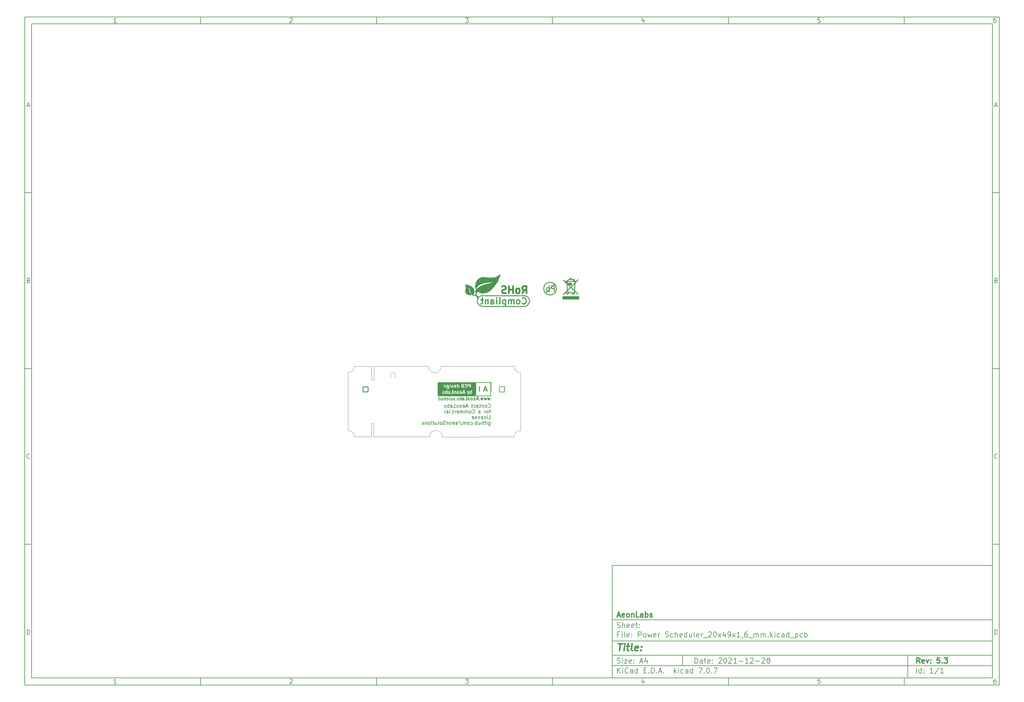
<source format=gbr>
G04 #@! TF.GenerationSoftware,KiCad,Pcbnew,7.0.7*
G04 #@! TF.CreationDate,2023-09-06T15:28:22+02:00*
G04 #@! TF.ProjectId,Power Scheduler_20x49x1_6_mm,506f7765-7220-4536-9368-6564756c6572,5.3*
G04 #@! TF.SameCoordinates,Original*
G04 #@! TF.FileFunction,Legend,Bot*
G04 #@! TF.FilePolarity,Positive*
%FSLAX46Y46*%
G04 Gerber Fmt 4.6, Leading zero omitted, Abs format (unit mm)*
G04 Created by KiCad (PCBNEW 7.0.7) date 2023-09-06 15:28:22*
%MOMM*%
%LPD*%
G01*
G04 APERTURE LIST*
G04 Aperture macros list*
%AMRoundRect*
0 Rectangle with rounded corners*
0 $1 Rounding radius*
0 $2 $3 $4 $5 $6 $7 $8 $9 X,Y pos of 4 corners*
0 Add a 4 corners polygon primitive as box body*
4,1,4,$2,$3,$4,$5,$6,$7,$8,$9,$2,$3,0*
0 Add four circle primitives for the rounded corners*
1,1,$1+$1,$2,$3*
1,1,$1+$1,$4,$5*
1,1,$1+$1,$6,$7*
1,1,$1+$1,$8,$9*
0 Add four rect primitives between the rounded corners*
20,1,$1+$1,$2,$3,$4,$5,0*
20,1,$1+$1,$4,$5,$6,$7,0*
20,1,$1+$1,$6,$7,$8,$9,0*
20,1,$1+$1,$8,$9,$2,$3,0*%
G04 Aperture macros list end*
%ADD10C,0.100000*%
%ADD11C,0.150000*%
%ADD12C,0.300000*%
%ADD13C,0.400000*%
%ADD14C,0.200000*%
%ADD15C,0.350000*%
%ADD16C,0.500000*%
%ADD17C,0.254000*%
%ADD18C,0.127000*%
%ADD19C,0.508000*%
%ADD20C,2.300000*%
%ADD21RoundRect,0.102000X-0.714000X0.714000X-0.714000X-0.714000X0.714000X-0.714000X0.714000X0.714000X0*%
%ADD22C,1.632000*%
%ADD23C,1.250000*%
%ADD24RoundRect,0.076200X0.754000X-0.754000X0.754000X0.754000X-0.754000X0.754000X-0.754000X-0.754000X0*%
%ADD25C,1.660400*%
%ADD26O,3.302400X1.727400*%
%ADD27C,0.700000*%
%ADD28O,0.800000X1.500000*%
G04 #@! TA.AperFunction,Profile*
%ADD29C,0.050000*%
G04 #@! TD*
G04 APERTURE END LIST*
D10*
D11*
X177002200Y-166007200D02*
X285002200Y-166007200D01*
X285002200Y-198007200D01*
X177002200Y-198007200D01*
X177002200Y-166007200D01*
D10*
D11*
X10000000Y-10000000D02*
X287002200Y-10000000D01*
X287002200Y-200007200D01*
X10000000Y-200007200D01*
X10000000Y-10000000D01*
D10*
D11*
X12000000Y-12000000D02*
X285002200Y-12000000D01*
X285002200Y-198007200D01*
X12000000Y-198007200D01*
X12000000Y-12000000D01*
D10*
D11*
X60000000Y-12000000D02*
X60000000Y-10000000D01*
D10*
D11*
X110000000Y-12000000D02*
X110000000Y-10000000D01*
D10*
D11*
X160000000Y-12000000D02*
X160000000Y-10000000D01*
D10*
D11*
X210000000Y-12000000D02*
X210000000Y-10000000D01*
D10*
D11*
X260000000Y-12000000D02*
X260000000Y-10000000D01*
D10*
D11*
X36089160Y-11593604D02*
X35346303Y-11593604D01*
X35717731Y-11593604D02*
X35717731Y-10293604D01*
X35717731Y-10293604D02*
X35593922Y-10479319D01*
X35593922Y-10479319D02*
X35470112Y-10603128D01*
X35470112Y-10603128D02*
X35346303Y-10665033D01*
D10*
D11*
X85346303Y-10417414D02*
X85408207Y-10355509D01*
X85408207Y-10355509D02*
X85532017Y-10293604D01*
X85532017Y-10293604D02*
X85841541Y-10293604D01*
X85841541Y-10293604D02*
X85965350Y-10355509D01*
X85965350Y-10355509D02*
X86027255Y-10417414D01*
X86027255Y-10417414D02*
X86089160Y-10541223D01*
X86089160Y-10541223D02*
X86089160Y-10665033D01*
X86089160Y-10665033D02*
X86027255Y-10850747D01*
X86027255Y-10850747D02*
X85284398Y-11593604D01*
X85284398Y-11593604D02*
X86089160Y-11593604D01*
D10*
D11*
X135284398Y-10293604D02*
X136089160Y-10293604D01*
X136089160Y-10293604D02*
X135655826Y-10788842D01*
X135655826Y-10788842D02*
X135841541Y-10788842D01*
X135841541Y-10788842D02*
X135965350Y-10850747D01*
X135965350Y-10850747D02*
X136027255Y-10912652D01*
X136027255Y-10912652D02*
X136089160Y-11036461D01*
X136089160Y-11036461D02*
X136089160Y-11345985D01*
X136089160Y-11345985D02*
X136027255Y-11469795D01*
X136027255Y-11469795D02*
X135965350Y-11531700D01*
X135965350Y-11531700D02*
X135841541Y-11593604D01*
X135841541Y-11593604D02*
X135470112Y-11593604D01*
X135470112Y-11593604D02*
X135346303Y-11531700D01*
X135346303Y-11531700D02*
X135284398Y-11469795D01*
D10*
D11*
X185965350Y-10726938D02*
X185965350Y-11593604D01*
X185655826Y-10231700D02*
X185346303Y-11160271D01*
X185346303Y-11160271D02*
X186151064Y-11160271D01*
D10*
D11*
X236027255Y-10293604D02*
X235408207Y-10293604D01*
X235408207Y-10293604D02*
X235346303Y-10912652D01*
X235346303Y-10912652D02*
X235408207Y-10850747D01*
X235408207Y-10850747D02*
X235532017Y-10788842D01*
X235532017Y-10788842D02*
X235841541Y-10788842D01*
X235841541Y-10788842D02*
X235965350Y-10850747D01*
X235965350Y-10850747D02*
X236027255Y-10912652D01*
X236027255Y-10912652D02*
X236089160Y-11036461D01*
X236089160Y-11036461D02*
X236089160Y-11345985D01*
X236089160Y-11345985D02*
X236027255Y-11469795D01*
X236027255Y-11469795D02*
X235965350Y-11531700D01*
X235965350Y-11531700D02*
X235841541Y-11593604D01*
X235841541Y-11593604D02*
X235532017Y-11593604D01*
X235532017Y-11593604D02*
X235408207Y-11531700D01*
X235408207Y-11531700D02*
X235346303Y-11469795D01*
D10*
D11*
X285965350Y-10293604D02*
X285717731Y-10293604D01*
X285717731Y-10293604D02*
X285593922Y-10355509D01*
X285593922Y-10355509D02*
X285532017Y-10417414D01*
X285532017Y-10417414D02*
X285408207Y-10603128D01*
X285408207Y-10603128D02*
X285346303Y-10850747D01*
X285346303Y-10850747D02*
X285346303Y-11345985D01*
X285346303Y-11345985D02*
X285408207Y-11469795D01*
X285408207Y-11469795D02*
X285470112Y-11531700D01*
X285470112Y-11531700D02*
X285593922Y-11593604D01*
X285593922Y-11593604D02*
X285841541Y-11593604D01*
X285841541Y-11593604D02*
X285965350Y-11531700D01*
X285965350Y-11531700D02*
X286027255Y-11469795D01*
X286027255Y-11469795D02*
X286089160Y-11345985D01*
X286089160Y-11345985D02*
X286089160Y-11036461D01*
X286089160Y-11036461D02*
X286027255Y-10912652D01*
X286027255Y-10912652D02*
X285965350Y-10850747D01*
X285965350Y-10850747D02*
X285841541Y-10788842D01*
X285841541Y-10788842D02*
X285593922Y-10788842D01*
X285593922Y-10788842D02*
X285470112Y-10850747D01*
X285470112Y-10850747D02*
X285408207Y-10912652D01*
X285408207Y-10912652D02*
X285346303Y-11036461D01*
D10*
D11*
X60000000Y-198007200D02*
X60000000Y-200007200D01*
D10*
D11*
X110000000Y-198007200D02*
X110000000Y-200007200D01*
D10*
D11*
X160000000Y-198007200D02*
X160000000Y-200007200D01*
D10*
D11*
X210000000Y-198007200D02*
X210000000Y-200007200D01*
D10*
D11*
X260000000Y-198007200D02*
X260000000Y-200007200D01*
D10*
D11*
X36089160Y-199600804D02*
X35346303Y-199600804D01*
X35717731Y-199600804D02*
X35717731Y-198300804D01*
X35717731Y-198300804D02*
X35593922Y-198486519D01*
X35593922Y-198486519D02*
X35470112Y-198610328D01*
X35470112Y-198610328D02*
X35346303Y-198672233D01*
D10*
D11*
X85346303Y-198424614D02*
X85408207Y-198362709D01*
X85408207Y-198362709D02*
X85532017Y-198300804D01*
X85532017Y-198300804D02*
X85841541Y-198300804D01*
X85841541Y-198300804D02*
X85965350Y-198362709D01*
X85965350Y-198362709D02*
X86027255Y-198424614D01*
X86027255Y-198424614D02*
X86089160Y-198548423D01*
X86089160Y-198548423D02*
X86089160Y-198672233D01*
X86089160Y-198672233D02*
X86027255Y-198857947D01*
X86027255Y-198857947D02*
X85284398Y-199600804D01*
X85284398Y-199600804D02*
X86089160Y-199600804D01*
D10*
D11*
X135284398Y-198300804D02*
X136089160Y-198300804D01*
X136089160Y-198300804D02*
X135655826Y-198796042D01*
X135655826Y-198796042D02*
X135841541Y-198796042D01*
X135841541Y-198796042D02*
X135965350Y-198857947D01*
X135965350Y-198857947D02*
X136027255Y-198919852D01*
X136027255Y-198919852D02*
X136089160Y-199043661D01*
X136089160Y-199043661D02*
X136089160Y-199353185D01*
X136089160Y-199353185D02*
X136027255Y-199476995D01*
X136027255Y-199476995D02*
X135965350Y-199538900D01*
X135965350Y-199538900D02*
X135841541Y-199600804D01*
X135841541Y-199600804D02*
X135470112Y-199600804D01*
X135470112Y-199600804D02*
X135346303Y-199538900D01*
X135346303Y-199538900D02*
X135284398Y-199476995D01*
D10*
D11*
X185965350Y-198734138D02*
X185965350Y-199600804D01*
X185655826Y-198238900D02*
X185346303Y-199167471D01*
X185346303Y-199167471D02*
X186151064Y-199167471D01*
D10*
D11*
X236027255Y-198300804D02*
X235408207Y-198300804D01*
X235408207Y-198300804D02*
X235346303Y-198919852D01*
X235346303Y-198919852D02*
X235408207Y-198857947D01*
X235408207Y-198857947D02*
X235532017Y-198796042D01*
X235532017Y-198796042D02*
X235841541Y-198796042D01*
X235841541Y-198796042D02*
X235965350Y-198857947D01*
X235965350Y-198857947D02*
X236027255Y-198919852D01*
X236027255Y-198919852D02*
X236089160Y-199043661D01*
X236089160Y-199043661D02*
X236089160Y-199353185D01*
X236089160Y-199353185D02*
X236027255Y-199476995D01*
X236027255Y-199476995D02*
X235965350Y-199538900D01*
X235965350Y-199538900D02*
X235841541Y-199600804D01*
X235841541Y-199600804D02*
X235532017Y-199600804D01*
X235532017Y-199600804D02*
X235408207Y-199538900D01*
X235408207Y-199538900D02*
X235346303Y-199476995D01*
D10*
D11*
X285965350Y-198300804D02*
X285717731Y-198300804D01*
X285717731Y-198300804D02*
X285593922Y-198362709D01*
X285593922Y-198362709D02*
X285532017Y-198424614D01*
X285532017Y-198424614D02*
X285408207Y-198610328D01*
X285408207Y-198610328D02*
X285346303Y-198857947D01*
X285346303Y-198857947D02*
X285346303Y-199353185D01*
X285346303Y-199353185D02*
X285408207Y-199476995D01*
X285408207Y-199476995D02*
X285470112Y-199538900D01*
X285470112Y-199538900D02*
X285593922Y-199600804D01*
X285593922Y-199600804D02*
X285841541Y-199600804D01*
X285841541Y-199600804D02*
X285965350Y-199538900D01*
X285965350Y-199538900D02*
X286027255Y-199476995D01*
X286027255Y-199476995D02*
X286089160Y-199353185D01*
X286089160Y-199353185D02*
X286089160Y-199043661D01*
X286089160Y-199043661D02*
X286027255Y-198919852D01*
X286027255Y-198919852D02*
X285965350Y-198857947D01*
X285965350Y-198857947D02*
X285841541Y-198796042D01*
X285841541Y-198796042D02*
X285593922Y-198796042D01*
X285593922Y-198796042D02*
X285470112Y-198857947D01*
X285470112Y-198857947D02*
X285408207Y-198919852D01*
X285408207Y-198919852D02*
X285346303Y-199043661D01*
D10*
D11*
X10000000Y-60000000D02*
X12000000Y-60000000D01*
D10*
D11*
X10000000Y-110000000D02*
X12000000Y-110000000D01*
D10*
D11*
X10000000Y-160000000D02*
X12000000Y-160000000D01*
D10*
D11*
X10690476Y-35222176D02*
X11309523Y-35222176D01*
X10566666Y-35593604D02*
X10999999Y-34293604D01*
X10999999Y-34293604D02*
X11433333Y-35593604D01*
D10*
D11*
X11092857Y-84912652D02*
X11278571Y-84974557D01*
X11278571Y-84974557D02*
X11340476Y-85036461D01*
X11340476Y-85036461D02*
X11402380Y-85160271D01*
X11402380Y-85160271D02*
X11402380Y-85345985D01*
X11402380Y-85345985D02*
X11340476Y-85469795D01*
X11340476Y-85469795D02*
X11278571Y-85531700D01*
X11278571Y-85531700D02*
X11154761Y-85593604D01*
X11154761Y-85593604D02*
X10659523Y-85593604D01*
X10659523Y-85593604D02*
X10659523Y-84293604D01*
X10659523Y-84293604D02*
X11092857Y-84293604D01*
X11092857Y-84293604D02*
X11216666Y-84355509D01*
X11216666Y-84355509D02*
X11278571Y-84417414D01*
X11278571Y-84417414D02*
X11340476Y-84541223D01*
X11340476Y-84541223D02*
X11340476Y-84665033D01*
X11340476Y-84665033D02*
X11278571Y-84788842D01*
X11278571Y-84788842D02*
X11216666Y-84850747D01*
X11216666Y-84850747D02*
X11092857Y-84912652D01*
X11092857Y-84912652D02*
X10659523Y-84912652D01*
D10*
D11*
X11402380Y-135469795D02*
X11340476Y-135531700D01*
X11340476Y-135531700D02*
X11154761Y-135593604D01*
X11154761Y-135593604D02*
X11030952Y-135593604D01*
X11030952Y-135593604D02*
X10845238Y-135531700D01*
X10845238Y-135531700D02*
X10721428Y-135407890D01*
X10721428Y-135407890D02*
X10659523Y-135284080D01*
X10659523Y-135284080D02*
X10597619Y-135036461D01*
X10597619Y-135036461D02*
X10597619Y-134850747D01*
X10597619Y-134850747D02*
X10659523Y-134603128D01*
X10659523Y-134603128D02*
X10721428Y-134479319D01*
X10721428Y-134479319D02*
X10845238Y-134355509D01*
X10845238Y-134355509D02*
X11030952Y-134293604D01*
X11030952Y-134293604D02*
X11154761Y-134293604D01*
X11154761Y-134293604D02*
X11340476Y-134355509D01*
X11340476Y-134355509D02*
X11402380Y-134417414D01*
D10*
D11*
X10659523Y-185593604D02*
X10659523Y-184293604D01*
X10659523Y-184293604D02*
X10969047Y-184293604D01*
X10969047Y-184293604D02*
X11154761Y-184355509D01*
X11154761Y-184355509D02*
X11278571Y-184479319D01*
X11278571Y-184479319D02*
X11340476Y-184603128D01*
X11340476Y-184603128D02*
X11402380Y-184850747D01*
X11402380Y-184850747D02*
X11402380Y-185036461D01*
X11402380Y-185036461D02*
X11340476Y-185284080D01*
X11340476Y-185284080D02*
X11278571Y-185407890D01*
X11278571Y-185407890D02*
X11154761Y-185531700D01*
X11154761Y-185531700D02*
X10969047Y-185593604D01*
X10969047Y-185593604D02*
X10659523Y-185593604D01*
D10*
D11*
X287002200Y-60000000D02*
X285002200Y-60000000D01*
D10*
D11*
X287002200Y-110000000D02*
X285002200Y-110000000D01*
D10*
D11*
X287002200Y-160000000D02*
X285002200Y-160000000D01*
D10*
D11*
X285692676Y-35222176D02*
X286311723Y-35222176D01*
X285568866Y-35593604D02*
X286002199Y-34293604D01*
X286002199Y-34293604D02*
X286435533Y-35593604D01*
D10*
D11*
X286095057Y-84912652D02*
X286280771Y-84974557D01*
X286280771Y-84974557D02*
X286342676Y-85036461D01*
X286342676Y-85036461D02*
X286404580Y-85160271D01*
X286404580Y-85160271D02*
X286404580Y-85345985D01*
X286404580Y-85345985D02*
X286342676Y-85469795D01*
X286342676Y-85469795D02*
X286280771Y-85531700D01*
X286280771Y-85531700D02*
X286156961Y-85593604D01*
X286156961Y-85593604D02*
X285661723Y-85593604D01*
X285661723Y-85593604D02*
X285661723Y-84293604D01*
X285661723Y-84293604D02*
X286095057Y-84293604D01*
X286095057Y-84293604D02*
X286218866Y-84355509D01*
X286218866Y-84355509D02*
X286280771Y-84417414D01*
X286280771Y-84417414D02*
X286342676Y-84541223D01*
X286342676Y-84541223D02*
X286342676Y-84665033D01*
X286342676Y-84665033D02*
X286280771Y-84788842D01*
X286280771Y-84788842D02*
X286218866Y-84850747D01*
X286218866Y-84850747D02*
X286095057Y-84912652D01*
X286095057Y-84912652D02*
X285661723Y-84912652D01*
D10*
D11*
X286404580Y-135469795D02*
X286342676Y-135531700D01*
X286342676Y-135531700D02*
X286156961Y-135593604D01*
X286156961Y-135593604D02*
X286033152Y-135593604D01*
X286033152Y-135593604D02*
X285847438Y-135531700D01*
X285847438Y-135531700D02*
X285723628Y-135407890D01*
X285723628Y-135407890D02*
X285661723Y-135284080D01*
X285661723Y-135284080D02*
X285599819Y-135036461D01*
X285599819Y-135036461D02*
X285599819Y-134850747D01*
X285599819Y-134850747D02*
X285661723Y-134603128D01*
X285661723Y-134603128D02*
X285723628Y-134479319D01*
X285723628Y-134479319D02*
X285847438Y-134355509D01*
X285847438Y-134355509D02*
X286033152Y-134293604D01*
X286033152Y-134293604D02*
X286156961Y-134293604D01*
X286156961Y-134293604D02*
X286342676Y-134355509D01*
X286342676Y-134355509D02*
X286404580Y-134417414D01*
D10*
D11*
X285661723Y-185593604D02*
X285661723Y-184293604D01*
X285661723Y-184293604D02*
X285971247Y-184293604D01*
X285971247Y-184293604D02*
X286156961Y-184355509D01*
X286156961Y-184355509D02*
X286280771Y-184479319D01*
X286280771Y-184479319D02*
X286342676Y-184603128D01*
X286342676Y-184603128D02*
X286404580Y-184850747D01*
X286404580Y-184850747D02*
X286404580Y-185036461D01*
X286404580Y-185036461D02*
X286342676Y-185284080D01*
X286342676Y-185284080D02*
X286280771Y-185407890D01*
X286280771Y-185407890D02*
X286156961Y-185531700D01*
X286156961Y-185531700D02*
X285971247Y-185593604D01*
X285971247Y-185593604D02*
X285661723Y-185593604D01*
D10*
D11*
X200458026Y-193793328D02*
X200458026Y-192293328D01*
X200458026Y-192293328D02*
X200815169Y-192293328D01*
X200815169Y-192293328D02*
X201029455Y-192364757D01*
X201029455Y-192364757D02*
X201172312Y-192507614D01*
X201172312Y-192507614D02*
X201243741Y-192650471D01*
X201243741Y-192650471D02*
X201315169Y-192936185D01*
X201315169Y-192936185D02*
X201315169Y-193150471D01*
X201315169Y-193150471D02*
X201243741Y-193436185D01*
X201243741Y-193436185D02*
X201172312Y-193579042D01*
X201172312Y-193579042D02*
X201029455Y-193721900D01*
X201029455Y-193721900D02*
X200815169Y-193793328D01*
X200815169Y-193793328D02*
X200458026Y-193793328D01*
X202600884Y-193793328D02*
X202600884Y-193007614D01*
X202600884Y-193007614D02*
X202529455Y-192864757D01*
X202529455Y-192864757D02*
X202386598Y-192793328D01*
X202386598Y-192793328D02*
X202100884Y-192793328D01*
X202100884Y-192793328D02*
X201958026Y-192864757D01*
X202600884Y-193721900D02*
X202458026Y-193793328D01*
X202458026Y-193793328D02*
X202100884Y-193793328D01*
X202100884Y-193793328D02*
X201958026Y-193721900D01*
X201958026Y-193721900D02*
X201886598Y-193579042D01*
X201886598Y-193579042D02*
X201886598Y-193436185D01*
X201886598Y-193436185D02*
X201958026Y-193293328D01*
X201958026Y-193293328D02*
X202100884Y-193221900D01*
X202100884Y-193221900D02*
X202458026Y-193221900D01*
X202458026Y-193221900D02*
X202600884Y-193150471D01*
X203100884Y-192793328D02*
X203672312Y-192793328D01*
X203315169Y-192293328D02*
X203315169Y-193579042D01*
X203315169Y-193579042D02*
X203386598Y-193721900D01*
X203386598Y-193721900D02*
X203529455Y-193793328D01*
X203529455Y-193793328D02*
X203672312Y-193793328D01*
X204743741Y-193721900D02*
X204600884Y-193793328D01*
X204600884Y-193793328D02*
X204315170Y-193793328D01*
X204315170Y-193793328D02*
X204172312Y-193721900D01*
X204172312Y-193721900D02*
X204100884Y-193579042D01*
X204100884Y-193579042D02*
X204100884Y-193007614D01*
X204100884Y-193007614D02*
X204172312Y-192864757D01*
X204172312Y-192864757D02*
X204315170Y-192793328D01*
X204315170Y-192793328D02*
X204600884Y-192793328D01*
X204600884Y-192793328D02*
X204743741Y-192864757D01*
X204743741Y-192864757D02*
X204815170Y-193007614D01*
X204815170Y-193007614D02*
X204815170Y-193150471D01*
X204815170Y-193150471D02*
X204100884Y-193293328D01*
X205458026Y-193650471D02*
X205529455Y-193721900D01*
X205529455Y-193721900D02*
X205458026Y-193793328D01*
X205458026Y-193793328D02*
X205386598Y-193721900D01*
X205386598Y-193721900D02*
X205458026Y-193650471D01*
X205458026Y-193650471D02*
X205458026Y-193793328D01*
X205458026Y-192864757D02*
X205529455Y-192936185D01*
X205529455Y-192936185D02*
X205458026Y-193007614D01*
X205458026Y-193007614D02*
X205386598Y-192936185D01*
X205386598Y-192936185D02*
X205458026Y-192864757D01*
X205458026Y-192864757D02*
X205458026Y-193007614D01*
X207243741Y-192436185D02*
X207315169Y-192364757D01*
X207315169Y-192364757D02*
X207458027Y-192293328D01*
X207458027Y-192293328D02*
X207815169Y-192293328D01*
X207815169Y-192293328D02*
X207958027Y-192364757D01*
X207958027Y-192364757D02*
X208029455Y-192436185D01*
X208029455Y-192436185D02*
X208100884Y-192579042D01*
X208100884Y-192579042D02*
X208100884Y-192721900D01*
X208100884Y-192721900D02*
X208029455Y-192936185D01*
X208029455Y-192936185D02*
X207172312Y-193793328D01*
X207172312Y-193793328D02*
X208100884Y-193793328D01*
X209029455Y-192293328D02*
X209172312Y-192293328D01*
X209172312Y-192293328D02*
X209315169Y-192364757D01*
X209315169Y-192364757D02*
X209386598Y-192436185D01*
X209386598Y-192436185D02*
X209458026Y-192579042D01*
X209458026Y-192579042D02*
X209529455Y-192864757D01*
X209529455Y-192864757D02*
X209529455Y-193221900D01*
X209529455Y-193221900D02*
X209458026Y-193507614D01*
X209458026Y-193507614D02*
X209386598Y-193650471D01*
X209386598Y-193650471D02*
X209315169Y-193721900D01*
X209315169Y-193721900D02*
X209172312Y-193793328D01*
X209172312Y-193793328D02*
X209029455Y-193793328D01*
X209029455Y-193793328D02*
X208886598Y-193721900D01*
X208886598Y-193721900D02*
X208815169Y-193650471D01*
X208815169Y-193650471D02*
X208743740Y-193507614D01*
X208743740Y-193507614D02*
X208672312Y-193221900D01*
X208672312Y-193221900D02*
X208672312Y-192864757D01*
X208672312Y-192864757D02*
X208743740Y-192579042D01*
X208743740Y-192579042D02*
X208815169Y-192436185D01*
X208815169Y-192436185D02*
X208886598Y-192364757D01*
X208886598Y-192364757D02*
X209029455Y-192293328D01*
X210100883Y-192436185D02*
X210172311Y-192364757D01*
X210172311Y-192364757D02*
X210315169Y-192293328D01*
X210315169Y-192293328D02*
X210672311Y-192293328D01*
X210672311Y-192293328D02*
X210815169Y-192364757D01*
X210815169Y-192364757D02*
X210886597Y-192436185D01*
X210886597Y-192436185D02*
X210958026Y-192579042D01*
X210958026Y-192579042D02*
X210958026Y-192721900D01*
X210958026Y-192721900D02*
X210886597Y-192936185D01*
X210886597Y-192936185D02*
X210029454Y-193793328D01*
X210029454Y-193793328D02*
X210958026Y-193793328D01*
X212386597Y-193793328D02*
X211529454Y-193793328D01*
X211958025Y-193793328D02*
X211958025Y-192293328D01*
X211958025Y-192293328D02*
X211815168Y-192507614D01*
X211815168Y-192507614D02*
X211672311Y-192650471D01*
X211672311Y-192650471D02*
X211529454Y-192721900D01*
X213029453Y-193221900D02*
X214172311Y-193221900D01*
X215672311Y-193793328D02*
X214815168Y-193793328D01*
X215243739Y-193793328D02*
X215243739Y-192293328D01*
X215243739Y-192293328D02*
X215100882Y-192507614D01*
X215100882Y-192507614D02*
X214958025Y-192650471D01*
X214958025Y-192650471D02*
X214815168Y-192721900D01*
X216243739Y-192436185D02*
X216315167Y-192364757D01*
X216315167Y-192364757D02*
X216458025Y-192293328D01*
X216458025Y-192293328D02*
X216815167Y-192293328D01*
X216815167Y-192293328D02*
X216958025Y-192364757D01*
X216958025Y-192364757D02*
X217029453Y-192436185D01*
X217029453Y-192436185D02*
X217100882Y-192579042D01*
X217100882Y-192579042D02*
X217100882Y-192721900D01*
X217100882Y-192721900D02*
X217029453Y-192936185D01*
X217029453Y-192936185D02*
X216172310Y-193793328D01*
X216172310Y-193793328D02*
X217100882Y-193793328D01*
X217743738Y-193221900D02*
X218886596Y-193221900D01*
X219529453Y-192436185D02*
X219600881Y-192364757D01*
X219600881Y-192364757D02*
X219743739Y-192293328D01*
X219743739Y-192293328D02*
X220100881Y-192293328D01*
X220100881Y-192293328D02*
X220243739Y-192364757D01*
X220243739Y-192364757D02*
X220315167Y-192436185D01*
X220315167Y-192436185D02*
X220386596Y-192579042D01*
X220386596Y-192579042D02*
X220386596Y-192721900D01*
X220386596Y-192721900D02*
X220315167Y-192936185D01*
X220315167Y-192936185D02*
X219458024Y-193793328D01*
X219458024Y-193793328D02*
X220386596Y-193793328D01*
X221243738Y-192936185D02*
X221100881Y-192864757D01*
X221100881Y-192864757D02*
X221029452Y-192793328D01*
X221029452Y-192793328D02*
X220958024Y-192650471D01*
X220958024Y-192650471D02*
X220958024Y-192579042D01*
X220958024Y-192579042D02*
X221029452Y-192436185D01*
X221029452Y-192436185D02*
X221100881Y-192364757D01*
X221100881Y-192364757D02*
X221243738Y-192293328D01*
X221243738Y-192293328D02*
X221529452Y-192293328D01*
X221529452Y-192293328D02*
X221672310Y-192364757D01*
X221672310Y-192364757D02*
X221743738Y-192436185D01*
X221743738Y-192436185D02*
X221815167Y-192579042D01*
X221815167Y-192579042D02*
X221815167Y-192650471D01*
X221815167Y-192650471D02*
X221743738Y-192793328D01*
X221743738Y-192793328D02*
X221672310Y-192864757D01*
X221672310Y-192864757D02*
X221529452Y-192936185D01*
X221529452Y-192936185D02*
X221243738Y-192936185D01*
X221243738Y-192936185D02*
X221100881Y-193007614D01*
X221100881Y-193007614D02*
X221029452Y-193079042D01*
X221029452Y-193079042D02*
X220958024Y-193221900D01*
X220958024Y-193221900D02*
X220958024Y-193507614D01*
X220958024Y-193507614D02*
X221029452Y-193650471D01*
X221029452Y-193650471D02*
X221100881Y-193721900D01*
X221100881Y-193721900D02*
X221243738Y-193793328D01*
X221243738Y-193793328D02*
X221529452Y-193793328D01*
X221529452Y-193793328D02*
X221672310Y-193721900D01*
X221672310Y-193721900D02*
X221743738Y-193650471D01*
X221743738Y-193650471D02*
X221815167Y-193507614D01*
X221815167Y-193507614D02*
X221815167Y-193221900D01*
X221815167Y-193221900D02*
X221743738Y-193079042D01*
X221743738Y-193079042D02*
X221672310Y-193007614D01*
X221672310Y-193007614D02*
X221529452Y-192936185D01*
D10*
D11*
X177002200Y-194507200D02*
X285002200Y-194507200D01*
D10*
D11*
X178458026Y-196593328D02*
X178458026Y-195093328D01*
X179315169Y-196593328D02*
X178672312Y-195736185D01*
X179315169Y-195093328D02*
X178458026Y-195950471D01*
X179958026Y-196593328D02*
X179958026Y-195593328D01*
X179958026Y-195093328D02*
X179886598Y-195164757D01*
X179886598Y-195164757D02*
X179958026Y-195236185D01*
X179958026Y-195236185D02*
X180029455Y-195164757D01*
X180029455Y-195164757D02*
X179958026Y-195093328D01*
X179958026Y-195093328D02*
X179958026Y-195236185D01*
X181529455Y-196450471D02*
X181458027Y-196521900D01*
X181458027Y-196521900D02*
X181243741Y-196593328D01*
X181243741Y-196593328D02*
X181100884Y-196593328D01*
X181100884Y-196593328D02*
X180886598Y-196521900D01*
X180886598Y-196521900D02*
X180743741Y-196379042D01*
X180743741Y-196379042D02*
X180672312Y-196236185D01*
X180672312Y-196236185D02*
X180600884Y-195950471D01*
X180600884Y-195950471D02*
X180600884Y-195736185D01*
X180600884Y-195736185D02*
X180672312Y-195450471D01*
X180672312Y-195450471D02*
X180743741Y-195307614D01*
X180743741Y-195307614D02*
X180886598Y-195164757D01*
X180886598Y-195164757D02*
X181100884Y-195093328D01*
X181100884Y-195093328D02*
X181243741Y-195093328D01*
X181243741Y-195093328D02*
X181458027Y-195164757D01*
X181458027Y-195164757D02*
X181529455Y-195236185D01*
X182815170Y-196593328D02*
X182815170Y-195807614D01*
X182815170Y-195807614D02*
X182743741Y-195664757D01*
X182743741Y-195664757D02*
X182600884Y-195593328D01*
X182600884Y-195593328D02*
X182315170Y-195593328D01*
X182315170Y-195593328D02*
X182172312Y-195664757D01*
X182815170Y-196521900D02*
X182672312Y-196593328D01*
X182672312Y-196593328D02*
X182315170Y-196593328D01*
X182315170Y-196593328D02*
X182172312Y-196521900D01*
X182172312Y-196521900D02*
X182100884Y-196379042D01*
X182100884Y-196379042D02*
X182100884Y-196236185D01*
X182100884Y-196236185D02*
X182172312Y-196093328D01*
X182172312Y-196093328D02*
X182315170Y-196021900D01*
X182315170Y-196021900D02*
X182672312Y-196021900D01*
X182672312Y-196021900D02*
X182815170Y-195950471D01*
X184172313Y-196593328D02*
X184172313Y-195093328D01*
X184172313Y-196521900D02*
X184029455Y-196593328D01*
X184029455Y-196593328D02*
X183743741Y-196593328D01*
X183743741Y-196593328D02*
X183600884Y-196521900D01*
X183600884Y-196521900D02*
X183529455Y-196450471D01*
X183529455Y-196450471D02*
X183458027Y-196307614D01*
X183458027Y-196307614D02*
X183458027Y-195879042D01*
X183458027Y-195879042D02*
X183529455Y-195736185D01*
X183529455Y-195736185D02*
X183600884Y-195664757D01*
X183600884Y-195664757D02*
X183743741Y-195593328D01*
X183743741Y-195593328D02*
X184029455Y-195593328D01*
X184029455Y-195593328D02*
X184172313Y-195664757D01*
X186029455Y-195807614D02*
X186529455Y-195807614D01*
X186743741Y-196593328D02*
X186029455Y-196593328D01*
X186029455Y-196593328D02*
X186029455Y-195093328D01*
X186029455Y-195093328D02*
X186743741Y-195093328D01*
X187386598Y-196450471D02*
X187458027Y-196521900D01*
X187458027Y-196521900D02*
X187386598Y-196593328D01*
X187386598Y-196593328D02*
X187315170Y-196521900D01*
X187315170Y-196521900D02*
X187386598Y-196450471D01*
X187386598Y-196450471D02*
X187386598Y-196593328D01*
X188100884Y-196593328D02*
X188100884Y-195093328D01*
X188100884Y-195093328D02*
X188458027Y-195093328D01*
X188458027Y-195093328D02*
X188672313Y-195164757D01*
X188672313Y-195164757D02*
X188815170Y-195307614D01*
X188815170Y-195307614D02*
X188886599Y-195450471D01*
X188886599Y-195450471D02*
X188958027Y-195736185D01*
X188958027Y-195736185D02*
X188958027Y-195950471D01*
X188958027Y-195950471D02*
X188886599Y-196236185D01*
X188886599Y-196236185D02*
X188815170Y-196379042D01*
X188815170Y-196379042D02*
X188672313Y-196521900D01*
X188672313Y-196521900D02*
X188458027Y-196593328D01*
X188458027Y-196593328D02*
X188100884Y-196593328D01*
X189600884Y-196450471D02*
X189672313Y-196521900D01*
X189672313Y-196521900D02*
X189600884Y-196593328D01*
X189600884Y-196593328D02*
X189529456Y-196521900D01*
X189529456Y-196521900D02*
X189600884Y-196450471D01*
X189600884Y-196450471D02*
X189600884Y-196593328D01*
X190243742Y-196164757D02*
X190958028Y-196164757D01*
X190100885Y-196593328D02*
X190600885Y-195093328D01*
X190600885Y-195093328D02*
X191100885Y-196593328D01*
X191600884Y-196450471D02*
X191672313Y-196521900D01*
X191672313Y-196521900D02*
X191600884Y-196593328D01*
X191600884Y-196593328D02*
X191529456Y-196521900D01*
X191529456Y-196521900D02*
X191600884Y-196450471D01*
X191600884Y-196450471D02*
X191600884Y-196593328D01*
X194600884Y-196593328D02*
X194600884Y-195093328D01*
X194743742Y-196021900D02*
X195172313Y-196593328D01*
X195172313Y-195593328D02*
X194600884Y-196164757D01*
X195815170Y-196593328D02*
X195815170Y-195593328D01*
X195815170Y-195093328D02*
X195743742Y-195164757D01*
X195743742Y-195164757D02*
X195815170Y-195236185D01*
X195815170Y-195236185D02*
X195886599Y-195164757D01*
X195886599Y-195164757D02*
X195815170Y-195093328D01*
X195815170Y-195093328D02*
X195815170Y-195236185D01*
X197172314Y-196521900D02*
X197029456Y-196593328D01*
X197029456Y-196593328D02*
X196743742Y-196593328D01*
X196743742Y-196593328D02*
X196600885Y-196521900D01*
X196600885Y-196521900D02*
X196529456Y-196450471D01*
X196529456Y-196450471D02*
X196458028Y-196307614D01*
X196458028Y-196307614D02*
X196458028Y-195879042D01*
X196458028Y-195879042D02*
X196529456Y-195736185D01*
X196529456Y-195736185D02*
X196600885Y-195664757D01*
X196600885Y-195664757D02*
X196743742Y-195593328D01*
X196743742Y-195593328D02*
X197029456Y-195593328D01*
X197029456Y-195593328D02*
X197172314Y-195664757D01*
X198458028Y-196593328D02*
X198458028Y-195807614D01*
X198458028Y-195807614D02*
X198386599Y-195664757D01*
X198386599Y-195664757D02*
X198243742Y-195593328D01*
X198243742Y-195593328D02*
X197958028Y-195593328D01*
X197958028Y-195593328D02*
X197815170Y-195664757D01*
X198458028Y-196521900D02*
X198315170Y-196593328D01*
X198315170Y-196593328D02*
X197958028Y-196593328D01*
X197958028Y-196593328D02*
X197815170Y-196521900D01*
X197815170Y-196521900D02*
X197743742Y-196379042D01*
X197743742Y-196379042D02*
X197743742Y-196236185D01*
X197743742Y-196236185D02*
X197815170Y-196093328D01*
X197815170Y-196093328D02*
X197958028Y-196021900D01*
X197958028Y-196021900D02*
X198315170Y-196021900D01*
X198315170Y-196021900D02*
X198458028Y-195950471D01*
X199815171Y-196593328D02*
X199815171Y-195093328D01*
X199815171Y-196521900D02*
X199672313Y-196593328D01*
X199672313Y-196593328D02*
X199386599Y-196593328D01*
X199386599Y-196593328D02*
X199243742Y-196521900D01*
X199243742Y-196521900D02*
X199172313Y-196450471D01*
X199172313Y-196450471D02*
X199100885Y-196307614D01*
X199100885Y-196307614D02*
X199100885Y-195879042D01*
X199100885Y-195879042D02*
X199172313Y-195736185D01*
X199172313Y-195736185D02*
X199243742Y-195664757D01*
X199243742Y-195664757D02*
X199386599Y-195593328D01*
X199386599Y-195593328D02*
X199672313Y-195593328D01*
X199672313Y-195593328D02*
X199815171Y-195664757D01*
X201529456Y-195093328D02*
X202529456Y-195093328D01*
X202529456Y-195093328D02*
X201886599Y-196593328D01*
X203100884Y-196450471D02*
X203172313Y-196521900D01*
X203172313Y-196521900D02*
X203100884Y-196593328D01*
X203100884Y-196593328D02*
X203029456Y-196521900D01*
X203029456Y-196521900D02*
X203100884Y-196450471D01*
X203100884Y-196450471D02*
X203100884Y-196593328D01*
X204100885Y-195093328D02*
X204243742Y-195093328D01*
X204243742Y-195093328D02*
X204386599Y-195164757D01*
X204386599Y-195164757D02*
X204458028Y-195236185D01*
X204458028Y-195236185D02*
X204529456Y-195379042D01*
X204529456Y-195379042D02*
X204600885Y-195664757D01*
X204600885Y-195664757D02*
X204600885Y-196021900D01*
X204600885Y-196021900D02*
X204529456Y-196307614D01*
X204529456Y-196307614D02*
X204458028Y-196450471D01*
X204458028Y-196450471D02*
X204386599Y-196521900D01*
X204386599Y-196521900D02*
X204243742Y-196593328D01*
X204243742Y-196593328D02*
X204100885Y-196593328D01*
X204100885Y-196593328D02*
X203958028Y-196521900D01*
X203958028Y-196521900D02*
X203886599Y-196450471D01*
X203886599Y-196450471D02*
X203815170Y-196307614D01*
X203815170Y-196307614D02*
X203743742Y-196021900D01*
X203743742Y-196021900D02*
X203743742Y-195664757D01*
X203743742Y-195664757D02*
X203815170Y-195379042D01*
X203815170Y-195379042D02*
X203886599Y-195236185D01*
X203886599Y-195236185D02*
X203958028Y-195164757D01*
X203958028Y-195164757D02*
X204100885Y-195093328D01*
X205243741Y-196450471D02*
X205315170Y-196521900D01*
X205315170Y-196521900D02*
X205243741Y-196593328D01*
X205243741Y-196593328D02*
X205172313Y-196521900D01*
X205172313Y-196521900D02*
X205243741Y-196450471D01*
X205243741Y-196450471D02*
X205243741Y-196593328D01*
X205815170Y-195093328D02*
X206815170Y-195093328D01*
X206815170Y-195093328D02*
X206172313Y-196593328D01*
D10*
D11*
X177002200Y-191507200D02*
X285002200Y-191507200D01*
D10*
D12*
X264413853Y-193785528D02*
X263913853Y-193071242D01*
X263556710Y-193785528D02*
X263556710Y-192285528D01*
X263556710Y-192285528D02*
X264128139Y-192285528D01*
X264128139Y-192285528D02*
X264270996Y-192356957D01*
X264270996Y-192356957D02*
X264342425Y-192428385D01*
X264342425Y-192428385D02*
X264413853Y-192571242D01*
X264413853Y-192571242D02*
X264413853Y-192785528D01*
X264413853Y-192785528D02*
X264342425Y-192928385D01*
X264342425Y-192928385D02*
X264270996Y-192999814D01*
X264270996Y-192999814D02*
X264128139Y-193071242D01*
X264128139Y-193071242D02*
X263556710Y-193071242D01*
X265628139Y-193714100D02*
X265485282Y-193785528D01*
X265485282Y-193785528D02*
X265199568Y-193785528D01*
X265199568Y-193785528D02*
X265056710Y-193714100D01*
X265056710Y-193714100D02*
X264985282Y-193571242D01*
X264985282Y-193571242D02*
X264985282Y-192999814D01*
X264985282Y-192999814D02*
X265056710Y-192856957D01*
X265056710Y-192856957D02*
X265199568Y-192785528D01*
X265199568Y-192785528D02*
X265485282Y-192785528D01*
X265485282Y-192785528D02*
X265628139Y-192856957D01*
X265628139Y-192856957D02*
X265699568Y-192999814D01*
X265699568Y-192999814D02*
X265699568Y-193142671D01*
X265699568Y-193142671D02*
X264985282Y-193285528D01*
X266199567Y-192785528D02*
X266556710Y-193785528D01*
X266556710Y-193785528D02*
X266913853Y-192785528D01*
X267485281Y-193642671D02*
X267556710Y-193714100D01*
X267556710Y-193714100D02*
X267485281Y-193785528D01*
X267485281Y-193785528D02*
X267413853Y-193714100D01*
X267413853Y-193714100D02*
X267485281Y-193642671D01*
X267485281Y-193642671D02*
X267485281Y-193785528D01*
X267485281Y-192856957D02*
X267556710Y-192928385D01*
X267556710Y-192928385D02*
X267485281Y-192999814D01*
X267485281Y-192999814D02*
X267413853Y-192928385D01*
X267413853Y-192928385D02*
X267485281Y-192856957D01*
X267485281Y-192856957D02*
X267485281Y-192999814D01*
X270056710Y-192285528D02*
X269342424Y-192285528D01*
X269342424Y-192285528D02*
X269270996Y-192999814D01*
X269270996Y-192999814D02*
X269342424Y-192928385D01*
X269342424Y-192928385D02*
X269485282Y-192856957D01*
X269485282Y-192856957D02*
X269842424Y-192856957D01*
X269842424Y-192856957D02*
X269985282Y-192928385D01*
X269985282Y-192928385D02*
X270056710Y-192999814D01*
X270056710Y-192999814D02*
X270128139Y-193142671D01*
X270128139Y-193142671D02*
X270128139Y-193499814D01*
X270128139Y-193499814D02*
X270056710Y-193642671D01*
X270056710Y-193642671D02*
X269985282Y-193714100D01*
X269985282Y-193714100D02*
X269842424Y-193785528D01*
X269842424Y-193785528D02*
X269485282Y-193785528D01*
X269485282Y-193785528D02*
X269342424Y-193714100D01*
X269342424Y-193714100D02*
X269270996Y-193642671D01*
X270770995Y-193642671D02*
X270842424Y-193714100D01*
X270842424Y-193714100D02*
X270770995Y-193785528D01*
X270770995Y-193785528D02*
X270699567Y-193714100D01*
X270699567Y-193714100D02*
X270770995Y-193642671D01*
X270770995Y-193642671D02*
X270770995Y-193785528D01*
X271342424Y-192285528D02*
X272270996Y-192285528D01*
X272270996Y-192285528D02*
X271770996Y-192856957D01*
X271770996Y-192856957D02*
X271985281Y-192856957D01*
X271985281Y-192856957D02*
X272128139Y-192928385D01*
X272128139Y-192928385D02*
X272199567Y-192999814D01*
X272199567Y-192999814D02*
X272270996Y-193142671D01*
X272270996Y-193142671D02*
X272270996Y-193499814D01*
X272270996Y-193499814D02*
X272199567Y-193642671D01*
X272199567Y-193642671D02*
X272128139Y-193714100D01*
X272128139Y-193714100D02*
X271985281Y-193785528D01*
X271985281Y-193785528D02*
X271556710Y-193785528D01*
X271556710Y-193785528D02*
X271413853Y-193714100D01*
X271413853Y-193714100D02*
X271342424Y-193642671D01*
D10*
D11*
X178386598Y-193721900D02*
X178600884Y-193793328D01*
X178600884Y-193793328D02*
X178958026Y-193793328D01*
X178958026Y-193793328D02*
X179100884Y-193721900D01*
X179100884Y-193721900D02*
X179172312Y-193650471D01*
X179172312Y-193650471D02*
X179243741Y-193507614D01*
X179243741Y-193507614D02*
X179243741Y-193364757D01*
X179243741Y-193364757D02*
X179172312Y-193221900D01*
X179172312Y-193221900D02*
X179100884Y-193150471D01*
X179100884Y-193150471D02*
X178958026Y-193079042D01*
X178958026Y-193079042D02*
X178672312Y-193007614D01*
X178672312Y-193007614D02*
X178529455Y-192936185D01*
X178529455Y-192936185D02*
X178458026Y-192864757D01*
X178458026Y-192864757D02*
X178386598Y-192721900D01*
X178386598Y-192721900D02*
X178386598Y-192579042D01*
X178386598Y-192579042D02*
X178458026Y-192436185D01*
X178458026Y-192436185D02*
X178529455Y-192364757D01*
X178529455Y-192364757D02*
X178672312Y-192293328D01*
X178672312Y-192293328D02*
X179029455Y-192293328D01*
X179029455Y-192293328D02*
X179243741Y-192364757D01*
X179886597Y-193793328D02*
X179886597Y-192793328D01*
X179886597Y-192293328D02*
X179815169Y-192364757D01*
X179815169Y-192364757D02*
X179886597Y-192436185D01*
X179886597Y-192436185D02*
X179958026Y-192364757D01*
X179958026Y-192364757D02*
X179886597Y-192293328D01*
X179886597Y-192293328D02*
X179886597Y-192436185D01*
X180458026Y-192793328D02*
X181243741Y-192793328D01*
X181243741Y-192793328D02*
X180458026Y-193793328D01*
X180458026Y-193793328D02*
X181243741Y-193793328D01*
X182386598Y-193721900D02*
X182243741Y-193793328D01*
X182243741Y-193793328D02*
X181958027Y-193793328D01*
X181958027Y-193793328D02*
X181815169Y-193721900D01*
X181815169Y-193721900D02*
X181743741Y-193579042D01*
X181743741Y-193579042D02*
X181743741Y-193007614D01*
X181743741Y-193007614D02*
X181815169Y-192864757D01*
X181815169Y-192864757D02*
X181958027Y-192793328D01*
X181958027Y-192793328D02*
X182243741Y-192793328D01*
X182243741Y-192793328D02*
X182386598Y-192864757D01*
X182386598Y-192864757D02*
X182458027Y-193007614D01*
X182458027Y-193007614D02*
X182458027Y-193150471D01*
X182458027Y-193150471D02*
X181743741Y-193293328D01*
X183100883Y-193650471D02*
X183172312Y-193721900D01*
X183172312Y-193721900D02*
X183100883Y-193793328D01*
X183100883Y-193793328D02*
X183029455Y-193721900D01*
X183029455Y-193721900D02*
X183100883Y-193650471D01*
X183100883Y-193650471D02*
X183100883Y-193793328D01*
X183100883Y-192864757D02*
X183172312Y-192936185D01*
X183172312Y-192936185D02*
X183100883Y-193007614D01*
X183100883Y-193007614D02*
X183029455Y-192936185D01*
X183029455Y-192936185D02*
X183100883Y-192864757D01*
X183100883Y-192864757D02*
X183100883Y-193007614D01*
X184886598Y-193364757D02*
X185600884Y-193364757D01*
X184743741Y-193793328D02*
X185243741Y-192293328D01*
X185243741Y-192293328D02*
X185743741Y-193793328D01*
X186886598Y-192793328D02*
X186886598Y-193793328D01*
X186529455Y-192221900D02*
X186172312Y-193293328D01*
X186172312Y-193293328D02*
X187100883Y-193293328D01*
D10*
D11*
X263458026Y-196593328D02*
X263458026Y-195093328D01*
X264815170Y-196593328D02*
X264815170Y-195093328D01*
X264815170Y-196521900D02*
X264672312Y-196593328D01*
X264672312Y-196593328D02*
X264386598Y-196593328D01*
X264386598Y-196593328D02*
X264243741Y-196521900D01*
X264243741Y-196521900D02*
X264172312Y-196450471D01*
X264172312Y-196450471D02*
X264100884Y-196307614D01*
X264100884Y-196307614D02*
X264100884Y-195879042D01*
X264100884Y-195879042D02*
X264172312Y-195736185D01*
X264172312Y-195736185D02*
X264243741Y-195664757D01*
X264243741Y-195664757D02*
X264386598Y-195593328D01*
X264386598Y-195593328D02*
X264672312Y-195593328D01*
X264672312Y-195593328D02*
X264815170Y-195664757D01*
X265529455Y-196450471D02*
X265600884Y-196521900D01*
X265600884Y-196521900D02*
X265529455Y-196593328D01*
X265529455Y-196593328D02*
X265458027Y-196521900D01*
X265458027Y-196521900D02*
X265529455Y-196450471D01*
X265529455Y-196450471D02*
X265529455Y-196593328D01*
X265529455Y-195664757D02*
X265600884Y-195736185D01*
X265600884Y-195736185D02*
X265529455Y-195807614D01*
X265529455Y-195807614D02*
X265458027Y-195736185D01*
X265458027Y-195736185D02*
X265529455Y-195664757D01*
X265529455Y-195664757D02*
X265529455Y-195807614D01*
X268172313Y-196593328D02*
X267315170Y-196593328D01*
X267743741Y-196593328D02*
X267743741Y-195093328D01*
X267743741Y-195093328D02*
X267600884Y-195307614D01*
X267600884Y-195307614D02*
X267458027Y-195450471D01*
X267458027Y-195450471D02*
X267315170Y-195521900D01*
X269886598Y-195021900D02*
X268600884Y-196950471D01*
X271172313Y-196593328D02*
X270315170Y-196593328D01*
X270743741Y-196593328D02*
X270743741Y-195093328D01*
X270743741Y-195093328D02*
X270600884Y-195307614D01*
X270600884Y-195307614D02*
X270458027Y-195450471D01*
X270458027Y-195450471D02*
X270315170Y-195521900D01*
D10*
D11*
X177002200Y-187507200D02*
X285002200Y-187507200D01*
D10*
D13*
X178693928Y-188211638D02*
X179836785Y-188211638D01*
X179015357Y-190211638D02*
X179265357Y-188211638D01*
X180253452Y-190211638D02*
X180420119Y-188878304D01*
X180503452Y-188211638D02*
X180396309Y-188306876D01*
X180396309Y-188306876D02*
X180479643Y-188402114D01*
X180479643Y-188402114D02*
X180586786Y-188306876D01*
X180586786Y-188306876D02*
X180503452Y-188211638D01*
X180503452Y-188211638D02*
X180479643Y-188402114D01*
X181086786Y-188878304D02*
X181848690Y-188878304D01*
X181455833Y-188211638D02*
X181241548Y-189925923D01*
X181241548Y-189925923D02*
X181312976Y-190116400D01*
X181312976Y-190116400D02*
X181491548Y-190211638D01*
X181491548Y-190211638D02*
X181682024Y-190211638D01*
X182634405Y-190211638D02*
X182455833Y-190116400D01*
X182455833Y-190116400D02*
X182384405Y-189925923D01*
X182384405Y-189925923D02*
X182598690Y-188211638D01*
X184170119Y-190116400D02*
X183967738Y-190211638D01*
X183967738Y-190211638D02*
X183586785Y-190211638D01*
X183586785Y-190211638D02*
X183408214Y-190116400D01*
X183408214Y-190116400D02*
X183336785Y-189925923D01*
X183336785Y-189925923D02*
X183432024Y-189164019D01*
X183432024Y-189164019D02*
X183551071Y-188973542D01*
X183551071Y-188973542D02*
X183753452Y-188878304D01*
X183753452Y-188878304D02*
X184134404Y-188878304D01*
X184134404Y-188878304D02*
X184312976Y-188973542D01*
X184312976Y-188973542D02*
X184384404Y-189164019D01*
X184384404Y-189164019D02*
X184360595Y-189354495D01*
X184360595Y-189354495D02*
X183384404Y-189544971D01*
X185134405Y-190021161D02*
X185217738Y-190116400D01*
X185217738Y-190116400D02*
X185110595Y-190211638D01*
X185110595Y-190211638D02*
X185027262Y-190116400D01*
X185027262Y-190116400D02*
X185134405Y-190021161D01*
X185134405Y-190021161D02*
X185110595Y-190211638D01*
X185265357Y-188973542D02*
X185348690Y-189068780D01*
X185348690Y-189068780D02*
X185241548Y-189164019D01*
X185241548Y-189164019D02*
X185158214Y-189068780D01*
X185158214Y-189068780D02*
X185265357Y-188973542D01*
X185265357Y-188973542D02*
X185241548Y-189164019D01*
D10*
D11*
X178958026Y-185607614D02*
X178458026Y-185607614D01*
X178458026Y-186393328D02*
X178458026Y-184893328D01*
X178458026Y-184893328D02*
X179172312Y-184893328D01*
X179743740Y-186393328D02*
X179743740Y-185393328D01*
X179743740Y-184893328D02*
X179672312Y-184964757D01*
X179672312Y-184964757D02*
X179743740Y-185036185D01*
X179743740Y-185036185D02*
X179815169Y-184964757D01*
X179815169Y-184964757D02*
X179743740Y-184893328D01*
X179743740Y-184893328D02*
X179743740Y-185036185D01*
X180672312Y-186393328D02*
X180529455Y-186321900D01*
X180529455Y-186321900D02*
X180458026Y-186179042D01*
X180458026Y-186179042D02*
X180458026Y-184893328D01*
X181815169Y-186321900D02*
X181672312Y-186393328D01*
X181672312Y-186393328D02*
X181386598Y-186393328D01*
X181386598Y-186393328D02*
X181243740Y-186321900D01*
X181243740Y-186321900D02*
X181172312Y-186179042D01*
X181172312Y-186179042D02*
X181172312Y-185607614D01*
X181172312Y-185607614D02*
X181243740Y-185464757D01*
X181243740Y-185464757D02*
X181386598Y-185393328D01*
X181386598Y-185393328D02*
X181672312Y-185393328D01*
X181672312Y-185393328D02*
X181815169Y-185464757D01*
X181815169Y-185464757D02*
X181886598Y-185607614D01*
X181886598Y-185607614D02*
X181886598Y-185750471D01*
X181886598Y-185750471D02*
X181172312Y-185893328D01*
X182529454Y-186250471D02*
X182600883Y-186321900D01*
X182600883Y-186321900D02*
X182529454Y-186393328D01*
X182529454Y-186393328D02*
X182458026Y-186321900D01*
X182458026Y-186321900D02*
X182529454Y-186250471D01*
X182529454Y-186250471D02*
X182529454Y-186393328D01*
X182529454Y-185464757D02*
X182600883Y-185536185D01*
X182600883Y-185536185D02*
X182529454Y-185607614D01*
X182529454Y-185607614D02*
X182458026Y-185536185D01*
X182458026Y-185536185D02*
X182529454Y-185464757D01*
X182529454Y-185464757D02*
X182529454Y-185607614D01*
X184386597Y-186393328D02*
X184386597Y-184893328D01*
X184386597Y-184893328D02*
X184958026Y-184893328D01*
X184958026Y-184893328D02*
X185100883Y-184964757D01*
X185100883Y-184964757D02*
X185172312Y-185036185D01*
X185172312Y-185036185D02*
X185243740Y-185179042D01*
X185243740Y-185179042D02*
X185243740Y-185393328D01*
X185243740Y-185393328D02*
X185172312Y-185536185D01*
X185172312Y-185536185D02*
X185100883Y-185607614D01*
X185100883Y-185607614D02*
X184958026Y-185679042D01*
X184958026Y-185679042D02*
X184386597Y-185679042D01*
X186100883Y-186393328D02*
X185958026Y-186321900D01*
X185958026Y-186321900D02*
X185886597Y-186250471D01*
X185886597Y-186250471D02*
X185815169Y-186107614D01*
X185815169Y-186107614D02*
X185815169Y-185679042D01*
X185815169Y-185679042D02*
X185886597Y-185536185D01*
X185886597Y-185536185D02*
X185958026Y-185464757D01*
X185958026Y-185464757D02*
X186100883Y-185393328D01*
X186100883Y-185393328D02*
X186315169Y-185393328D01*
X186315169Y-185393328D02*
X186458026Y-185464757D01*
X186458026Y-185464757D02*
X186529455Y-185536185D01*
X186529455Y-185536185D02*
X186600883Y-185679042D01*
X186600883Y-185679042D02*
X186600883Y-186107614D01*
X186600883Y-186107614D02*
X186529455Y-186250471D01*
X186529455Y-186250471D02*
X186458026Y-186321900D01*
X186458026Y-186321900D02*
X186315169Y-186393328D01*
X186315169Y-186393328D02*
X186100883Y-186393328D01*
X187100883Y-185393328D02*
X187386598Y-186393328D01*
X187386598Y-186393328D02*
X187672312Y-185679042D01*
X187672312Y-185679042D02*
X187958026Y-186393328D01*
X187958026Y-186393328D02*
X188243740Y-185393328D01*
X189386598Y-186321900D02*
X189243741Y-186393328D01*
X189243741Y-186393328D02*
X188958027Y-186393328D01*
X188958027Y-186393328D02*
X188815169Y-186321900D01*
X188815169Y-186321900D02*
X188743741Y-186179042D01*
X188743741Y-186179042D02*
X188743741Y-185607614D01*
X188743741Y-185607614D02*
X188815169Y-185464757D01*
X188815169Y-185464757D02*
X188958027Y-185393328D01*
X188958027Y-185393328D02*
X189243741Y-185393328D01*
X189243741Y-185393328D02*
X189386598Y-185464757D01*
X189386598Y-185464757D02*
X189458027Y-185607614D01*
X189458027Y-185607614D02*
X189458027Y-185750471D01*
X189458027Y-185750471D02*
X188743741Y-185893328D01*
X190100883Y-186393328D02*
X190100883Y-185393328D01*
X190100883Y-185679042D02*
X190172312Y-185536185D01*
X190172312Y-185536185D02*
X190243741Y-185464757D01*
X190243741Y-185464757D02*
X190386598Y-185393328D01*
X190386598Y-185393328D02*
X190529455Y-185393328D01*
X192100883Y-186321900D02*
X192315169Y-186393328D01*
X192315169Y-186393328D02*
X192672311Y-186393328D01*
X192672311Y-186393328D02*
X192815169Y-186321900D01*
X192815169Y-186321900D02*
X192886597Y-186250471D01*
X192886597Y-186250471D02*
X192958026Y-186107614D01*
X192958026Y-186107614D02*
X192958026Y-185964757D01*
X192958026Y-185964757D02*
X192886597Y-185821900D01*
X192886597Y-185821900D02*
X192815169Y-185750471D01*
X192815169Y-185750471D02*
X192672311Y-185679042D01*
X192672311Y-185679042D02*
X192386597Y-185607614D01*
X192386597Y-185607614D02*
X192243740Y-185536185D01*
X192243740Y-185536185D02*
X192172311Y-185464757D01*
X192172311Y-185464757D02*
X192100883Y-185321900D01*
X192100883Y-185321900D02*
X192100883Y-185179042D01*
X192100883Y-185179042D02*
X192172311Y-185036185D01*
X192172311Y-185036185D02*
X192243740Y-184964757D01*
X192243740Y-184964757D02*
X192386597Y-184893328D01*
X192386597Y-184893328D02*
X192743740Y-184893328D01*
X192743740Y-184893328D02*
X192958026Y-184964757D01*
X194243740Y-186321900D02*
X194100882Y-186393328D01*
X194100882Y-186393328D02*
X193815168Y-186393328D01*
X193815168Y-186393328D02*
X193672311Y-186321900D01*
X193672311Y-186321900D02*
X193600882Y-186250471D01*
X193600882Y-186250471D02*
X193529454Y-186107614D01*
X193529454Y-186107614D02*
X193529454Y-185679042D01*
X193529454Y-185679042D02*
X193600882Y-185536185D01*
X193600882Y-185536185D02*
X193672311Y-185464757D01*
X193672311Y-185464757D02*
X193815168Y-185393328D01*
X193815168Y-185393328D02*
X194100882Y-185393328D01*
X194100882Y-185393328D02*
X194243740Y-185464757D01*
X194886596Y-186393328D02*
X194886596Y-184893328D01*
X195529454Y-186393328D02*
X195529454Y-185607614D01*
X195529454Y-185607614D02*
X195458025Y-185464757D01*
X195458025Y-185464757D02*
X195315168Y-185393328D01*
X195315168Y-185393328D02*
X195100882Y-185393328D01*
X195100882Y-185393328D02*
X194958025Y-185464757D01*
X194958025Y-185464757D02*
X194886596Y-185536185D01*
X196815168Y-186321900D02*
X196672311Y-186393328D01*
X196672311Y-186393328D02*
X196386597Y-186393328D01*
X196386597Y-186393328D02*
X196243739Y-186321900D01*
X196243739Y-186321900D02*
X196172311Y-186179042D01*
X196172311Y-186179042D02*
X196172311Y-185607614D01*
X196172311Y-185607614D02*
X196243739Y-185464757D01*
X196243739Y-185464757D02*
X196386597Y-185393328D01*
X196386597Y-185393328D02*
X196672311Y-185393328D01*
X196672311Y-185393328D02*
X196815168Y-185464757D01*
X196815168Y-185464757D02*
X196886597Y-185607614D01*
X196886597Y-185607614D02*
X196886597Y-185750471D01*
X196886597Y-185750471D02*
X196172311Y-185893328D01*
X198172311Y-186393328D02*
X198172311Y-184893328D01*
X198172311Y-186321900D02*
X198029453Y-186393328D01*
X198029453Y-186393328D02*
X197743739Y-186393328D01*
X197743739Y-186393328D02*
X197600882Y-186321900D01*
X197600882Y-186321900D02*
X197529453Y-186250471D01*
X197529453Y-186250471D02*
X197458025Y-186107614D01*
X197458025Y-186107614D02*
X197458025Y-185679042D01*
X197458025Y-185679042D02*
X197529453Y-185536185D01*
X197529453Y-185536185D02*
X197600882Y-185464757D01*
X197600882Y-185464757D02*
X197743739Y-185393328D01*
X197743739Y-185393328D02*
X198029453Y-185393328D01*
X198029453Y-185393328D02*
X198172311Y-185464757D01*
X199529454Y-185393328D02*
X199529454Y-186393328D01*
X198886596Y-185393328D02*
X198886596Y-186179042D01*
X198886596Y-186179042D02*
X198958025Y-186321900D01*
X198958025Y-186321900D02*
X199100882Y-186393328D01*
X199100882Y-186393328D02*
X199315168Y-186393328D01*
X199315168Y-186393328D02*
X199458025Y-186321900D01*
X199458025Y-186321900D02*
X199529454Y-186250471D01*
X200458025Y-186393328D02*
X200315168Y-186321900D01*
X200315168Y-186321900D02*
X200243739Y-186179042D01*
X200243739Y-186179042D02*
X200243739Y-184893328D01*
X201600882Y-186321900D02*
X201458025Y-186393328D01*
X201458025Y-186393328D02*
X201172311Y-186393328D01*
X201172311Y-186393328D02*
X201029453Y-186321900D01*
X201029453Y-186321900D02*
X200958025Y-186179042D01*
X200958025Y-186179042D02*
X200958025Y-185607614D01*
X200958025Y-185607614D02*
X201029453Y-185464757D01*
X201029453Y-185464757D02*
X201172311Y-185393328D01*
X201172311Y-185393328D02*
X201458025Y-185393328D01*
X201458025Y-185393328D02*
X201600882Y-185464757D01*
X201600882Y-185464757D02*
X201672311Y-185607614D01*
X201672311Y-185607614D02*
X201672311Y-185750471D01*
X201672311Y-185750471D02*
X200958025Y-185893328D01*
X202315167Y-186393328D02*
X202315167Y-185393328D01*
X202315167Y-185679042D02*
X202386596Y-185536185D01*
X202386596Y-185536185D02*
X202458025Y-185464757D01*
X202458025Y-185464757D02*
X202600882Y-185393328D01*
X202600882Y-185393328D02*
X202743739Y-185393328D01*
X202886596Y-186536185D02*
X204029453Y-186536185D01*
X204315167Y-185036185D02*
X204386595Y-184964757D01*
X204386595Y-184964757D02*
X204529453Y-184893328D01*
X204529453Y-184893328D02*
X204886595Y-184893328D01*
X204886595Y-184893328D02*
X205029453Y-184964757D01*
X205029453Y-184964757D02*
X205100881Y-185036185D01*
X205100881Y-185036185D02*
X205172310Y-185179042D01*
X205172310Y-185179042D02*
X205172310Y-185321900D01*
X205172310Y-185321900D02*
X205100881Y-185536185D01*
X205100881Y-185536185D02*
X204243738Y-186393328D01*
X204243738Y-186393328D02*
X205172310Y-186393328D01*
X206100881Y-184893328D02*
X206243738Y-184893328D01*
X206243738Y-184893328D02*
X206386595Y-184964757D01*
X206386595Y-184964757D02*
X206458024Y-185036185D01*
X206458024Y-185036185D02*
X206529452Y-185179042D01*
X206529452Y-185179042D02*
X206600881Y-185464757D01*
X206600881Y-185464757D02*
X206600881Y-185821900D01*
X206600881Y-185821900D02*
X206529452Y-186107614D01*
X206529452Y-186107614D02*
X206458024Y-186250471D01*
X206458024Y-186250471D02*
X206386595Y-186321900D01*
X206386595Y-186321900D02*
X206243738Y-186393328D01*
X206243738Y-186393328D02*
X206100881Y-186393328D01*
X206100881Y-186393328D02*
X205958024Y-186321900D01*
X205958024Y-186321900D02*
X205886595Y-186250471D01*
X205886595Y-186250471D02*
X205815166Y-186107614D01*
X205815166Y-186107614D02*
X205743738Y-185821900D01*
X205743738Y-185821900D02*
X205743738Y-185464757D01*
X205743738Y-185464757D02*
X205815166Y-185179042D01*
X205815166Y-185179042D02*
X205886595Y-185036185D01*
X205886595Y-185036185D02*
X205958024Y-184964757D01*
X205958024Y-184964757D02*
X206100881Y-184893328D01*
X207100880Y-186393328D02*
X207886595Y-185393328D01*
X207100880Y-185393328D02*
X207886595Y-186393328D01*
X209100881Y-185393328D02*
X209100881Y-186393328D01*
X208743738Y-184821900D02*
X208386595Y-185893328D01*
X208386595Y-185893328D02*
X209315166Y-185893328D01*
X209958023Y-186393328D02*
X210243737Y-186393328D01*
X210243737Y-186393328D02*
X210386594Y-186321900D01*
X210386594Y-186321900D02*
X210458023Y-186250471D01*
X210458023Y-186250471D02*
X210600880Y-186036185D01*
X210600880Y-186036185D02*
X210672309Y-185750471D01*
X210672309Y-185750471D02*
X210672309Y-185179042D01*
X210672309Y-185179042D02*
X210600880Y-185036185D01*
X210600880Y-185036185D02*
X210529452Y-184964757D01*
X210529452Y-184964757D02*
X210386594Y-184893328D01*
X210386594Y-184893328D02*
X210100880Y-184893328D01*
X210100880Y-184893328D02*
X209958023Y-184964757D01*
X209958023Y-184964757D02*
X209886594Y-185036185D01*
X209886594Y-185036185D02*
X209815166Y-185179042D01*
X209815166Y-185179042D02*
X209815166Y-185536185D01*
X209815166Y-185536185D02*
X209886594Y-185679042D01*
X209886594Y-185679042D02*
X209958023Y-185750471D01*
X209958023Y-185750471D02*
X210100880Y-185821900D01*
X210100880Y-185821900D02*
X210386594Y-185821900D01*
X210386594Y-185821900D02*
X210529452Y-185750471D01*
X210529452Y-185750471D02*
X210600880Y-185679042D01*
X210600880Y-185679042D02*
X210672309Y-185536185D01*
X211172308Y-186393328D02*
X211958023Y-185393328D01*
X211172308Y-185393328D02*
X211958023Y-186393328D01*
X213315166Y-186393328D02*
X212458023Y-186393328D01*
X212886594Y-186393328D02*
X212886594Y-184893328D01*
X212886594Y-184893328D02*
X212743737Y-185107614D01*
X212743737Y-185107614D02*
X212600880Y-185250471D01*
X212600880Y-185250471D02*
X212458023Y-185321900D01*
X214029451Y-186321900D02*
X214029451Y-186393328D01*
X214029451Y-186393328D02*
X213958022Y-186536185D01*
X213958022Y-186536185D02*
X213886594Y-186607614D01*
X215315166Y-184893328D02*
X215029451Y-184893328D01*
X215029451Y-184893328D02*
X214886594Y-184964757D01*
X214886594Y-184964757D02*
X214815166Y-185036185D01*
X214815166Y-185036185D02*
X214672308Y-185250471D01*
X214672308Y-185250471D02*
X214600880Y-185536185D01*
X214600880Y-185536185D02*
X214600880Y-186107614D01*
X214600880Y-186107614D02*
X214672308Y-186250471D01*
X214672308Y-186250471D02*
X214743737Y-186321900D01*
X214743737Y-186321900D02*
X214886594Y-186393328D01*
X214886594Y-186393328D02*
X215172308Y-186393328D01*
X215172308Y-186393328D02*
X215315166Y-186321900D01*
X215315166Y-186321900D02*
X215386594Y-186250471D01*
X215386594Y-186250471D02*
X215458023Y-186107614D01*
X215458023Y-186107614D02*
X215458023Y-185750471D01*
X215458023Y-185750471D02*
X215386594Y-185607614D01*
X215386594Y-185607614D02*
X215315166Y-185536185D01*
X215315166Y-185536185D02*
X215172308Y-185464757D01*
X215172308Y-185464757D02*
X214886594Y-185464757D01*
X214886594Y-185464757D02*
X214743737Y-185536185D01*
X214743737Y-185536185D02*
X214672308Y-185607614D01*
X214672308Y-185607614D02*
X214600880Y-185750471D01*
X215743737Y-186536185D02*
X216886594Y-186536185D01*
X217243736Y-186393328D02*
X217243736Y-185393328D01*
X217243736Y-185536185D02*
X217315165Y-185464757D01*
X217315165Y-185464757D02*
X217458022Y-185393328D01*
X217458022Y-185393328D02*
X217672308Y-185393328D01*
X217672308Y-185393328D02*
X217815165Y-185464757D01*
X217815165Y-185464757D02*
X217886594Y-185607614D01*
X217886594Y-185607614D02*
X217886594Y-186393328D01*
X217886594Y-185607614D02*
X217958022Y-185464757D01*
X217958022Y-185464757D02*
X218100879Y-185393328D01*
X218100879Y-185393328D02*
X218315165Y-185393328D01*
X218315165Y-185393328D02*
X218458022Y-185464757D01*
X218458022Y-185464757D02*
X218529451Y-185607614D01*
X218529451Y-185607614D02*
X218529451Y-186393328D01*
X219243736Y-186393328D02*
X219243736Y-185393328D01*
X219243736Y-185536185D02*
X219315165Y-185464757D01*
X219315165Y-185464757D02*
X219458022Y-185393328D01*
X219458022Y-185393328D02*
X219672308Y-185393328D01*
X219672308Y-185393328D02*
X219815165Y-185464757D01*
X219815165Y-185464757D02*
X219886594Y-185607614D01*
X219886594Y-185607614D02*
X219886594Y-186393328D01*
X219886594Y-185607614D02*
X219958022Y-185464757D01*
X219958022Y-185464757D02*
X220100879Y-185393328D01*
X220100879Y-185393328D02*
X220315165Y-185393328D01*
X220315165Y-185393328D02*
X220458022Y-185464757D01*
X220458022Y-185464757D02*
X220529451Y-185607614D01*
X220529451Y-185607614D02*
X220529451Y-186393328D01*
X221243736Y-186250471D02*
X221315165Y-186321900D01*
X221315165Y-186321900D02*
X221243736Y-186393328D01*
X221243736Y-186393328D02*
X221172308Y-186321900D01*
X221172308Y-186321900D02*
X221243736Y-186250471D01*
X221243736Y-186250471D02*
X221243736Y-186393328D01*
X221958022Y-186393328D02*
X221958022Y-184893328D01*
X222100880Y-185821900D02*
X222529451Y-186393328D01*
X222529451Y-185393328D02*
X221958022Y-185964757D01*
X223172308Y-186393328D02*
X223172308Y-185393328D01*
X223172308Y-184893328D02*
X223100880Y-184964757D01*
X223100880Y-184964757D02*
X223172308Y-185036185D01*
X223172308Y-185036185D02*
X223243737Y-184964757D01*
X223243737Y-184964757D02*
X223172308Y-184893328D01*
X223172308Y-184893328D02*
X223172308Y-185036185D01*
X224529452Y-186321900D02*
X224386594Y-186393328D01*
X224386594Y-186393328D02*
X224100880Y-186393328D01*
X224100880Y-186393328D02*
X223958023Y-186321900D01*
X223958023Y-186321900D02*
X223886594Y-186250471D01*
X223886594Y-186250471D02*
X223815166Y-186107614D01*
X223815166Y-186107614D02*
X223815166Y-185679042D01*
X223815166Y-185679042D02*
X223886594Y-185536185D01*
X223886594Y-185536185D02*
X223958023Y-185464757D01*
X223958023Y-185464757D02*
X224100880Y-185393328D01*
X224100880Y-185393328D02*
X224386594Y-185393328D01*
X224386594Y-185393328D02*
X224529452Y-185464757D01*
X225815166Y-186393328D02*
X225815166Y-185607614D01*
X225815166Y-185607614D02*
X225743737Y-185464757D01*
X225743737Y-185464757D02*
X225600880Y-185393328D01*
X225600880Y-185393328D02*
X225315166Y-185393328D01*
X225315166Y-185393328D02*
X225172308Y-185464757D01*
X225815166Y-186321900D02*
X225672308Y-186393328D01*
X225672308Y-186393328D02*
X225315166Y-186393328D01*
X225315166Y-186393328D02*
X225172308Y-186321900D01*
X225172308Y-186321900D02*
X225100880Y-186179042D01*
X225100880Y-186179042D02*
X225100880Y-186036185D01*
X225100880Y-186036185D02*
X225172308Y-185893328D01*
X225172308Y-185893328D02*
X225315166Y-185821900D01*
X225315166Y-185821900D02*
X225672308Y-185821900D01*
X225672308Y-185821900D02*
X225815166Y-185750471D01*
X227172309Y-186393328D02*
X227172309Y-184893328D01*
X227172309Y-186321900D02*
X227029451Y-186393328D01*
X227029451Y-186393328D02*
X226743737Y-186393328D01*
X226743737Y-186393328D02*
X226600880Y-186321900D01*
X226600880Y-186321900D02*
X226529451Y-186250471D01*
X226529451Y-186250471D02*
X226458023Y-186107614D01*
X226458023Y-186107614D02*
X226458023Y-185679042D01*
X226458023Y-185679042D02*
X226529451Y-185536185D01*
X226529451Y-185536185D02*
X226600880Y-185464757D01*
X226600880Y-185464757D02*
X226743737Y-185393328D01*
X226743737Y-185393328D02*
X227029451Y-185393328D01*
X227029451Y-185393328D02*
X227172309Y-185464757D01*
X227529452Y-186536185D02*
X228672309Y-186536185D01*
X229029451Y-185393328D02*
X229029451Y-186893328D01*
X229029451Y-185464757D02*
X229172309Y-185393328D01*
X229172309Y-185393328D02*
X229458023Y-185393328D01*
X229458023Y-185393328D02*
X229600880Y-185464757D01*
X229600880Y-185464757D02*
X229672309Y-185536185D01*
X229672309Y-185536185D02*
X229743737Y-185679042D01*
X229743737Y-185679042D02*
X229743737Y-186107614D01*
X229743737Y-186107614D02*
X229672309Y-186250471D01*
X229672309Y-186250471D02*
X229600880Y-186321900D01*
X229600880Y-186321900D02*
X229458023Y-186393328D01*
X229458023Y-186393328D02*
X229172309Y-186393328D01*
X229172309Y-186393328D02*
X229029451Y-186321900D01*
X231029452Y-186321900D02*
X230886594Y-186393328D01*
X230886594Y-186393328D02*
X230600880Y-186393328D01*
X230600880Y-186393328D02*
X230458023Y-186321900D01*
X230458023Y-186321900D02*
X230386594Y-186250471D01*
X230386594Y-186250471D02*
X230315166Y-186107614D01*
X230315166Y-186107614D02*
X230315166Y-185679042D01*
X230315166Y-185679042D02*
X230386594Y-185536185D01*
X230386594Y-185536185D02*
X230458023Y-185464757D01*
X230458023Y-185464757D02*
X230600880Y-185393328D01*
X230600880Y-185393328D02*
X230886594Y-185393328D01*
X230886594Y-185393328D02*
X231029452Y-185464757D01*
X231672308Y-186393328D02*
X231672308Y-184893328D01*
X231672308Y-185464757D02*
X231815166Y-185393328D01*
X231815166Y-185393328D02*
X232100880Y-185393328D01*
X232100880Y-185393328D02*
X232243737Y-185464757D01*
X232243737Y-185464757D02*
X232315166Y-185536185D01*
X232315166Y-185536185D02*
X232386594Y-185679042D01*
X232386594Y-185679042D02*
X232386594Y-186107614D01*
X232386594Y-186107614D02*
X232315166Y-186250471D01*
X232315166Y-186250471D02*
X232243737Y-186321900D01*
X232243737Y-186321900D02*
X232100880Y-186393328D01*
X232100880Y-186393328D02*
X231815166Y-186393328D01*
X231815166Y-186393328D02*
X231672308Y-186321900D01*
D10*
D11*
X177002200Y-181507200D02*
X285002200Y-181507200D01*
D10*
D11*
X178386598Y-183621900D02*
X178600884Y-183693328D01*
X178600884Y-183693328D02*
X178958026Y-183693328D01*
X178958026Y-183693328D02*
X179100884Y-183621900D01*
X179100884Y-183621900D02*
X179172312Y-183550471D01*
X179172312Y-183550471D02*
X179243741Y-183407614D01*
X179243741Y-183407614D02*
X179243741Y-183264757D01*
X179243741Y-183264757D02*
X179172312Y-183121900D01*
X179172312Y-183121900D02*
X179100884Y-183050471D01*
X179100884Y-183050471D02*
X178958026Y-182979042D01*
X178958026Y-182979042D02*
X178672312Y-182907614D01*
X178672312Y-182907614D02*
X178529455Y-182836185D01*
X178529455Y-182836185D02*
X178458026Y-182764757D01*
X178458026Y-182764757D02*
X178386598Y-182621900D01*
X178386598Y-182621900D02*
X178386598Y-182479042D01*
X178386598Y-182479042D02*
X178458026Y-182336185D01*
X178458026Y-182336185D02*
X178529455Y-182264757D01*
X178529455Y-182264757D02*
X178672312Y-182193328D01*
X178672312Y-182193328D02*
X179029455Y-182193328D01*
X179029455Y-182193328D02*
X179243741Y-182264757D01*
X179886597Y-183693328D02*
X179886597Y-182193328D01*
X180529455Y-183693328D02*
X180529455Y-182907614D01*
X180529455Y-182907614D02*
X180458026Y-182764757D01*
X180458026Y-182764757D02*
X180315169Y-182693328D01*
X180315169Y-182693328D02*
X180100883Y-182693328D01*
X180100883Y-182693328D02*
X179958026Y-182764757D01*
X179958026Y-182764757D02*
X179886597Y-182836185D01*
X181815169Y-183621900D02*
X181672312Y-183693328D01*
X181672312Y-183693328D02*
X181386598Y-183693328D01*
X181386598Y-183693328D02*
X181243740Y-183621900D01*
X181243740Y-183621900D02*
X181172312Y-183479042D01*
X181172312Y-183479042D02*
X181172312Y-182907614D01*
X181172312Y-182907614D02*
X181243740Y-182764757D01*
X181243740Y-182764757D02*
X181386598Y-182693328D01*
X181386598Y-182693328D02*
X181672312Y-182693328D01*
X181672312Y-182693328D02*
X181815169Y-182764757D01*
X181815169Y-182764757D02*
X181886598Y-182907614D01*
X181886598Y-182907614D02*
X181886598Y-183050471D01*
X181886598Y-183050471D02*
X181172312Y-183193328D01*
X183100883Y-183621900D02*
X182958026Y-183693328D01*
X182958026Y-183693328D02*
X182672312Y-183693328D01*
X182672312Y-183693328D02*
X182529454Y-183621900D01*
X182529454Y-183621900D02*
X182458026Y-183479042D01*
X182458026Y-183479042D02*
X182458026Y-182907614D01*
X182458026Y-182907614D02*
X182529454Y-182764757D01*
X182529454Y-182764757D02*
X182672312Y-182693328D01*
X182672312Y-182693328D02*
X182958026Y-182693328D01*
X182958026Y-182693328D02*
X183100883Y-182764757D01*
X183100883Y-182764757D02*
X183172312Y-182907614D01*
X183172312Y-182907614D02*
X183172312Y-183050471D01*
X183172312Y-183050471D02*
X182458026Y-183193328D01*
X183600883Y-182693328D02*
X184172311Y-182693328D01*
X183815168Y-182193328D02*
X183815168Y-183479042D01*
X183815168Y-183479042D02*
X183886597Y-183621900D01*
X183886597Y-183621900D02*
X184029454Y-183693328D01*
X184029454Y-183693328D02*
X184172311Y-183693328D01*
X184672311Y-183550471D02*
X184743740Y-183621900D01*
X184743740Y-183621900D02*
X184672311Y-183693328D01*
X184672311Y-183693328D02*
X184600883Y-183621900D01*
X184600883Y-183621900D02*
X184672311Y-183550471D01*
X184672311Y-183550471D02*
X184672311Y-183693328D01*
X184672311Y-182764757D02*
X184743740Y-182836185D01*
X184743740Y-182836185D02*
X184672311Y-182907614D01*
X184672311Y-182907614D02*
X184600883Y-182836185D01*
X184600883Y-182836185D02*
X184672311Y-182764757D01*
X184672311Y-182764757D02*
X184672311Y-182907614D01*
D10*
D12*
X178485282Y-180256957D02*
X179199568Y-180256957D01*
X178342425Y-180685528D02*
X178842425Y-179185528D01*
X178842425Y-179185528D02*
X179342425Y-180685528D01*
X180413853Y-180614100D02*
X180270996Y-180685528D01*
X180270996Y-180685528D02*
X179985282Y-180685528D01*
X179985282Y-180685528D02*
X179842424Y-180614100D01*
X179842424Y-180614100D02*
X179770996Y-180471242D01*
X179770996Y-180471242D02*
X179770996Y-179899814D01*
X179770996Y-179899814D02*
X179842424Y-179756957D01*
X179842424Y-179756957D02*
X179985282Y-179685528D01*
X179985282Y-179685528D02*
X180270996Y-179685528D01*
X180270996Y-179685528D02*
X180413853Y-179756957D01*
X180413853Y-179756957D02*
X180485282Y-179899814D01*
X180485282Y-179899814D02*
X180485282Y-180042671D01*
X180485282Y-180042671D02*
X179770996Y-180185528D01*
X181342424Y-180685528D02*
X181199567Y-180614100D01*
X181199567Y-180614100D02*
X181128138Y-180542671D01*
X181128138Y-180542671D02*
X181056710Y-180399814D01*
X181056710Y-180399814D02*
X181056710Y-179971242D01*
X181056710Y-179971242D02*
X181128138Y-179828385D01*
X181128138Y-179828385D02*
X181199567Y-179756957D01*
X181199567Y-179756957D02*
X181342424Y-179685528D01*
X181342424Y-179685528D02*
X181556710Y-179685528D01*
X181556710Y-179685528D02*
X181699567Y-179756957D01*
X181699567Y-179756957D02*
X181770996Y-179828385D01*
X181770996Y-179828385D02*
X181842424Y-179971242D01*
X181842424Y-179971242D02*
X181842424Y-180399814D01*
X181842424Y-180399814D02*
X181770996Y-180542671D01*
X181770996Y-180542671D02*
X181699567Y-180614100D01*
X181699567Y-180614100D02*
X181556710Y-180685528D01*
X181556710Y-180685528D02*
X181342424Y-180685528D01*
X182485281Y-179685528D02*
X182485281Y-180685528D01*
X182485281Y-179828385D02*
X182556710Y-179756957D01*
X182556710Y-179756957D02*
X182699567Y-179685528D01*
X182699567Y-179685528D02*
X182913853Y-179685528D01*
X182913853Y-179685528D02*
X183056710Y-179756957D01*
X183056710Y-179756957D02*
X183128139Y-179899814D01*
X183128139Y-179899814D02*
X183128139Y-180685528D01*
X184556710Y-180685528D02*
X183842424Y-180685528D01*
X183842424Y-180685528D02*
X183842424Y-179185528D01*
X185699568Y-180685528D02*
X185699568Y-179899814D01*
X185699568Y-179899814D02*
X185628139Y-179756957D01*
X185628139Y-179756957D02*
X185485282Y-179685528D01*
X185485282Y-179685528D02*
X185199568Y-179685528D01*
X185199568Y-179685528D02*
X185056710Y-179756957D01*
X185699568Y-180614100D02*
X185556710Y-180685528D01*
X185556710Y-180685528D02*
X185199568Y-180685528D01*
X185199568Y-180685528D02*
X185056710Y-180614100D01*
X185056710Y-180614100D02*
X184985282Y-180471242D01*
X184985282Y-180471242D02*
X184985282Y-180328385D01*
X184985282Y-180328385D02*
X185056710Y-180185528D01*
X185056710Y-180185528D02*
X185199568Y-180114100D01*
X185199568Y-180114100D02*
X185556710Y-180114100D01*
X185556710Y-180114100D02*
X185699568Y-180042671D01*
X186413853Y-180685528D02*
X186413853Y-179185528D01*
X186413853Y-179756957D02*
X186556711Y-179685528D01*
X186556711Y-179685528D02*
X186842425Y-179685528D01*
X186842425Y-179685528D02*
X186985282Y-179756957D01*
X186985282Y-179756957D02*
X187056711Y-179828385D01*
X187056711Y-179828385D02*
X187128139Y-179971242D01*
X187128139Y-179971242D02*
X187128139Y-180399814D01*
X187128139Y-180399814D02*
X187056711Y-180542671D01*
X187056711Y-180542671D02*
X186985282Y-180614100D01*
X186985282Y-180614100D02*
X186842425Y-180685528D01*
X186842425Y-180685528D02*
X186556711Y-180685528D01*
X186556711Y-180685528D02*
X186413853Y-180614100D01*
X187699568Y-180614100D02*
X187842425Y-180685528D01*
X187842425Y-180685528D02*
X188128139Y-180685528D01*
X188128139Y-180685528D02*
X188270996Y-180614100D01*
X188270996Y-180614100D02*
X188342425Y-180471242D01*
X188342425Y-180471242D02*
X188342425Y-180399814D01*
X188342425Y-180399814D02*
X188270996Y-180256957D01*
X188270996Y-180256957D02*
X188128139Y-180185528D01*
X188128139Y-180185528D02*
X187913854Y-180185528D01*
X187913854Y-180185528D02*
X187770996Y-180114100D01*
X187770996Y-180114100D02*
X187699568Y-179971242D01*
X187699568Y-179971242D02*
X187699568Y-179899814D01*
X187699568Y-179899814D02*
X187770996Y-179756957D01*
X187770996Y-179756957D02*
X187913854Y-179685528D01*
X187913854Y-179685528D02*
X188128139Y-179685528D01*
X188128139Y-179685528D02*
X188270996Y-179756957D01*
D10*
D11*
D10*
D11*
D10*
D11*
D10*
D11*
D10*
D11*
X197002200Y-191507200D02*
X197002200Y-194507200D01*
D10*
D11*
X261002200Y-191507200D02*
X261002200Y-198007200D01*
D14*
X141738898Y-120981980D02*
X141786517Y-121029600D01*
X141786517Y-121029600D02*
X141929374Y-121077219D01*
X141929374Y-121077219D02*
X142024612Y-121077219D01*
X142024612Y-121077219D02*
X142167469Y-121029600D01*
X142167469Y-121029600D02*
X142262707Y-120934361D01*
X142262707Y-120934361D02*
X142310326Y-120839123D01*
X142310326Y-120839123D02*
X142357945Y-120648647D01*
X142357945Y-120648647D02*
X142357945Y-120505790D01*
X142357945Y-120505790D02*
X142310326Y-120315314D01*
X142310326Y-120315314D02*
X142262707Y-120220076D01*
X142262707Y-120220076D02*
X142167469Y-120124838D01*
X142167469Y-120124838D02*
X142024612Y-120077219D01*
X142024612Y-120077219D02*
X141929374Y-120077219D01*
X141929374Y-120077219D02*
X141786517Y-120124838D01*
X141786517Y-120124838D02*
X141738898Y-120172457D01*
X141167469Y-121077219D02*
X141262707Y-121029600D01*
X141262707Y-121029600D02*
X141310326Y-120981980D01*
X141310326Y-120981980D02*
X141357945Y-120886742D01*
X141357945Y-120886742D02*
X141357945Y-120601028D01*
X141357945Y-120601028D02*
X141310326Y-120505790D01*
X141310326Y-120505790D02*
X141262707Y-120458171D01*
X141262707Y-120458171D02*
X141167469Y-120410552D01*
X141167469Y-120410552D02*
X141024612Y-120410552D01*
X141024612Y-120410552D02*
X140929374Y-120458171D01*
X140929374Y-120458171D02*
X140881755Y-120505790D01*
X140881755Y-120505790D02*
X140834136Y-120601028D01*
X140834136Y-120601028D02*
X140834136Y-120886742D01*
X140834136Y-120886742D02*
X140881755Y-120981980D01*
X140881755Y-120981980D02*
X140929374Y-121029600D01*
X140929374Y-121029600D02*
X141024612Y-121077219D01*
X141024612Y-121077219D02*
X141167469Y-121077219D01*
X140405564Y-120410552D02*
X140405564Y-121077219D01*
X140405564Y-120505790D02*
X140357945Y-120458171D01*
X140357945Y-120458171D02*
X140262707Y-120410552D01*
X140262707Y-120410552D02*
X140119850Y-120410552D01*
X140119850Y-120410552D02*
X140024612Y-120458171D01*
X140024612Y-120458171D02*
X139976993Y-120553409D01*
X139976993Y-120553409D02*
X139976993Y-121077219D01*
X139643659Y-120410552D02*
X139262707Y-120410552D01*
X139500802Y-120077219D02*
X139500802Y-120934361D01*
X139500802Y-120934361D02*
X139453183Y-121029600D01*
X139453183Y-121029600D02*
X139357945Y-121077219D01*
X139357945Y-121077219D02*
X139262707Y-121077219D01*
X138500802Y-121077219D02*
X138500802Y-120553409D01*
X138500802Y-120553409D02*
X138548421Y-120458171D01*
X138548421Y-120458171D02*
X138643659Y-120410552D01*
X138643659Y-120410552D02*
X138834135Y-120410552D01*
X138834135Y-120410552D02*
X138929373Y-120458171D01*
X138500802Y-121029600D02*
X138596040Y-121077219D01*
X138596040Y-121077219D02*
X138834135Y-121077219D01*
X138834135Y-121077219D02*
X138929373Y-121029600D01*
X138929373Y-121029600D02*
X138976992Y-120934361D01*
X138976992Y-120934361D02*
X138976992Y-120839123D01*
X138976992Y-120839123D02*
X138929373Y-120743885D01*
X138929373Y-120743885D02*
X138834135Y-120696266D01*
X138834135Y-120696266D02*
X138596040Y-120696266D01*
X138596040Y-120696266D02*
X138500802Y-120648647D01*
X137596040Y-121029600D02*
X137691278Y-121077219D01*
X137691278Y-121077219D02*
X137881754Y-121077219D01*
X137881754Y-121077219D02*
X137976992Y-121029600D01*
X137976992Y-121029600D02*
X138024611Y-120981980D01*
X138024611Y-120981980D02*
X138072230Y-120886742D01*
X138072230Y-120886742D02*
X138072230Y-120601028D01*
X138072230Y-120601028D02*
X138024611Y-120505790D01*
X138024611Y-120505790D02*
X137976992Y-120458171D01*
X137976992Y-120458171D02*
X137881754Y-120410552D01*
X137881754Y-120410552D02*
X137691278Y-120410552D01*
X137691278Y-120410552D02*
X137596040Y-120458171D01*
X137310325Y-120410552D02*
X136929373Y-120410552D01*
X137167468Y-120077219D02*
X137167468Y-120934361D01*
X137167468Y-120934361D02*
X137119849Y-121029600D01*
X137119849Y-121029600D02*
X137024611Y-121077219D01*
X137024611Y-121077219D02*
X136929373Y-121077219D01*
X135881753Y-120791504D02*
X135405563Y-120791504D01*
X135976991Y-121077219D02*
X135643658Y-120077219D01*
X135643658Y-120077219D02*
X135310325Y-121077219D01*
X134596039Y-121029600D02*
X134691277Y-121077219D01*
X134691277Y-121077219D02*
X134881753Y-121077219D01*
X134881753Y-121077219D02*
X134976991Y-121029600D01*
X134976991Y-121029600D02*
X135024610Y-120934361D01*
X135024610Y-120934361D02*
X135024610Y-120553409D01*
X135024610Y-120553409D02*
X134976991Y-120458171D01*
X134976991Y-120458171D02*
X134881753Y-120410552D01*
X134881753Y-120410552D02*
X134691277Y-120410552D01*
X134691277Y-120410552D02*
X134596039Y-120458171D01*
X134596039Y-120458171D02*
X134548420Y-120553409D01*
X134548420Y-120553409D02*
X134548420Y-120648647D01*
X134548420Y-120648647D02*
X135024610Y-120743885D01*
X133976991Y-121077219D02*
X134072229Y-121029600D01*
X134072229Y-121029600D02*
X134119848Y-120981980D01*
X134119848Y-120981980D02*
X134167467Y-120886742D01*
X134167467Y-120886742D02*
X134167467Y-120601028D01*
X134167467Y-120601028D02*
X134119848Y-120505790D01*
X134119848Y-120505790D02*
X134072229Y-120458171D01*
X134072229Y-120458171D02*
X133976991Y-120410552D01*
X133976991Y-120410552D02*
X133834134Y-120410552D01*
X133834134Y-120410552D02*
X133738896Y-120458171D01*
X133738896Y-120458171D02*
X133691277Y-120505790D01*
X133691277Y-120505790D02*
X133643658Y-120601028D01*
X133643658Y-120601028D02*
X133643658Y-120886742D01*
X133643658Y-120886742D02*
X133691277Y-120981980D01*
X133691277Y-120981980D02*
X133738896Y-121029600D01*
X133738896Y-121029600D02*
X133834134Y-121077219D01*
X133834134Y-121077219D02*
X133976991Y-121077219D01*
X133215086Y-120410552D02*
X133215086Y-121077219D01*
X133215086Y-120505790D02*
X133167467Y-120458171D01*
X133167467Y-120458171D02*
X133072229Y-120410552D01*
X133072229Y-120410552D02*
X132929372Y-120410552D01*
X132929372Y-120410552D02*
X132834134Y-120458171D01*
X132834134Y-120458171D02*
X132786515Y-120553409D01*
X132786515Y-120553409D02*
X132786515Y-121077219D01*
X131834134Y-121077219D02*
X132310324Y-121077219D01*
X132310324Y-121077219D02*
X132310324Y-120077219D01*
X131072229Y-121077219D02*
X131072229Y-120553409D01*
X131072229Y-120553409D02*
X131119848Y-120458171D01*
X131119848Y-120458171D02*
X131215086Y-120410552D01*
X131215086Y-120410552D02*
X131405562Y-120410552D01*
X131405562Y-120410552D02*
X131500800Y-120458171D01*
X131072229Y-121029600D02*
X131167467Y-121077219D01*
X131167467Y-121077219D02*
X131405562Y-121077219D01*
X131405562Y-121077219D02*
X131500800Y-121029600D01*
X131500800Y-121029600D02*
X131548419Y-120934361D01*
X131548419Y-120934361D02*
X131548419Y-120839123D01*
X131548419Y-120839123D02*
X131500800Y-120743885D01*
X131500800Y-120743885D02*
X131405562Y-120696266D01*
X131405562Y-120696266D02*
X131167467Y-120696266D01*
X131167467Y-120696266D02*
X131072229Y-120648647D01*
X130596038Y-121077219D02*
X130596038Y-120077219D01*
X130596038Y-120458171D02*
X130500800Y-120410552D01*
X130500800Y-120410552D02*
X130310324Y-120410552D01*
X130310324Y-120410552D02*
X130215086Y-120458171D01*
X130215086Y-120458171D02*
X130167467Y-120505790D01*
X130167467Y-120505790D02*
X130119848Y-120601028D01*
X130119848Y-120601028D02*
X130119848Y-120886742D01*
X130119848Y-120886742D02*
X130167467Y-120981980D01*
X130167467Y-120981980D02*
X130215086Y-121029600D01*
X130215086Y-121029600D02*
X130310324Y-121077219D01*
X130310324Y-121077219D02*
X130500800Y-121077219D01*
X130500800Y-121077219D02*
X130596038Y-121029600D01*
X129738895Y-121029600D02*
X129643657Y-121077219D01*
X129643657Y-121077219D02*
X129453181Y-121077219D01*
X129453181Y-121077219D02*
X129357943Y-121029600D01*
X129357943Y-121029600D02*
X129310324Y-120934361D01*
X129310324Y-120934361D02*
X129310324Y-120886742D01*
X129310324Y-120886742D02*
X129357943Y-120791504D01*
X129357943Y-120791504D02*
X129453181Y-120743885D01*
X129453181Y-120743885D02*
X129596038Y-120743885D01*
X129596038Y-120743885D02*
X129691276Y-120696266D01*
X129691276Y-120696266D02*
X129738895Y-120601028D01*
X129738895Y-120601028D02*
X129738895Y-120553409D01*
X129738895Y-120553409D02*
X129691276Y-120458171D01*
X129691276Y-120458171D02*
X129596038Y-120410552D01*
X129596038Y-120410552D02*
X129453181Y-120410552D01*
X129453181Y-120410552D02*
X129357943Y-120458171D01*
X142453183Y-122020552D02*
X142072231Y-122020552D01*
X142310326Y-122687219D02*
X142310326Y-121830076D01*
X142310326Y-121830076D02*
X142262707Y-121734838D01*
X142262707Y-121734838D02*
X142167469Y-121687219D01*
X142167469Y-121687219D02*
X142072231Y-121687219D01*
X141596040Y-122687219D02*
X141691278Y-122639600D01*
X141691278Y-122639600D02*
X141738897Y-122591980D01*
X141738897Y-122591980D02*
X141786516Y-122496742D01*
X141786516Y-122496742D02*
X141786516Y-122211028D01*
X141786516Y-122211028D02*
X141738897Y-122115790D01*
X141738897Y-122115790D02*
X141691278Y-122068171D01*
X141691278Y-122068171D02*
X141596040Y-122020552D01*
X141596040Y-122020552D02*
X141453183Y-122020552D01*
X141453183Y-122020552D02*
X141357945Y-122068171D01*
X141357945Y-122068171D02*
X141310326Y-122115790D01*
X141310326Y-122115790D02*
X141262707Y-122211028D01*
X141262707Y-122211028D02*
X141262707Y-122496742D01*
X141262707Y-122496742D02*
X141310326Y-122591980D01*
X141310326Y-122591980D02*
X141357945Y-122639600D01*
X141357945Y-122639600D02*
X141453183Y-122687219D01*
X141453183Y-122687219D02*
X141596040Y-122687219D01*
X140834135Y-122687219D02*
X140834135Y-122020552D01*
X140834135Y-122211028D02*
X140786516Y-122115790D01*
X140786516Y-122115790D02*
X140738897Y-122068171D01*
X140738897Y-122068171D02*
X140643659Y-122020552D01*
X140643659Y-122020552D02*
X140548421Y-122020552D01*
X139024611Y-122687219D02*
X139024611Y-122163409D01*
X139024611Y-122163409D02*
X139072230Y-122068171D01*
X139072230Y-122068171D02*
X139167468Y-122020552D01*
X139167468Y-122020552D02*
X139357944Y-122020552D01*
X139357944Y-122020552D02*
X139453182Y-122068171D01*
X139024611Y-122639600D02*
X139119849Y-122687219D01*
X139119849Y-122687219D02*
X139357944Y-122687219D01*
X139357944Y-122687219D02*
X139453182Y-122639600D01*
X139453182Y-122639600D02*
X139500801Y-122544361D01*
X139500801Y-122544361D02*
X139500801Y-122449123D01*
X139500801Y-122449123D02*
X139453182Y-122353885D01*
X139453182Y-122353885D02*
X139357944Y-122306266D01*
X139357944Y-122306266D02*
X139119849Y-122306266D01*
X139119849Y-122306266D02*
X139024611Y-122258647D01*
X137215087Y-122591980D02*
X137262706Y-122639600D01*
X137262706Y-122639600D02*
X137405563Y-122687219D01*
X137405563Y-122687219D02*
X137500801Y-122687219D01*
X137500801Y-122687219D02*
X137643658Y-122639600D01*
X137643658Y-122639600D02*
X137738896Y-122544361D01*
X137738896Y-122544361D02*
X137786515Y-122449123D01*
X137786515Y-122449123D02*
X137834134Y-122258647D01*
X137834134Y-122258647D02*
X137834134Y-122115790D01*
X137834134Y-122115790D02*
X137786515Y-121925314D01*
X137786515Y-121925314D02*
X137738896Y-121830076D01*
X137738896Y-121830076D02*
X137643658Y-121734838D01*
X137643658Y-121734838D02*
X137500801Y-121687219D01*
X137500801Y-121687219D02*
X137405563Y-121687219D01*
X137405563Y-121687219D02*
X137262706Y-121734838D01*
X137262706Y-121734838D02*
X137215087Y-121782457D01*
X136643658Y-122687219D02*
X136738896Y-122639600D01*
X136738896Y-122639600D02*
X136786515Y-122591980D01*
X136786515Y-122591980D02*
X136834134Y-122496742D01*
X136834134Y-122496742D02*
X136834134Y-122211028D01*
X136834134Y-122211028D02*
X136786515Y-122115790D01*
X136786515Y-122115790D02*
X136738896Y-122068171D01*
X136738896Y-122068171D02*
X136643658Y-122020552D01*
X136643658Y-122020552D02*
X136500801Y-122020552D01*
X136500801Y-122020552D02*
X136405563Y-122068171D01*
X136405563Y-122068171D02*
X136357944Y-122115790D01*
X136357944Y-122115790D02*
X136310325Y-122211028D01*
X136310325Y-122211028D02*
X136310325Y-122496742D01*
X136310325Y-122496742D02*
X136357944Y-122591980D01*
X136357944Y-122591980D02*
X136405563Y-122639600D01*
X136405563Y-122639600D02*
X136500801Y-122687219D01*
X136500801Y-122687219D02*
X136643658Y-122687219D01*
X135881753Y-122687219D02*
X135881753Y-122020552D01*
X135881753Y-122115790D02*
X135834134Y-122068171D01*
X135834134Y-122068171D02*
X135738896Y-122020552D01*
X135738896Y-122020552D02*
X135596039Y-122020552D01*
X135596039Y-122020552D02*
X135500801Y-122068171D01*
X135500801Y-122068171D02*
X135453182Y-122163409D01*
X135453182Y-122163409D02*
X135453182Y-122687219D01*
X135453182Y-122163409D02*
X135405563Y-122068171D01*
X135405563Y-122068171D02*
X135310325Y-122020552D01*
X135310325Y-122020552D02*
X135167468Y-122020552D01*
X135167468Y-122020552D02*
X135072229Y-122068171D01*
X135072229Y-122068171D02*
X135024610Y-122163409D01*
X135024610Y-122163409D02*
X135024610Y-122687219D01*
X134548420Y-122687219D02*
X134548420Y-122020552D01*
X134548420Y-122115790D02*
X134500801Y-122068171D01*
X134500801Y-122068171D02*
X134405563Y-122020552D01*
X134405563Y-122020552D02*
X134262706Y-122020552D01*
X134262706Y-122020552D02*
X134167468Y-122068171D01*
X134167468Y-122068171D02*
X134119849Y-122163409D01*
X134119849Y-122163409D02*
X134119849Y-122687219D01*
X134119849Y-122163409D02*
X134072230Y-122068171D01*
X134072230Y-122068171D02*
X133976992Y-122020552D01*
X133976992Y-122020552D02*
X133834135Y-122020552D01*
X133834135Y-122020552D02*
X133738896Y-122068171D01*
X133738896Y-122068171D02*
X133691277Y-122163409D01*
X133691277Y-122163409D02*
X133691277Y-122687219D01*
X132834135Y-122639600D02*
X132929373Y-122687219D01*
X132929373Y-122687219D02*
X133119849Y-122687219D01*
X133119849Y-122687219D02*
X133215087Y-122639600D01*
X133215087Y-122639600D02*
X133262706Y-122544361D01*
X133262706Y-122544361D02*
X133262706Y-122163409D01*
X133262706Y-122163409D02*
X133215087Y-122068171D01*
X133215087Y-122068171D02*
X133119849Y-122020552D01*
X133119849Y-122020552D02*
X132929373Y-122020552D01*
X132929373Y-122020552D02*
X132834135Y-122068171D01*
X132834135Y-122068171D02*
X132786516Y-122163409D01*
X132786516Y-122163409D02*
X132786516Y-122258647D01*
X132786516Y-122258647D02*
X133262706Y-122353885D01*
X132357944Y-122687219D02*
X132357944Y-122020552D01*
X132357944Y-122211028D02*
X132310325Y-122115790D01*
X132310325Y-122115790D02*
X132262706Y-122068171D01*
X132262706Y-122068171D02*
X132167468Y-122020552D01*
X132167468Y-122020552D02*
X132072230Y-122020552D01*
X131310325Y-122639600D02*
X131405563Y-122687219D01*
X131405563Y-122687219D02*
X131596039Y-122687219D01*
X131596039Y-122687219D02*
X131691277Y-122639600D01*
X131691277Y-122639600D02*
X131738896Y-122591980D01*
X131738896Y-122591980D02*
X131786515Y-122496742D01*
X131786515Y-122496742D02*
X131786515Y-122211028D01*
X131786515Y-122211028D02*
X131738896Y-122115790D01*
X131738896Y-122115790D02*
X131691277Y-122068171D01*
X131691277Y-122068171D02*
X131596039Y-122020552D01*
X131596039Y-122020552D02*
X131405563Y-122020552D01*
X131405563Y-122020552D02*
X131310325Y-122068171D01*
X130881753Y-122687219D02*
X130881753Y-122020552D01*
X130881753Y-121687219D02*
X130929372Y-121734838D01*
X130929372Y-121734838D02*
X130881753Y-121782457D01*
X130881753Y-121782457D02*
X130834134Y-121734838D01*
X130834134Y-121734838D02*
X130881753Y-121687219D01*
X130881753Y-121687219D02*
X130881753Y-121782457D01*
X129976992Y-122687219D02*
X129976992Y-122163409D01*
X129976992Y-122163409D02*
X130024611Y-122068171D01*
X130024611Y-122068171D02*
X130119849Y-122020552D01*
X130119849Y-122020552D02*
X130310325Y-122020552D01*
X130310325Y-122020552D02*
X130405563Y-122068171D01*
X129976992Y-122639600D02*
X130072230Y-122687219D01*
X130072230Y-122687219D02*
X130310325Y-122687219D01*
X130310325Y-122687219D02*
X130405563Y-122639600D01*
X130405563Y-122639600D02*
X130453182Y-122544361D01*
X130453182Y-122544361D02*
X130453182Y-122449123D01*
X130453182Y-122449123D02*
X130405563Y-122353885D01*
X130405563Y-122353885D02*
X130310325Y-122306266D01*
X130310325Y-122306266D02*
X130072230Y-122306266D01*
X130072230Y-122306266D02*
X129976992Y-122258647D01*
X129357944Y-122687219D02*
X129453182Y-122639600D01*
X129453182Y-122639600D02*
X129500801Y-122544361D01*
X129500801Y-122544361D02*
X129500801Y-121687219D01*
X141834136Y-124297219D02*
X142310326Y-124297219D01*
X142310326Y-124297219D02*
X142310326Y-123297219D01*
X141500802Y-124297219D02*
X141500802Y-123630552D01*
X141500802Y-123297219D02*
X141548421Y-123344838D01*
X141548421Y-123344838D02*
X141500802Y-123392457D01*
X141500802Y-123392457D02*
X141453183Y-123344838D01*
X141453183Y-123344838D02*
X141500802Y-123297219D01*
X141500802Y-123297219D02*
X141500802Y-123392457D01*
X140596041Y-124249600D02*
X140691279Y-124297219D01*
X140691279Y-124297219D02*
X140881755Y-124297219D01*
X140881755Y-124297219D02*
X140976993Y-124249600D01*
X140976993Y-124249600D02*
X141024612Y-124201980D01*
X141024612Y-124201980D02*
X141072231Y-124106742D01*
X141072231Y-124106742D02*
X141072231Y-123821028D01*
X141072231Y-123821028D02*
X141024612Y-123725790D01*
X141024612Y-123725790D02*
X140976993Y-123678171D01*
X140976993Y-123678171D02*
X140881755Y-123630552D01*
X140881755Y-123630552D02*
X140691279Y-123630552D01*
X140691279Y-123630552D02*
X140596041Y-123678171D01*
X139786517Y-124249600D02*
X139881755Y-124297219D01*
X139881755Y-124297219D02*
X140072231Y-124297219D01*
X140072231Y-124297219D02*
X140167469Y-124249600D01*
X140167469Y-124249600D02*
X140215088Y-124154361D01*
X140215088Y-124154361D02*
X140215088Y-123773409D01*
X140215088Y-123773409D02*
X140167469Y-123678171D01*
X140167469Y-123678171D02*
X140072231Y-123630552D01*
X140072231Y-123630552D02*
X139881755Y-123630552D01*
X139881755Y-123630552D02*
X139786517Y-123678171D01*
X139786517Y-123678171D02*
X139738898Y-123773409D01*
X139738898Y-123773409D02*
X139738898Y-123868647D01*
X139738898Y-123868647D02*
X140215088Y-123963885D01*
X139310326Y-123630552D02*
X139310326Y-124297219D01*
X139310326Y-123725790D02*
X139262707Y-123678171D01*
X139262707Y-123678171D02*
X139167469Y-123630552D01*
X139167469Y-123630552D02*
X139024612Y-123630552D01*
X139024612Y-123630552D02*
X138929374Y-123678171D01*
X138929374Y-123678171D02*
X138881755Y-123773409D01*
X138881755Y-123773409D02*
X138881755Y-124297219D01*
X138453183Y-124249600D02*
X138357945Y-124297219D01*
X138357945Y-124297219D02*
X138167469Y-124297219D01*
X138167469Y-124297219D02*
X138072231Y-124249600D01*
X138072231Y-124249600D02*
X138024612Y-124154361D01*
X138024612Y-124154361D02*
X138024612Y-124106742D01*
X138024612Y-124106742D02*
X138072231Y-124011504D01*
X138072231Y-124011504D02*
X138167469Y-123963885D01*
X138167469Y-123963885D02*
X138310326Y-123963885D01*
X138310326Y-123963885D02*
X138405564Y-123916266D01*
X138405564Y-123916266D02*
X138453183Y-123821028D01*
X138453183Y-123821028D02*
X138453183Y-123773409D01*
X138453183Y-123773409D02*
X138405564Y-123678171D01*
X138405564Y-123678171D02*
X138310326Y-123630552D01*
X138310326Y-123630552D02*
X138167469Y-123630552D01*
X138167469Y-123630552D02*
X138072231Y-123678171D01*
X137215088Y-124249600D02*
X137310326Y-124297219D01*
X137310326Y-124297219D02*
X137500802Y-124297219D01*
X137500802Y-124297219D02*
X137596040Y-124249600D01*
X137596040Y-124249600D02*
X137643659Y-124154361D01*
X137643659Y-124154361D02*
X137643659Y-123773409D01*
X137643659Y-123773409D02*
X137596040Y-123678171D01*
X137596040Y-123678171D02*
X137500802Y-123630552D01*
X137500802Y-123630552D02*
X137310326Y-123630552D01*
X137310326Y-123630552D02*
X137215088Y-123678171D01*
X137215088Y-123678171D02*
X137167469Y-123773409D01*
X137167469Y-123773409D02*
X137167469Y-123868647D01*
X137167469Y-123868647D02*
X137643659Y-123963885D01*
X141881755Y-125240552D02*
X141881755Y-126050076D01*
X141881755Y-126050076D02*
X141929374Y-126145314D01*
X141929374Y-126145314D02*
X141976993Y-126192933D01*
X141976993Y-126192933D02*
X142072231Y-126240552D01*
X142072231Y-126240552D02*
X142215088Y-126240552D01*
X142215088Y-126240552D02*
X142310326Y-126192933D01*
X141881755Y-125859600D02*
X141976993Y-125907219D01*
X141976993Y-125907219D02*
X142167469Y-125907219D01*
X142167469Y-125907219D02*
X142262707Y-125859600D01*
X142262707Y-125859600D02*
X142310326Y-125811980D01*
X142310326Y-125811980D02*
X142357945Y-125716742D01*
X142357945Y-125716742D02*
X142357945Y-125431028D01*
X142357945Y-125431028D02*
X142310326Y-125335790D01*
X142310326Y-125335790D02*
X142262707Y-125288171D01*
X142262707Y-125288171D02*
X142167469Y-125240552D01*
X142167469Y-125240552D02*
X141976993Y-125240552D01*
X141976993Y-125240552D02*
X141881755Y-125288171D01*
X141405564Y-125907219D02*
X141405564Y-125240552D01*
X141405564Y-124907219D02*
X141453183Y-124954838D01*
X141453183Y-124954838D02*
X141405564Y-125002457D01*
X141405564Y-125002457D02*
X141357945Y-124954838D01*
X141357945Y-124954838D02*
X141405564Y-124907219D01*
X141405564Y-124907219D02*
X141405564Y-125002457D01*
X141072231Y-125240552D02*
X140691279Y-125240552D01*
X140929374Y-124907219D02*
X140929374Y-125764361D01*
X140929374Y-125764361D02*
X140881755Y-125859600D01*
X140881755Y-125859600D02*
X140786517Y-125907219D01*
X140786517Y-125907219D02*
X140691279Y-125907219D01*
X140357945Y-125907219D02*
X140357945Y-124907219D01*
X139929374Y-125907219D02*
X139929374Y-125383409D01*
X139929374Y-125383409D02*
X139976993Y-125288171D01*
X139976993Y-125288171D02*
X140072231Y-125240552D01*
X140072231Y-125240552D02*
X140215088Y-125240552D01*
X140215088Y-125240552D02*
X140310326Y-125288171D01*
X140310326Y-125288171D02*
X140357945Y-125335790D01*
X139024612Y-125240552D02*
X139024612Y-125907219D01*
X139453183Y-125240552D02*
X139453183Y-125764361D01*
X139453183Y-125764361D02*
X139405564Y-125859600D01*
X139405564Y-125859600D02*
X139310326Y-125907219D01*
X139310326Y-125907219D02*
X139167469Y-125907219D01*
X139167469Y-125907219D02*
X139072231Y-125859600D01*
X139072231Y-125859600D02*
X139024612Y-125811980D01*
X138548421Y-125907219D02*
X138548421Y-124907219D01*
X138548421Y-125288171D02*
X138453183Y-125240552D01*
X138453183Y-125240552D02*
X138262707Y-125240552D01*
X138262707Y-125240552D02*
X138167469Y-125288171D01*
X138167469Y-125288171D02*
X138119850Y-125335790D01*
X138119850Y-125335790D02*
X138072231Y-125431028D01*
X138072231Y-125431028D02*
X138072231Y-125716742D01*
X138072231Y-125716742D02*
X138119850Y-125811980D01*
X138119850Y-125811980D02*
X138167469Y-125859600D01*
X138167469Y-125859600D02*
X138262707Y-125907219D01*
X138262707Y-125907219D02*
X138453183Y-125907219D01*
X138453183Y-125907219D02*
X138548421Y-125859600D01*
X137643659Y-125811980D02*
X137596040Y-125859600D01*
X137596040Y-125859600D02*
X137643659Y-125907219D01*
X137643659Y-125907219D02*
X137691278Y-125859600D01*
X137691278Y-125859600D02*
X137643659Y-125811980D01*
X137643659Y-125811980D02*
X137643659Y-125907219D01*
X136738898Y-125859600D02*
X136834136Y-125907219D01*
X136834136Y-125907219D02*
X137024612Y-125907219D01*
X137024612Y-125907219D02*
X137119850Y-125859600D01*
X137119850Y-125859600D02*
X137167469Y-125811980D01*
X137167469Y-125811980D02*
X137215088Y-125716742D01*
X137215088Y-125716742D02*
X137215088Y-125431028D01*
X137215088Y-125431028D02*
X137167469Y-125335790D01*
X137167469Y-125335790D02*
X137119850Y-125288171D01*
X137119850Y-125288171D02*
X137024612Y-125240552D01*
X137024612Y-125240552D02*
X136834136Y-125240552D01*
X136834136Y-125240552D02*
X136738898Y-125288171D01*
X136167469Y-125907219D02*
X136262707Y-125859600D01*
X136262707Y-125859600D02*
X136310326Y-125811980D01*
X136310326Y-125811980D02*
X136357945Y-125716742D01*
X136357945Y-125716742D02*
X136357945Y-125431028D01*
X136357945Y-125431028D02*
X136310326Y-125335790D01*
X136310326Y-125335790D02*
X136262707Y-125288171D01*
X136262707Y-125288171D02*
X136167469Y-125240552D01*
X136167469Y-125240552D02*
X136024612Y-125240552D01*
X136024612Y-125240552D02*
X135929374Y-125288171D01*
X135929374Y-125288171D02*
X135881755Y-125335790D01*
X135881755Y-125335790D02*
X135834136Y-125431028D01*
X135834136Y-125431028D02*
X135834136Y-125716742D01*
X135834136Y-125716742D02*
X135881755Y-125811980D01*
X135881755Y-125811980D02*
X135929374Y-125859600D01*
X135929374Y-125859600D02*
X136024612Y-125907219D01*
X136024612Y-125907219D02*
X136167469Y-125907219D01*
X135405564Y-125907219D02*
X135405564Y-125240552D01*
X135405564Y-125335790D02*
X135357945Y-125288171D01*
X135357945Y-125288171D02*
X135262707Y-125240552D01*
X135262707Y-125240552D02*
X135119850Y-125240552D01*
X135119850Y-125240552D02*
X135024612Y-125288171D01*
X135024612Y-125288171D02*
X134976993Y-125383409D01*
X134976993Y-125383409D02*
X134976993Y-125907219D01*
X134976993Y-125383409D02*
X134929374Y-125288171D01*
X134929374Y-125288171D02*
X134834136Y-125240552D01*
X134834136Y-125240552D02*
X134691279Y-125240552D01*
X134691279Y-125240552D02*
X134596040Y-125288171D01*
X134596040Y-125288171D02*
X134548421Y-125383409D01*
X134548421Y-125383409D02*
X134548421Y-125907219D01*
X133357946Y-124859600D02*
X134215088Y-126145314D01*
X132596041Y-125907219D02*
X132596041Y-125383409D01*
X132596041Y-125383409D02*
X132643660Y-125288171D01*
X132643660Y-125288171D02*
X132738898Y-125240552D01*
X132738898Y-125240552D02*
X132929374Y-125240552D01*
X132929374Y-125240552D02*
X133024612Y-125288171D01*
X132596041Y-125859600D02*
X132691279Y-125907219D01*
X132691279Y-125907219D02*
X132929374Y-125907219D01*
X132929374Y-125907219D02*
X133024612Y-125859600D01*
X133024612Y-125859600D02*
X133072231Y-125764361D01*
X133072231Y-125764361D02*
X133072231Y-125669123D01*
X133072231Y-125669123D02*
X133024612Y-125573885D01*
X133024612Y-125573885D02*
X132929374Y-125526266D01*
X132929374Y-125526266D02*
X132691279Y-125526266D01*
X132691279Y-125526266D02*
X132596041Y-125478647D01*
X131738898Y-125859600D02*
X131834136Y-125907219D01*
X131834136Y-125907219D02*
X132024612Y-125907219D01*
X132024612Y-125907219D02*
X132119850Y-125859600D01*
X132119850Y-125859600D02*
X132167469Y-125764361D01*
X132167469Y-125764361D02*
X132167469Y-125383409D01*
X132167469Y-125383409D02*
X132119850Y-125288171D01*
X132119850Y-125288171D02*
X132024612Y-125240552D01*
X132024612Y-125240552D02*
X131834136Y-125240552D01*
X131834136Y-125240552D02*
X131738898Y-125288171D01*
X131738898Y-125288171D02*
X131691279Y-125383409D01*
X131691279Y-125383409D02*
X131691279Y-125478647D01*
X131691279Y-125478647D02*
X132167469Y-125573885D01*
X131119850Y-125907219D02*
X131215088Y-125859600D01*
X131215088Y-125859600D02*
X131262707Y-125811980D01*
X131262707Y-125811980D02*
X131310326Y-125716742D01*
X131310326Y-125716742D02*
X131310326Y-125431028D01*
X131310326Y-125431028D02*
X131262707Y-125335790D01*
X131262707Y-125335790D02*
X131215088Y-125288171D01*
X131215088Y-125288171D02*
X131119850Y-125240552D01*
X131119850Y-125240552D02*
X130976993Y-125240552D01*
X130976993Y-125240552D02*
X130881755Y-125288171D01*
X130881755Y-125288171D02*
X130834136Y-125335790D01*
X130834136Y-125335790D02*
X130786517Y-125431028D01*
X130786517Y-125431028D02*
X130786517Y-125716742D01*
X130786517Y-125716742D02*
X130834136Y-125811980D01*
X130834136Y-125811980D02*
X130881755Y-125859600D01*
X130881755Y-125859600D02*
X130976993Y-125907219D01*
X130976993Y-125907219D02*
X131119850Y-125907219D01*
X130357945Y-125240552D02*
X130357945Y-125907219D01*
X130357945Y-125335790D02*
X130310326Y-125288171D01*
X130310326Y-125288171D02*
X130215088Y-125240552D01*
X130215088Y-125240552D02*
X130072231Y-125240552D01*
X130072231Y-125240552D02*
X129976993Y-125288171D01*
X129976993Y-125288171D02*
X129929374Y-125383409D01*
X129929374Y-125383409D02*
X129929374Y-125907219D01*
X129500802Y-125859600D02*
X129357945Y-125907219D01*
X129357945Y-125907219D02*
X129119850Y-125907219D01*
X129119850Y-125907219D02*
X129024612Y-125859600D01*
X129024612Y-125859600D02*
X128976993Y-125811980D01*
X128976993Y-125811980D02*
X128929374Y-125716742D01*
X128929374Y-125716742D02*
X128929374Y-125621504D01*
X128929374Y-125621504D02*
X128976993Y-125526266D01*
X128976993Y-125526266D02*
X129024612Y-125478647D01*
X129024612Y-125478647D02*
X129119850Y-125431028D01*
X129119850Y-125431028D02*
X129310326Y-125383409D01*
X129310326Y-125383409D02*
X129405564Y-125335790D01*
X129405564Y-125335790D02*
X129453183Y-125288171D01*
X129453183Y-125288171D02*
X129500802Y-125192933D01*
X129500802Y-125192933D02*
X129500802Y-125097695D01*
X129500802Y-125097695D02*
X129453183Y-125002457D01*
X129453183Y-125002457D02*
X129405564Y-124954838D01*
X129405564Y-124954838D02*
X129310326Y-124907219D01*
X129310326Y-124907219D02*
X129072231Y-124907219D01*
X129072231Y-124907219D02*
X128929374Y-124954838D01*
X128357945Y-125907219D02*
X128453183Y-125859600D01*
X128453183Y-125859600D02*
X128500802Y-125811980D01*
X128500802Y-125811980D02*
X128548421Y-125716742D01*
X128548421Y-125716742D02*
X128548421Y-125431028D01*
X128548421Y-125431028D02*
X128500802Y-125335790D01*
X128500802Y-125335790D02*
X128453183Y-125288171D01*
X128453183Y-125288171D02*
X128357945Y-125240552D01*
X128357945Y-125240552D02*
X128215088Y-125240552D01*
X128215088Y-125240552D02*
X128119850Y-125288171D01*
X128119850Y-125288171D02*
X128072231Y-125335790D01*
X128072231Y-125335790D02*
X128024612Y-125431028D01*
X128024612Y-125431028D02*
X128024612Y-125716742D01*
X128024612Y-125716742D02*
X128072231Y-125811980D01*
X128072231Y-125811980D02*
X128119850Y-125859600D01*
X128119850Y-125859600D02*
X128215088Y-125907219D01*
X128215088Y-125907219D02*
X128357945Y-125907219D01*
X127453183Y-125907219D02*
X127548421Y-125859600D01*
X127548421Y-125859600D02*
X127596040Y-125764361D01*
X127596040Y-125764361D02*
X127596040Y-124907219D01*
X126643659Y-125240552D02*
X126643659Y-125907219D01*
X127072230Y-125240552D02*
X127072230Y-125764361D01*
X127072230Y-125764361D02*
X127024611Y-125859600D01*
X127024611Y-125859600D02*
X126929373Y-125907219D01*
X126929373Y-125907219D02*
X126786516Y-125907219D01*
X126786516Y-125907219D02*
X126691278Y-125859600D01*
X126691278Y-125859600D02*
X126643659Y-125811980D01*
X126310325Y-125240552D02*
X125929373Y-125240552D01*
X126167468Y-124907219D02*
X126167468Y-125764361D01*
X126167468Y-125764361D02*
X126119849Y-125859600D01*
X126119849Y-125859600D02*
X126024611Y-125907219D01*
X126024611Y-125907219D02*
X125929373Y-125907219D01*
X125596039Y-125907219D02*
X125596039Y-125240552D01*
X125596039Y-124907219D02*
X125643658Y-124954838D01*
X125643658Y-124954838D02*
X125596039Y-125002457D01*
X125596039Y-125002457D02*
X125548420Y-124954838D01*
X125548420Y-124954838D02*
X125596039Y-124907219D01*
X125596039Y-124907219D02*
X125596039Y-125002457D01*
X124976992Y-125907219D02*
X125072230Y-125859600D01*
X125072230Y-125859600D02*
X125119849Y-125811980D01*
X125119849Y-125811980D02*
X125167468Y-125716742D01*
X125167468Y-125716742D02*
X125167468Y-125431028D01*
X125167468Y-125431028D02*
X125119849Y-125335790D01*
X125119849Y-125335790D02*
X125072230Y-125288171D01*
X125072230Y-125288171D02*
X124976992Y-125240552D01*
X124976992Y-125240552D02*
X124834135Y-125240552D01*
X124834135Y-125240552D02*
X124738897Y-125288171D01*
X124738897Y-125288171D02*
X124691278Y-125335790D01*
X124691278Y-125335790D02*
X124643659Y-125431028D01*
X124643659Y-125431028D02*
X124643659Y-125716742D01*
X124643659Y-125716742D02*
X124691278Y-125811980D01*
X124691278Y-125811980D02*
X124738897Y-125859600D01*
X124738897Y-125859600D02*
X124834135Y-125907219D01*
X124834135Y-125907219D02*
X124976992Y-125907219D01*
X124215087Y-125240552D02*
X124215087Y-125907219D01*
X124215087Y-125335790D02*
X124167468Y-125288171D01*
X124167468Y-125288171D02*
X124072230Y-125240552D01*
X124072230Y-125240552D02*
X123929373Y-125240552D01*
X123929373Y-125240552D02*
X123834135Y-125288171D01*
X123834135Y-125288171D02*
X123786516Y-125383409D01*
X123786516Y-125383409D02*
X123786516Y-125907219D01*
X123357944Y-125859600D02*
X123262706Y-125907219D01*
X123262706Y-125907219D02*
X123072230Y-125907219D01*
X123072230Y-125907219D02*
X122976992Y-125859600D01*
X122976992Y-125859600D02*
X122929373Y-125764361D01*
X122929373Y-125764361D02*
X122929373Y-125716742D01*
X122929373Y-125716742D02*
X122976992Y-125621504D01*
X122976992Y-125621504D02*
X123072230Y-125573885D01*
X123072230Y-125573885D02*
X123215087Y-125573885D01*
X123215087Y-125573885D02*
X123310325Y-125526266D01*
X123310325Y-125526266D02*
X123357944Y-125431028D01*
X123357944Y-125431028D02*
X123357944Y-125383409D01*
X123357944Y-125383409D02*
X123310325Y-125288171D01*
X123310325Y-125288171D02*
X123215087Y-125240552D01*
X123215087Y-125240552D02*
X123072230Y-125240552D01*
X123072230Y-125240552D02*
X122976992Y-125288171D01*
D15*
X151389333Y-91495004D02*
X151474000Y-91579671D01*
X151474000Y-91579671D02*
X151728000Y-91664337D01*
X151728000Y-91664337D02*
X151897333Y-91664337D01*
X151897333Y-91664337D02*
X152151333Y-91579671D01*
X152151333Y-91579671D02*
X152320667Y-91410337D01*
X152320667Y-91410337D02*
X152405333Y-91241004D01*
X152405333Y-91241004D02*
X152490000Y-90902337D01*
X152490000Y-90902337D02*
X152490000Y-90648337D01*
X152490000Y-90648337D02*
X152405333Y-90309671D01*
X152405333Y-90309671D02*
X152320667Y-90140337D01*
X152320667Y-90140337D02*
X152151333Y-89971004D01*
X152151333Y-89971004D02*
X151897333Y-89886337D01*
X151897333Y-89886337D02*
X151728000Y-89886337D01*
X151728000Y-89886337D02*
X151474000Y-89971004D01*
X151474000Y-89971004D02*
X151389333Y-90055671D01*
X150373333Y-91664337D02*
X150542667Y-91579671D01*
X150542667Y-91579671D02*
X150627333Y-91495004D01*
X150627333Y-91495004D02*
X150712000Y-91325671D01*
X150712000Y-91325671D02*
X150712000Y-90817671D01*
X150712000Y-90817671D02*
X150627333Y-90648337D01*
X150627333Y-90648337D02*
X150542667Y-90563671D01*
X150542667Y-90563671D02*
X150373333Y-90479004D01*
X150373333Y-90479004D02*
X150119333Y-90479004D01*
X150119333Y-90479004D02*
X149950000Y-90563671D01*
X149950000Y-90563671D02*
X149865333Y-90648337D01*
X149865333Y-90648337D02*
X149780667Y-90817671D01*
X149780667Y-90817671D02*
X149780667Y-91325671D01*
X149780667Y-91325671D02*
X149865333Y-91495004D01*
X149865333Y-91495004D02*
X149950000Y-91579671D01*
X149950000Y-91579671D02*
X150119333Y-91664337D01*
X150119333Y-91664337D02*
X150373333Y-91664337D01*
X149018666Y-91664337D02*
X149018666Y-90479004D01*
X149018666Y-90648337D02*
X148934000Y-90563671D01*
X148934000Y-90563671D02*
X148764666Y-90479004D01*
X148764666Y-90479004D02*
X148510666Y-90479004D01*
X148510666Y-90479004D02*
X148341333Y-90563671D01*
X148341333Y-90563671D02*
X148256666Y-90733004D01*
X148256666Y-90733004D02*
X148256666Y-91664337D01*
X148256666Y-90733004D02*
X148172000Y-90563671D01*
X148172000Y-90563671D02*
X148002666Y-90479004D01*
X148002666Y-90479004D02*
X147748666Y-90479004D01*
X147748666Y-90479004D02*
X147579333Y-90563671D01*
X147579333Y-90563671D02*
X147494666Y-90733004D01*
X147494666Y-90733004D02*
X147494666Y-91664337D01*
X146647999Y-90479004D02*
X146647999Y-92257004D01*
X146647999Y-90563671D02*
X146478666Y-90479004D01*
X146478666Y-90479004D02*
X146139999Y-90479004D01*
X146139999Y-90479004D02*
X145970666Y-90563671D01*
X145970666Y-90563671D02*
X145885999Y-90648337D01*
X145885999Y-90648337D02*
X145801333Y-90817671D01*
X145801333Y-90817671D02*
X145801333Y-91325671D01*
X145801333Y-91325671D02*
X145885999Y-91495004D01*
X145885999Y-91495004D02*
X145970666Y-91579671D01*
X145970666Y-91579671D02*
X146139999Y-91664337D01*
X146139999Y-91664337D02*
X146478666Y-91664337D01*
X146478666Y-91664337D02*
X146647999Y-91579671D01*
X144785332Y-91664337D02*
X144954666Y-91579671D01*
X144954666Y-91579671D02*
X145039332Y-91410337D01*
X145039332Y-91410337D02*
X145039332Y-89886337D01*
X144107999Y-91664337D02*
X144107999Y-90479004D01*
X144107999Y-89886337D02*
X144192666Y-89971004D01*
X144192666Y-89971004D02*
X144107999Y-90055671D01*
X144107999Y-90055671D02*
X144023333Y-89971004D01*
X144023333Y-89971004D02*
X144107999Y-89886337D01*
X144107999Y-89886337D02*
X144107999Y-90055671D01*
X142499332Y-91664337D02*
X142499332Y-90733004D01*
X142499332Y-90733004D02*
X142583999Y-90563671D01*
X142583999Y-90563671D02*
X142753332Y-90479004D01*
X142753332Y-90479004D02*
X143091999Y-90479004D01*
X143091999Y-90479004D02*
X143261332Y-90563671D01*
X142499332Y-91579671D02*
X142668666Y-91664337D01*
X142668666Y-91664337D02*
X143091999Y-91664337D01*
X143091999Y-91664337D02*
X143261332Y-91579671D01*
X143261332Y-91579671D02*
X143345999Y-91410337D01*
X143345999Y-91410337D02*
X143345999Y-91241004D01*
X143345999Y-91241004D02*
X143261332Y-91071671D01*
X143261332Y-91071671D02*
X143091999Y-90987004D01*
X143091999Y-90987004D02*
X142668666Y-90987004D01*
X142668666Y-90987004D02*
X142499332Y-90902337D01*
X141652665Y-90479004D02*
X141652665Y-91664337D01*
X141652665Y-90648337D02*
X141567999Y-90563671D01*
X141567999Y-90563671D02*
X141398665Y-90479004D01*
X141398665Y-90479004D02*
X141144665Y-90479004D01*
X141144665Y-90479004D02*
X140975332Y-90563671D01*
X140975332Y-90563671D02*
X140890665Y-90733004D01*
X140890665Y-90733004D02*
X140890665Y-91664337D01*
X140297998Y-90479004D02*
X139620665Y-90479004D01*
X140043998Y-89886337D02*
X140043998Y-91410337D01*
X140043998Y-91410337D02*
X139959332Y-91579671D01*
X139959332Y-91579671D02*
X139789998Y-91664337D01*
X139789998Y-91664337D02*
X139620665Y-91664337D01*
D16*
X151435714Y-88589238D02*
X152102381Y-87636857D01*
X152578571Y-88589238D02*
X152578571Y-86589238D01*
X152578571Y-86589238D02*
X151816666Y-86589238D01*
X151816666Y-86589238D02*
X151626190Y-86684476D01*
X151626190Y-86684476D02*
X151530952Y-86779714D01*
X151530952Y-86779714D02*
X151435714Y-86970190D01*
X151435714Y-86970190D02*
X151435714Y-87255904D01*
X151435714Y-87255904D02*
X151530952Y-87446380D01*
X151530952Y-87446380D02*
X151626190Y-87541619D01*
X151626190Y-87541619D02*
X151816666Y-87636857D01*
X151816666Y-87636857D02*
X152578571Y-87636857D01*
X150292857Y-88589238D02*
X150483333Y-88494000D01*
X150483333Y-88494000D02*
X150578571Y-88398761D01*
X150578571Y-88398761D02*
X150673809Y-88208285D01*
X150673809Y-88208285D02*
X150673809Y-87636857D01*
X150673809Y-87636857D02*
X150578571Y-87446380D01*
X150578571Y-87446380D02*
X150483333Y-87351142D01*
X150483333Y-87351142D02*
X150292857Y-87255904D01*
X150292857Y-87255904D02*
X150007142Y-87255904D01*
X150007142Y-87255904D02*
X149816666Y-87351142D01*
X149816666Y-87351142D02*
X149721428Y-87446380D01*
X149721428Y-87446380D02*
X149626190Y-87636857D01*
X149626190Y-87636857D02*
X149626190Y-88208285D01*
X149626190Y-88208285D02*
X149721428Y-88398761D01*
X149721428Y-88398761D02*
X149816666Y-88494000D01*
X149816666Y-88494000D02*
X150007142Y-88589238D01*
X150007142Y-88589238D02*
X150292857Y-88589238D01*
X148769047Y-88589238D02*
X148769047Y-86589238D01*
X148769047Y-87541619D02*
X147626190Y-87541619D01*
X147626190Y-88589238D02*
X147626190Y-86589238D01*
X146769047Y-88494000D02*
X146483333Y-88589238D01*
X146483333Y-88589238D02*
X146007142Y-88589238D01*
X146007142Y-88589238D02*
X145816666Y-88494000D01*
X145816666Y-88494000D02*
X145721428Y-88398761D01*
X145721428Y-88398761D02*
X145626190Y-88208285D01*
X145626190Y-88208285D02*
X145626190Y-88017809D01*
X145626190Y-88017809D02*
X145721428Y-87827333D01*
X145721428Y-87827333D02*
X145816666Y-87732095D01*
X145816666Y-87732095D02*
X146007142Y-87636857D01*
X146007142Y-87636857D02*
X146388095Y-87541619D01*
X146388095Y-87541619D02*
X146578571Y-87446380D01*
X146578571Y-87446380D02*
X146673809Y-87351142D01*
X146673809Y-87351142D02*
X146769047Y-87160666D01*
X146769047Y-87160666D02*
X146769047Y-86970190D01*
X146769047Y-86970190D02*
X146673809Y-86779714D01*
X146673809Y-86779714D02*
X146578571Y-86684476D01*
X146578571Y-86684476D02*
X146388095Y-86589238D01*
X146388095Y-86589238D02*
X145911904Y-86589238D01*
X145911904Y-86589238D02*
X145626190Y-86684476D01*
D17*
X160498268Y-88073565D02*
X160498268Y-86373565D01*
X160498268Y-86373565D02*
X159926839Y-86373565D01*
X159926839Y-86373565D02*
X159783982Y-86454517D01*
X159783982Y-86454517D02*
X159712553Y-86535470D01*
X159712553Y-86535470D02*
X159641125Y-86697374D01*
X159641125Y-86697374D02*
X159641125Y-86940232D01*
X159641125Y-86940232D02*
X159712553Y-87102136D01*
X159712553Y-87102136D02*
X159783982Y-87183089D01*
X159783982Y-87183089D02*
X159926839Y-87264041D01*
X159926839Y-87264041D02*
X160498268Y-87264041D01*
X158998268Y-88073565D02*
X158998268Y-86373565D01*
X158998268Y-87021184D02*
X158855411Y-86940232D01*
X158855411Y-86940232D02*
X158569696Y-86940232D01*
X158569696Y-86940232D02*
X158426839Y-87021184D01*
X158426839Y-87021184D02*
X158355411Y-87102136D01*
X158355411Y-87102136D02*
X158283982Y-87264041D01*
X158283982Y-87264041D02*
X158283982Y-87749755D01*
X158283982Y-87749755D02*
X158355411Y-87911660D01*
X158355411Y-87911660D02*
X158426839Y-87992613D01*
X158426839Y-87992613D02*
X158569696Y-88073565D01*
X158569696Y-88073565D02*
X158855411Y-88073565D01*
X158855411Y-88073565D02*
X158998268Y-87992613D01*
G04 #@! TO.C,G\u002A\u002A\u002A*
G36*
X136819404Y-116531464D02*
G01*
X136876242Y-116578584D01*
X136885276Y-116590560D01*
X136904246Y-116624301D01*
X136914271Y-116665971D01*
X136917184Y-116726992D01*
X136914820Y-116818785D01*
X136908023Y-116915470D01*
X136895441Y-116993337D01*
X136878569Y-117035754D01*
X136865901Y-117047964D01*
X136810935Y-117068640D01*
X136747919Y-117061099D01*
X136693997Y-117026226D01*
X136688225Y-117018739D01*
X136666223Y-116961814D01*
X136653400Y-116879662D01*
X136649759Y-116785591D01*
X136655301Y-116692913D01*
X136670028Y-116614936D01*
X136693941Y-116564972D01*
X136700566Y-116558037D01*
X136758669Y-116524452D01*
X136819404Y-116531464D01*
G37*
G36*
X133977701Y-116520396D02*
G01*
X134038782Y-116540065D01*
X134084835Y-116588409D01*
X134103036Y-116652096D01*
X134101442Y-116664913D01*
X134086369Y-116680533D01*
X134047669Y-116687883D01*
X133976036Y-116689720D01*
X133974670Y-116689720D01*
X133904818Y-116688504D01*
X133867211Y-116682209D01*
X133851926Y-116666819D01*
X133849036Y-116638315D01*
X133861942Y-116583535D01*
X133906983Y-116537468D01*
X133976348Y-116520387D01*
X133977701Y-116520396D01*
G37*
G36*
X134886202Y-116384010D02*
G01*
X134887371Y-116392571D01*
X134897095Y-116436084D01*
X134914538Y-116505142D01*
X134937117Y-116589327D01*
X134988032Y-116774387D01*
X134873617Y-116774387D01*
X134827568Y-116772606D01*
X134778323Y-116765004D01*
X134759202Y-116753456D01*
X134760631Y-116739630D01*
X134771362Y-116688984D01*
X134789636Y-116618681D01*
X134811905Y-116540868D01*
X134834619Y-116467695D01*
X134854229Y-116411310D01*
X134867185Y-116383862D01*
X134876675Y-116375829D01*
X134886202Y-116384010D01*
G37*
G36*
X130677789Y-116817294D02*
G01*
X130757089Y-116837742D01*
X130805691Y-116886579D01*
X130822202Y-116962559D01*
X130822029Y-116975241D01*
X130817289Y-117027977D01*
X130808091Y-117056609D01*
X130783450Y-117066071D01*
X130735544Y-117070720D01*
X130701802Y-117064995D01*
X130645209Y-117027683D01*
X130604796Y-116964998D01*
X130589369Y-116887949D01*
X130592727Y-116840914D01*
X130611582Y-116820577D01*
X130658743Y-116816720D01*
X130677789Y-116817294D01*
G37*
G36*
X141670979Y-118488841D02*
G01*
X141673066Y-118497771D01*
X141695958Y-118592621D01*
X141715663Y-118668940D01*
X141730139Y-118719141D01*
X141737345Y-118735633D01*
X141743565Y-118715312D01*
X141756245Y-118661389D01*
X141773344Y-118582448D01*
X141792966Y-118486970D01*
X141841423Y-118245470D01*
X142007501Y-118245470D01*
X142059280Y-118494194D01*
X142059991Y-118497606D01*
X142080344Y-118592495D01*
X142097872Y-118669190D01*
X142110725Y-118719921D01*
X142117056Y-118736922D01*
X142120224Y-118728087D01*
X142131208Y-118685702D01*
X142147408Y-118616760D01*
X142166599Y-118530531D01*
X142177178Y-118481911D01*
X142196383Y-118393983D01*
X142211861Y-118323534D01*
X142220994Y-118282512D01*
X142231311Y-118256075D01*
X142259319Y-118239091D01*
X142316106Y-118234887D01*
X142334730Y-118235421D01*
X142381598Y-118242919D01*
X142400369Y-118256446D01*
X142400360Y-118256779D01*
X142395027Y-118284805D01*
X142380970Y-118346822D01*
X142359792Y-118436067D01*
X142333096Y-118545779D01*
X142302487Y-118669196D01*
X142204605Y-119060387D01*
X142046741Y-119060387D01*
X141997256Y-118816786D01*
X141997155Y-118816288D01*
X141976872Y-118723152D01*
X141958187Y-118649307D01*
X141943170Y-118602192D01*
X141933892Y-118589244D01*
X141926366Y-118607971D01*
X141911363Y-118661223D01*
X141892193Y-118739244D01*
X141871221Y-118832845D01*
X141822428Y-119060387D01*
X141664800Y-119060387D01*
X141566918Y-118669196D01*
X141565571Y-118663812D01*
X141535095Y-118540836D01*
X141508599Y-118431849D01*
X141487689Y-118343614D01*
X141473966Y-118282892D01*
X141469036Y-118256446D01*
X141469420Y-118254210D01*
X141492529Y-118240492D01*
X141540405Y-118234887D01*
X141611775Y-118234887D01*
X141670979Y-118488841D01*
G37*
G36*
X136516036Y-114869387D02*
G01*
X136410202Y-114869387D01*
X136376300Y-114868516D01*
X136308007Y-114856407D01*
X136262036Y-114827053D01*
X136245460Y-114806332D01*
X136222038Y-114736944D01*
X136228108Y-114658533D01*
X136263572Y-114586491D01*
X136264159Y-114585747D01*
X136299292Y-114550982D01*
X136342914Y-114534737D01*
X136411739Y-114530720D01*
X136516036Y-114530720D01*
X136516036Y-114869387D01*
G37*
G36*
X130443016Y-118583238D02*
G01*
X130444992Y-118691775D01*
X130438167Y-118794283D01*
X130422472Y-118873087D01*
X130412655Y-118897422D01*
X130368201Y-118967809D01*
X130309584Y-119029441D01*
X130250702Y-119066658D01*
X130232366Y-119070831D01*
X130177277Y-119076816D01*
X130107517Y-119079882D01*
X130085000Y-119080022D01*
X130020828Y-119074712D01*
X129973254Y-119054710D01*
X129922251Y-119012762D01*
X129904069Y-118994248D01*
X129859536Y-118933780D01*
X129835762Y-118877743D01*
X129833793Y-118867179D01*
X129831362Y-118828566D01*
X129850185Y-118811038D01*
X129900742Y-118802452D01*
X129953698Y-118800222D01*
X129983432Y-118816570D01*
X130006776Y-118861348D01*
X130013480Y-118875850D01*
X130057565Y-118929024D01*
X130111435Y-118946784D01*
X130166996Y-118930968D01*
X130216155Y-118883412D01*
X130250819Y-118805955D01*
X130255612Y-118786438D01*
X130263895Y-118731955D01*
X130260984Y-118700065D01*
X130246174Y-118693675D01*
X130195992Y-118686295D01*
X130119850Y-118681253D01*
X130027203Y-118679387D01*
X130015959Y-118679393D01*
X129915958Y-118679077D01*
X129851645Y-118673892D01*
X129816965Y-118657866D01*
X129805863Y-118625024D01*
X129812287Y-118569394D01*
X129826114Y-118504180D01*
X129996702Y-118504180D01*
X129999877Y-118530425D01*
X130016021Y-118545051D01*
X130054918Y-118551159D01*
X130126348Y-118552387D01*
X130255994Y-118552387D01*
X130242639Y-118485612D01*
X130220585Y-118415992D01*
X130182040Y-118374362D01*
X130122311Y-118361887D01*
X130117669Y-118361991D01*
X130057212Y-118383567D01*
X130013517Y-118434784D01*
X129996702Y-118504180D01*
X129826114Y-118504180D01*
X129830180Y-118485001D01*
X129847255Y-118427982D01*
X129898093Y-118334722D01*
X129967332Y-118263006D01*
X130046394Y-118223221D01*
X130100769Y-118216200D01*
X130200422Y-118231978D01*
X130294377Y-118278489D01*
X130371530Y-118349357D01*
X130420773Y-118438205D01*
X130432310Y-118486348D01*
X130439607Y-118552387D01*
X130443016Y-118583238D01*
G37*
G36*
X133197484Y-114786572D02*
G01*
X133245233Y-114807248D01*
X133276479Y-114854720D01*
X133293532Y-114933800D01*
X133298702Y-115049303D01*
X133296089Y-115141240D01*
X133285467Y-115218969D01*
X133265752Y-115266843D01*
X133259938Y-115274377D01*
X133207353Y-115307961D01*
X133143325Y-115309795D01*
X133083411Y-115278856D01*
X133064274Y-115254442D01*
X133052253Y-115216194D01*
X133046303Y-115155043D01*
X133044702Y-115061316D01*
X133046411Y-114983238D01*
X133057297Y-114888775D01*
X133080254Y-114827583D01*
X133117613Y-114794590D01*
X133171702Y-114784720D01*
X133197484Y-114786572D01*
G37*
G36*
X141430051Y-116043589D02*
G01*
X141481307Y-116180417D01*
X141524772Y-116296463D01*
X141558680Y-116387012D01*
X141581265Y-116447350D01*
X141590761Y-116472762D01*
X141591353Y-116474703D01*
X141581632Y-116489055D01*
X141540444Y-116496862D01*
X141462468Y-116499220D01*
X141324370Y-116499220D01*
X141290813Y-116409262D01*
X141285459Y-116394814D01*
X141255617Y-116312079D01*
X141228724Y-116234637D01*
X141200192Y-116149970D01*
X140654119Y-116149970D01*
X140532907Y-116499220D01*
X140397721Y-116499220D01*
X140332232Y-116497219D01*
X140281866Y-116491492D01*
X140262620Y-116483345D01*
X140268179Y-116465194D01*
X140286987Y-116411274D01*
X140317471Y-116326363D01*
X140357956Y-116215069D01*
X140406763Y-116082000D01*
X140462216Y-115931764D01*
X140463717Y-115927720D01*
X140729990Y-115927720D01*
X140931943Y-115927720D01*
X141021151Y-115926619D01*
X141085583Y-115922342D01*
X141117858Y-115914135D01*
X141123308Y-115901262D01*
X141122576Y-115899369D01*
X141110370Y-115865199D01*
X141087933Y-115800620D01*
X141058198Y-115714119D01*
X141024098Y-115614180D01*
X141017268Y-115594173D01*
X140984588Y-115500678D01*
X140957140Y-115425720D01*
X140937631Y-115376512D01*
X140928768Y-115360265D01*
X140927175Y-115363304D01*
X140914321Y-115396402D01*
X140891411Y-115459713D01*
X140861096Y-115545830D01*
X140826025Y-115647346D01*
X140729990Y-115927720D01*
X140463717Y-115927720D01*
X140522637Y-115768970D01*
X140782569Y-115070470D01*
X140921683Y-115064280D01*
X141060797Y-115058091D01*
X141320877Y-115752197D01*
X141372769Y-115890695D01*
X141376728Y-115901262D01*
X141430051Y-116043589D01*
G37*
G36*
X138147683Y-118583238D02*
G01*
X138149658Y-118691775D01*
X138142833Y-118794283D01*
X138127139Y-118873087D01*
X138117322Y-118897422D01*
X138072868Y-118967809D01*
X138014251Y-119029441D01*
X137955369Y-119066658D01*
X137937033Y-119070831D01*
X137881943Y-119076816D01*
X137812183Y-119079882D01*
X137789667Y-119080022D01*
X137725495Y-119074712D01*
X137677921Y-119054710D01*
X137626918Y-119012762D01*
X137608735Y-118994248D01*
X137564203Y-118933780D01*
X137540429Y-118877743D01*
X137538459Y-118867179D01*
X137536029Y-118828566D01*
X137554852Y-118811038D01*
X137605409Y-118802452D01*
X137658364Y-118800222D01*
X137688099Y-118816570D01*
X137711443Y-118861348D01*
X137718147Y-118875850D01*
X137762232Y-118929024D01*
X137816101Y-118946784D01*
X137871663Y-118930968D01*
X137920822Y-118883412D01*
X137955485Y-118805955D01*
X137960278Y-118786438D01*
X137968562Y-118731955D01*
X137965651Y-118700065D01*
X137950840Y-118693675D01*
X137900658Y-118686295D01*
X137824516Y-118681253D01*
X137731870Y-118679387D01*
X137720626Y-118679393D01*
X137620625Y-118679077D01*
X137556312Y-118673892D01*
X137521631Y-118657866D01*
X137510530Y-118625024D01*
X137516953Y-118569394D01*
X137530780Y-118504180D01*
X137701369Y-118504180D01*
X137704543Y-118530425D01*
X137720688Y-118545051D01*
X137759585Y-118551159D01*
X137831015Y-118552387D01*
X137960661Y-118552387D01*
X137947306Y-118485612D01*
X137925251Y-118415992D01*
X137886706Y-118374362D01*
X137826978Y-118361887D01*
X137822335Y-118361991D01*
X137761879Y-118383567D01*
X137718183Y-118434784D01*
X137701369Y-118504180D01*
X137530780Y-118504180D01*
X137534847Y-118485001D01*
X137551922Y-118427982D01*
X137602760Y-118334722D01*
X137671999Y-118263006D01*
X137751061Y-118223221D01*
X137805436Y-118216200D01*
X137905088Y-118231978D01*
X137999044Y-118278489D01*
X138076196Y-118349357D01*
X138125440Y-118438205D01*
X138136977Y-118486348D01*
X138144274Y-118552387D01*
X138147683Y-118583238D01*
G37*
G36*
X128666029Y-118242417D02*
G01*
X128751694Y-118295046D01*
X128811578Y-118378767D01*
X128846800Y-118495185D01*
X128858478Y-118645904D01*
X128854647Y-118745466D01*
X128831096Y-118878598D01*
X128785749Y-118976869D01*
X128718209Y-119041399D01*
X128667046Y-119063630D01*
X128572002Y-119079904D01*
X128472255Y-119075334D01*
X128387343Y-119049445D01*
X128350679Y-119024913D01*
X128290437Y-118947036D01*
X128251320Y-118832845D01*
X128236506Y-118764053D01*
X128333437Y-118764053D01*
X128391827Y-118766758D01*
X128422403Y-118778000D01*
X128430369Y-118801677D01*
X128430792Y-118810664D01*
X128451847Y-118868939D01*
X128495153Y-118914799D01*
X128547498Y-118933387D01*
X128549765Y-118933366D01*
X128605178Y-118915512D01*
X128643807Y-118863100D01*
X128666419Y-118774388D01*
X128673786Y-118647637D01*
X128666366Y-118521019D01*
X128643494Y-118431657D01*
X128604544Y-118379090D01*
X128548890Y-118361887D01*
X128509261Y-118368607D01*
X128465716Y-118406303D01*
X128439486Y-118480346D01*
X128434803Y-118501343D01*
X128421037Y-118528144D01*
X128391212Y-118536951D01*
X128332334Y-118534311D01*
X128290700Y-118530584D01*
X128254755Y-118521745D01*
X128244901Y-118501274D01*
X128251337Y-118460202D01*
X128291798Y-118353631D01*
X128360378Y-118275252D01*
X128451948Y-118229372D01*
X128561458Y-118219902D01*
X128666029Y-118242417D01*
G37*
G36*
X130822202Y-118150220D02*
G01*
X130631702Y-118150220D01*
X130631702Y-117938553D01*
X130822202Y-117938553D01*
X130822202Y-118150220D01*
G37*
G36*
X134632202Y-115297808D02*
G01*
X134502054Y-115288394D01*
X134435742Y-115279782D01*
X134355000Y-115249995D01*
X134308467Y-115199094D01*
X134293536Y-115125033D01*
X134298625Y-115081266D01*
X134333592Y-115021960D01*
X134402449Y-114986807D01*
X134506027Y-114975220D01*
X134632202Y-114975220D01*
X134632202Y-115297808D01*
G37*
G36*
X134632202Y-114805887D02*
G01*
X134522744Y-114805887D01*
X134467579Y-114803013D01*
X134392214Y-114781433D01*
X134349407Y-114736656D01*
X134335869Y-114666223D01*
X134338492Y-114635941D01*
X134368399Y-114577103D01*
X134432320Y-114542220D01*
X134531079Y-114530720D01*
X134632202Y-114530720D01*
X134632202Y-114805887D01*
G37*
G36*
X140697312Y-118488841D02*
G01*
X140699399Y-118497771D01*
X140722292Y-118592621D01*
X140741996Y-118668940D01*
X140756472Y-118719141D01*
X140763678Y-118735633D01*
X140769898Y-118715312D01*
X140782578Y-118661389D01*
X140799678Y-118582448D01*
X140819299Y-118486970D01*
X140867756Y-118245470D01*
X141033834Y-118245470D01*
X141085613Y-118494194D01*
X141086324Y-118497606D01*
X141106677Y-118592495D01*
X141124205Y-118669190D01*
X141137058Y-118719921D01*
X141143389Y-118736922D01*
X141146557Y-118728087D01*
X141157541Y-118685702D01*
X141173741Y-118616760D01*
X141192932Y-118530531D01*
X141203512Y-118481911D01*
X141222716Y-118393983D01*
X141238195Y-118323534D01*
X141247327Y-118282512D01*
X141257644Y-118256075D01*
X141285653Y-118239091D01*
X141342439Y-118234887D01*
X141361064Y-118235421D01*
X141407931Y-118242919D01*
X141426702Y-118256446D01*
X141426693Y-118256779D01*
X141421360Y-118284805D01*
X141407303Y-118346822D01*
X141386125Y-118436067D01*
X141359430Y-118545779D01*
X141328821Y-118669196D01*
X141230939Y-119060387D01*
X141073075Y-119060387D01*
X141023589Y-118816786D01*
X141023488Y-118816288D01*
X141003206Y-118723152D01*
X140984520Y-118649307D01*
X140969503Y-118602192D01*
X140960225Y-118589244D01*
X140952700Y-118607971D01*
X140937696Y-118661223D01*
X140918526Y-118739244D01*
X140897554Y-118832845D01*
X140848761Y-119060387D01*
X140691133Y-119060387D01*
X140593251Y-118669196D01*
X140591904Y-118663812D01*
X140561428Y-118540836D01*
X140534933Y-118431849D01*
X140514022Y-118343614D01*
X140500300Y-118282892D01*
X140495369Y-118256446D01*
X140495753Y-118254210D01*
X140518862Y-118240492D01*
X140566739Y-118234887D01*
X140638108Y-118234887D01*
X140697312Y-118488841D01*
G37*
G36*
X132663702Y-119060387D02*
G01*
X132473202Y-119060387D01*
X132473202Y-118848720D01*
X132663702Y-118848720D01*
X132663702Y-119060387D01*
G37*
G36*
X135711702Y-119060387D02*
G01*
X135140202Y-119060387D01*
X135140202Y-118912220D01*
X135521202Y-118912220D01*
X135521202Y-117959720D01*
X135711702Y-117959720D01*
X135711702Y-119060387D01*
G37*
G36*
X130353773Y-115422590D02*
G01*
X130407721Y-115432568D01*
X130430983Y-115455595D01*
X130440821Y-115502235D01*
X130431739Y-115552314D01*
X130404161Y-115587358D01*
X130383793Y-115596364D01*
X130314495Y-115608915D01*
X130232521Y-115608403D01*
X130155782Y-115595746D01*
X130102192Y-115571864D01*
X130078338Y-115546498D01*
X130065792Y-115499342D01*
X130090074Y-115458382D01*
X130148141Y-115432824D01*
X130192821Y-115425913D01*
X130276158Y-115420378D01*
X130353773Y-115422590D01*
G37*
G36*
X128135850Y-118583238D02*
G01*
X128137825Y-118691775D01*
X128131000Y-118794283D01*
X128115306Y-118873087D01*
X128105489Y-118897422D01*
X128061034Y-118967809D01*
X128002417Y-119029441D01*
X127943536Y-119066658D01*
X127925199Y-119070831D01*
X127870110Y-119076816D01*
X127800350Y-119079882D01*
X127777833Y-119080022D01*
X127713662Y-119074712D01*
X127666088Y-119054710D01*
X127615085Y-119012762D01*
X127596902Y-118994248D01*
X127552369Y-118933780D01*
X127528596Y-118877743D01*
X127526626Y-118867179D01*
X127524195Y-118828566D01*
X127543019Y-118811038D01*
X127593575Y-118802452D01*
X127646531Y-118800222D01*
X127676265Y-118816570D01*
X127699609Y-118861348D01*
X127706313Y-118875850D01*
X127750398Y-118929024D01*
X127804268Y-118946784D01*
X127859829Y-118930968D01*
X127908988Y-118883412D01*
X127943652Y-118805955D01*
X127948445Y-118786438D01*
X127956728Y-118731955D01*
X127953817Y-118700065D01*
X127939007Y-118693675D01*
X127888825Y-118686295D01*
X127812683Y-118681253D01*
X127720037Y-118679387D01*
X127708792Y-118679393D01*
X127608792Y-118679077D01*
X127544478Y-118673892D01*
X127509798Y-118657866D01*
X127498697Y-118625024D01*
X127505120Y-118569394D01*
X127518947Y-118504180D01*
X127689536Y-118504180D01*
X127692710Y-118530425D01*
X127708854Y-118545051D01*
X127747751Y-118551159D01*
X127819182Y-118552387D01*
X127948827Y-118552387D01*
X127935473Y-118485612D01*
X127913418Y-118415992D01*
X127874873Y-118374362D01*
X127815144Y-118361887D01*
X127810502Y-118361991D01*
X127750045Y-118383567D01*
X127706350Y-118434784D01*
X127689536Y-118504180D01*
X127518947Y-118504180D01*
X127523013Y-118485001D01*
X127540089Y-118427982D01*
X127590927Y-118334722D01*
X127660165Y-118263006D01*
X127739227Y-118223221D01*
X127793603Y-118216200D01*
X127893255Y-118231978D01*
X127987210Y-118278489D01*
X128064363Y-118349357D01*
X128113607Y-118438205D01*
X128125143Y-118486348D01*
X128132441Y-118552387D01*
X128135850Y-118583238D01*
G37*
G36*
X132303027Y-114765483D02*
G01*
X132353374Y-114793712D01*
X132393391Y-114843945D01*
X132409702Y-114901137D01*
X132409700Y-114902991D01*
X132406646Y-114931544D01*
X132391088Y-114946810D01*
X132353088Y-114952933D01*
X132282702Y-114954053D01*
X132263594Y-114954042D01*
X132201425Y-114952488D01*
X132169372Y-114944852D01*
X132157457Y-114926239D01*
X132155702Y-114891753D01*
X132155703Y-114891443D01*
X132174812Y-114828848D01*
X132223058Y-114781990D01*
X132287412Y-114763553D01*
X132303027Y-114765483D01*
G37*
G36*
X137368072Y-118631335D02*
G01*
X137363084Y-118764159D01*
X137342665Y-118868747D01*
X137303985Y-118950131D01*
X137244257Y-119016995D01*
X137230307Y-119028957D01*
X137181180Y-119062505D01*
X137128495Y-119077873D01*
X137053023Y-119081553D01*
X137006561Y-119079697D01*
X136900608Y-119055717D01*
X136820837Y-119002479D01*
X136765734Y-118917985D01*
X136733783Y-118800239D01*
X136726417Y-118690972D01*
X136921288Y-118690972D01*
X136923073Y-118730720D01*
X136928772Y-118808133D01*
X136938173Y-118857592D01*
X136953945Y-118889457D01*
X136978758Y-118914092D01*
X137018530Y-118942449D01*
X137045202Y-118954553D01*
X137071161Y-118942884D01*
X137111647Y-118914092D01*
X137122509Y-118904739D01*
X137143501Y-118878531D01*
X137156486Y-118841075D01*
X137164135Y-118782010D01*
X137169117Y-118690972D01*
X137169411Y-118572783D01*
X137156429Y-118470494D01*
X137128568Y-118404202D01*
X137085259Y-118371747D01*
X137025646Y-118364447D01*
X136974477Y-118390047D01*
X136940315Y-118452443D01*
X136922729Y-118552472D01*
X136921288Y-118690972D01*
X136726417Y-118690972D01*
X136723469Y-118647245D01*
X136724206Y-118603652D01*
X136740580Y-118462247D01*
X136779486Y-118355424D01*
X136842305Y-118281369D01*
X136930417Y-118238267D01*
X137045202Y-118224303D01*
X137057509Y-118224437D01*
X137170822Y-118242049D01*
X137257467Y-118290198D01*
X137318511Y-118370231D01*
X137355023Y-118483494D01*
X137362904Y-118572783D01*
X137368072Y-118631335D01*
G37*
G36*
X139723645Y-118488841D02*
G01*
X139725733Y-118497771D01*
X139748625Y-118592621D01*
X139768330Y-118668940D01*
X139782805Y-118719141D01*
X139790012Y-118735633D01*
X139796232Y-118715312D01*
X139808912Y-118661389D01*
X139826011Y-118582448D01*
X139845632Y-118486970D01*
X139894090Y-118245470D01*
X140060167Y-118245470D01*
X140111947Y-118494194D01*
X140112658Y-118497606D01*
X140133011Y-118592495D01*
X140150538Y-118669190D01*
X140163392Y-118719921D01*
X140169722Y-118736922D01*
X140172890Y-118728087D01*
X140183874Y-118685702D01*
X140200074Y-118616760D01*
X140219265Y-118530531D01*
X140229845Y-118481911D01*
X140249049Y-118393983D01*
X140264528Y-118323534D01*
X140273660Y-118282512D01*
X140283977Y-118256075D01*
X140311986Y-118239091D01*
X140368772Y-118234887D01*
X140387397Y-118235421D01*
X140434265Y-118242919D01*
X140453036Y-118256446D01*
X140453027Y-118256779D01*
X140447694Y-118284805D01*
X140433636Y-118346822D01*
X140412458Y-118436067D01*
X140385763Y-118545779D01*
X140355154Y-118669196D01*
X140257272Y-119060387D01*
X140099408Y-119060387D01*
X140049922Y-118816786D01*
X140049821Y-118816288D01*
X140029539Y-118723152D01*
X140010854Y-118649307D01*
X139995836Y-118602192D01*
X139986559Y-118589244D01*
X139979033Y-118607971D01*
X139964029Y-118661223D01*
X139944860Y-118739244D01*
X139923888Y-118832845D01*
X139875094Y-119060387D01*
X139717466Y-119060387D01*
X139619584Y-118669196D01*
X139618238Y-118663812D01*
X139587761Y-118540836D01*
X139561266Y-118431849D01*
X139540355Y-118343614D01*
X139526633Y-118282892D01*
X139521702Y-118256446D01*
X139522086Y-118254210D01*
X139545196Y-118240492D01*
X139593072Y-118234887D01*
X139664442Y-118234887D01*
X139723645Y-118488841D01*
G37*
G36*
X130822202Y-119060387D02*
G01*
X130631702Y-119060387D01*
X130631702Y-118234887D01*
X130822202Y-118234887D01*
X130822202Y-119060387D01*
G37*
G36*
X142567659Y-116749725D02*
G01*
X142566338Y-117011741D01*
X142564625Y-117235725D01*
X142562506Y-117422859D01*
X142559966Y-117574327D01*
X142556991Y-117691311D01*
X142553567Y-117774993D01*
X142549680Y-117826557D01*
X142545314Y-117847185D01*
X142543589Y-117847794D01*
X142510717Y-117850263D01*
X142437782Y-117852628D01*
X142326615Y-117854890D01*
X142179047Y-117857047D01*
X141996907Y-117859100D01*
X141782027Y-117861048D01*
X141536238Y-117862891D01*
X141261369Y-117864629D01*
X140959252Y-117866261D01*
X140631717Y-117867787D01*
X140280594Y-117869206D01*
X139907715Y-117870520D01*
X139514910Y-117871726D01*
X139104009Y-117872825D01*
X138676843Y-117873817D01*
X138235243Y-117874701D01*
X137781039Y-117875477D01*
X137316062Y-117876145D01*
X136842143Y-117876704D01*
X136361112Y-117877154D01*
X135874799Y-117877495D01*
X135385036Y-117877727D01*
X134893653Y-117877849D01*
X134402480Y-117877860D01*
X133913349Y-117877761D01*
X133428089Y-117877552D01*
X132948532Y-117877231D01*
X132476508Y-117876799D01*
X132013847Y-117876256D01*
X131562380Y-117875600D01*
X131123939Y-117874833D01*
X130700352Y-117873953D01*
X130293452Y-117872960D01*
X129905068Y-117871854D01*
X129537032Y-117870634D01*
X129191173Y-117869301D01*
X128869323Y-117867854D01*
X128573312Y-117866293D01*
X128304971Y-117864617D01*
X128066130Y-117862826D01*
X127858619Y-117860921D01*
X127684271Y-117858899D01*
X127544914Y-117856762D01*
X127442380Y-117854509D01*
X127378499Y-117852139D01*
X127355102Y-117849653D01*
X127354905Y-117849440D01*
X127350369Y-117834187D01*
X127346361Y-117798300D01*
X127342854Y-117739806D01*
X127339824Y-117656733D01*
X127337245Y-117547107D01*
X127335092Y-117408956D01*
X127333340Y-117240308D01*
X127331963Y-117039190D01*
X127331632Y-116963212D01*
X128705536Y-116963212D01*
X128725425Y-117055882D01*
X128781274Y-117134195D01*
X128867160Y-117189701D01*
X128877748Y-117193849D01*
X128978069Y-117214867D01*
X129087498Y-117213163D01*
X129183581Y-117188800D01*
X129238540Y-117155629D01*
X129287132Y-117109067D01*
X129322319Y-117058463D01*
X129339707Y-117012036D01*
X129334897Y-116978007D01*
X129303494Y-116964597D01*
X129278620Y-116962897D01*
X129224119Y-116953297D01*
X129216148Y-116951680D01*
X129179948Y-116961469D01*
X129145729Y-117006503D01*
X129120774Y-117043430D01*
X129084426Y-117065527D01*
X129024765Y-117070720D01*
X129001657Y-117070139D01*
X128947244Y-117058556D01*
X128917202Y-117028387D01*
X128905623Y-116995464D01*
X128917048Y-116948680D01*
X128967203Y-116908002D01*
X129057864Y-116871450D01*
X129061068Y-116870429D01*
X129168458Y-116823047D01*
X129205566Y-116795553D01*
X129478867Y-116795553D01*
X129482554Y-116876875D01*
X129507547Y-117002715D01*
X129512383Y-117012036D01*
X129557662Y-117099298D01*
X129634708Y-117170982D01*
X129683144Y-117197022D01*
X129782687Y-117218852D01*
X129880987Y-117203503D01*
X129890623Y-117197720D01*
X130373983Y-117197720D01*
X130471093Y-117197720D01*
X130479502Y-117197696D01*
X130535875Y-117194289D01*
X130561895Y-117181921D01*
X130568202Y-117156024D01*
X130568575Y-117142287D01*
X130575257Y-117128042D01*
X130597682Y-117135719D01*
X130645240Y-117166608D01*
X130742895Y-117210232D01*
X130844596Y-117214210D01*
X130888883Y-117197720D01*
X131139702Y-117197720D01*
X131753536Y-117197720D01*
X131982727Y-117197720D01*
X132198036Y-117197720D01*
X132198036Y-116882812D01*
X132198413Y-116793807D01*
X132201343Y-116681694D01*
X132208617Y-116603600D01*
X132221923Y-116554413D01*
X132242950Y-116529024D01*
X132273388Y-116522322D01*
X132314926Y-116529197D01*
X132344778Y-116541083D01*
X132371855Y-116567890D01*
X132390497Y-116613794D01*
X132402092Y-116684579D01*
X132408031Y-116786030D01*
X132409702Y-116923931D01*
X132409702Y-117197720D01*
X132505617Y-117197720D01*
X132524062Y-117197352D01*
X132584155Y-117188741D01*
X132611969Y-117170518D01*
X132614566Y-117149482D01*
X132616817Y-117091223D01*
X132617964Y-117004190D01*
X132617919Y-116895844D01*
X132616834Y-116795553D01*
X132808134Y-116795553D01*
X132815263Y-116910362D01*
X132839566Y-117004190D01*
X132846356Y-117030407D01*
X132902862Y-117118618D01*
X132985581Y-117176714D01*
X133008074Y-117186048D01*
X133084114Y-117208838D01*
X133150536Y-117217957D01*
X133169665Y-117216884D01*
X133242282Y-117202506D01*
X133315491Y-117176714D01*
X133377898Y-117137600D01*
X133442197Y-117056730D01*
X133476914Y-116954303D01*
X133636350Y-116954303D01*
X133684485Y-117047987D01*
X133736541Y-117123816D01*
X133806372Y-117180279D01*
X133828083Y-117190674D01*
X133938145Y-117217849D01*
X134048791Y-117208661D01*
X134139461Y-117171262D01*
X134425408Y-117171262D01*
X134427023Y-117183288D01*
X134456915Y-117194319D01*
X134524016Y-117197720D01*
X134632025Y-117197720D01*
X134702643Y-116943720D01*
X135032179Y-116943720D01*
X135067813Y-117070720D01*
X135103448Y-117197720D01*
X135205391Y-117197720D01*
X135256598Y-117197174D01*
X135290267Y-117191522D01*
X135297847Y-117174420D01*
X135288401Y-117139512D01*
X135276918Y-117103477D01*
X135254862Y-117033516D01*
X135224858Y-116937957D01*
X135189280Y-116824365D01*
X135150503Y-116700303D01*
X135114682Y-116585670D01*
X135076445Y-116463497D01*
X135054462Y-116393387D01*
X135693839Y-116393387D01*
X135854483Y-116874810D01*
X135906798Y-117029437D01*
X135953583Y-117161867D01*
X135958372Y-117174420D01*
X135991851Y-117262180D01*
X136023391Y-117334790D01*
X136049995Y-117384112D01*
X136073453Y-117414560D01*
X136099065Y-117437698D01*
X136152733Y-117465491D01*
X136225130Y-117472887D01*
X136279080Y-117471423D01*
X136323271Y-117461095D01*
X136342500Y-117434587D01*
X136346702Y-117384692D01*
X136345741Y-117361817D01*
X136331924Y-117331831D01*
X136292394Y-117324720D01*
X136249317Y-117320914D01*
X136181455Y-117288753D01*
X136136105Y-117221468D01*
X136131444Y-117208925D01*
X136126012Y-117181412D01*
X136127334Y-117146215D01*
X136136825Y-117096868D01*
X136155899Y-117026905D01*
X136185970Y-116929861D01*
X136228452Y-116799271D01*
X136229663Y-116795553D01*
X136442701Y-116795553D01*
X136446387Y-116876875D01*
X136471381Y-117002715D01*
X136521496Y-117099298D01*
X136598541Y-117170982D01*
X136646978Y-117197022D01*
X136746520Y-117218852D01*
X136844821Y-117203503D01*
X136931321Y-117151592D01*
X136961720Y-117125793D01*
X136977622Y-117125516D01*
X136987955Y-117155844D01*
X136990240Y-117163564D01*
X137012447Y-117191256D01*
X137059503Y-117193986D01*
X137119286Y-117187137D01*
X137119286Y-116128803D01*
X137018744Y-116122352D01*
X136918202Y-116115900D01*
X136918202Y-116463448D01*
X136873647Y-116423125D01*
X136823365Y-116395079D01*
X136743741Y-116382444D01*
X136659216Y-116392983D01*
X136586380Y-116426502D01*
X136555833Y-116451782D01*
X136491534Y-116537709D01*
X136454294Y-116651090D01*
X136442701Y-116795553D01*
X136229663Y-116795553D01*
X136262306Y-116695331D01*
X136296029Y-116589561D01*
X136322758Y-116503227D01*
X136340361Y-116443237D01*
X136346702Y-116416499D01*
X136344043Y-116410724D01*
X136312782Y-116398246D01*
X136256120Y-116393387D01*
X136165538Y-116393387D01*
X136105111Y-116620928D01*
X136083929Y-116699045D01*
X136059991Y-116783268D01*
X136040927Y-116845849D01*
X136029587Y-116877115D01*
X136029387Y-116877468D01*
X136017822Y-116869089D01*
X135998180Y-116824889D01*
X135972427Y-116750005D01*
X135942526Y-116649573D01*
X135870563Y-116393387D01*
X135693839Y-116393387D01*
X135054462Y-116393387D01*
X135042700Y-116355874D01*
X135016152Y-116271422D01*
X134999502Y-116218762D01*
X134967467Y-116118220D01*
X134847460Y-116118432D01*
X134727452Y-116118644D01*
X134581131Y-116631723D01*
X134548592Y-116745662D01*
X134538366Y-116781352D01*
X134510857Y-116877364D01*
X134477994Y-116991584D01*
X134451681Y-117082514D01*
X134433593Y-117144342D01*
X134425408Y-117171262D01*
X134139461Y-117171262D01*
X134150943Y-117166526D01*
X134235522Y-117094857D01*
X134293449Y-116997071D01*
X134293545Y-116996816D01*
X134314972Y-116898276D01*
X134317196Y-116781352D01*
X134301309Y-116664756D01*
X134268400Y-116567197D01*
X134229370Y-116499766D01*
X134164659Y-116430709D01*
X134083447Y-116393760D01*
X133976036Y-116382803D01*
X133909088Y-116387614D01*
X133803331Y-116422117D01*
X133724541Y-116488793D01*
X133673951Y-116586379D01*
X133652793Y-116713615D01*
X133649171Y-116798666D01*
X133647952Y-116827303D01*
X133887604Y-116833302D01*
X134127255Y-116839302D01*
X134113068Y-116907386D01*
X134102664Y-116949929D01*
X134070718Y-117022149D01*
X134024529Y-117059477D01*
X133959550Y-117066630D01*
X133932898Y-117063343D01*
X133883608Y-117043110D01*
X133849701Y-116996637D01*
X133846597Y-116990545D01*
X133825797Y-116948961D01*
X133817286Y-116930538D01*
X133813829Y-116930331D01*
X133781711Y-116933659D01*
X133726818Y-116941121D01*
X133636350Y-116954303D01*
X133476914Y-116954303D01*
X133480350Y-116944166D01*
X133492938Y-116798666D01*
X133485888Y-116684658D01*
X133453976Y-116560889D01*
X133395682Y-116469421D01*
X133310297Y-116409247D01*
X133197108Y-116379360D01*
X133168750Y-116376678D01*
X133082855Y-116381408D01*
X132994452Y-116411193D01*
X132913170Y-116463376D01*
X132853683Y-116543565D01*
X132819238Y-116653121D01*
X132808134Y-116795553D01*
X132616834Y-116795553D01*
X132616597Y-116773643D01*
X132610786Y-116403970D01*
X132520827Y-116397461D01*
X132476711Y-116395868D01*
X132440807Y-116402954D01*
X132430869Y-116423608D01*
X132426881Y-116440508D01*
X132407051Y-116439142D01*
X132362077Y-116414321D01*
X132342541Y-116403299D01*
X132245337Y-116373391D01*
X132151116Y-116383744D01*
X132066078Y-116433948D01*
X131996952Y-116495677D01*
X131989840Y-116846698D01*
X131982727Y-117197720D01*
X131753536Y-117197720D01*
X131753536Y-116118220D01*
X131541869Y-116118220D01*
X131541869Y-116976337D01*
X131541869Y-117028387D01*
X131139702Y-117028387D01*
X131139702Y-117197720D01*
X130888883Y-117197720D01*
X130942021Y-117177934D01*
X130998386Y-117130850D01*
X131029115Y-117067247D01*
X131038102Y-116976337D01*
X131035587Y-116934511D01*
X131005140Y-116841231D01*
X130939728Y-116770591D01*
X130838806Y-116722133D01*
X130701828Y-116695404D01*
X130651636Y-116689482D01*
X130610059Y-116679080D01*
X130592796Y-116660526D01*
X130589369Y-116627492D01*
X130596508Y-116579139D01*
X130632069Y-116534991D01*
X130697924Y-116520387D01*
X130703993Y-116520563D01*
X130759144Y-116535874D01*
X130803807Y-116568190D01*
X130822202Y-116606565D01*
X130835422Y-116617793D01*
X130876061Y-116624811D01*
X130928253Y-116625076D01*
X130975607Y-116618670D01*
X131001735Y-116605675D01*
X131005311Y-116597329D01*
X130999283Y-116553998D01*
X130967355Y-116501755D01*
X130917538Y-116451306D01*
X130857840Y-116413355D01*
X130853140Y-116411254D01*
X130736073Y-116378375D01*
X130620142Y-116379396D01*
X130515080Y-116412860D01*
X130430619Y-116477309D01*
X130429361Y-116478732D01*
X130413490Y-116500970D01*
X130401957Y-116530458D01*
X130393860Y-116574211D01*
X130388294Y-116639246D01*
X130384353Y-116732580D01*
X130381135Y-116861231D01*
X130374208Y-117187137D01*
X130373983Y-117197720D01*
X129890623Y-117197720D01*
X129967488Y-117151592D01*
X129997887Y-117125793D01*
X130013789Y-117125516D01*
X130024122Y-117155844D01*
X130026406Y-117163564D01*
X130048613Y-117191256D01*
X130095670Y-117193986D01*
X130155452Y-117187137D01*
X130155452Y-116128803D01*
X130054911Y-116122352D01*
X129954369Y-116115900D01*
X129954369Y-116463448D01*
X129909814Y-116423125D01*
X129859531Y-116395079D01*
X129779908Y-116382444D01*
X129695383Y-116392983D01*
X129622546Y-116426502D01*
X129592000Y-116451782D01*
X129527700Y-116537709D01*
X129490460Y-116651090D01*
X129478867Y-116795553D01*
X129205566Y-116795553D01*
X129252664Y-116760658D01*
X129269989Y-116742999D01*
X129305010Y-116699190D01*
X129316929Y-116657562D01*
X129312800Y-116599170D01*
X129296724Y-116539804D01*
X129245645Y-116463642D01*
X129170599Y-116409076D01*
X129080459Y-116378607D01*
X128984095Y-116374739D01*
X128890380Y-116399974D01*
X128808184Y-116456815D01*
X128774374Y-116495730D01*
X128749108Y-116550542D01*
X128761724Y-116591443D01*
X128812156Y-116615809D01*
X128837808Y-116620186D01*
X128880740Y-116612938D01*
X128919525Y-116575158D01*
X128925863Y-116567640D01*
X128977068Y-116531686D01*
X129033782Y-116521260D01*
X129084825Y-116533965D01*
X129119016Y-116567409D01*
X129125173Y-116619197D01*
X129111074Y-116640050D01*
X129055724Y-116674632D01*
X128959384Y-116714793D01*
X128936856Y-116723272D01*
X128828578Y-116773091D01*
X128757077Y-116826610D01*
X128717635Y-116888445D01*
X128705536Y-116963212D01*
X127331632Y-116963212D01*
X127330936Y-116803630D01*
X127330234Y-116531655D01*
X127329831Y-116221292D01*
X127329702Y-115870570D01*
X127329702Y-115522833D01*
X129886234Y-115522833D01*
X129914397Y-115605983D01*
X129979005Y-115671438D01*
X130077771Y-115715408D01*
X130144720Y-115727596D01*
X130237443Y-115734303D01*
X130335235Y-115734129D01*
X130422471Y-115727149D01*
X130483525Y-115713440D01*
X130543098Y-115681151D01*
X130601764Y-115621837D01*
X130630698Y-115553124D01*
X130626824Y-115483667D01*
X130606027Y-115451470D01*
X130832786Y-115451470D01*
X130922938Y-115457988D01*
X130928686Y-115458374D01*
X130995082Y-115455517D01*
X131023987Y-115436110D01*
X131026868Y-115411921D01*
X131029169Y-115351099D01*
X131030367Y-115261832D01*
X131030368Y-115221885D01*
X131203766Y-115221885D01*
X131224392Y-115304098D01*
X131270704Y-115376391D01*
X131339856Y-115427261D01*
X131355926Y-115434245D01*
X131471081Y-115465814D01*
X131583029Y-115467567D01*
X131683523Y-115441468D01*
X131764318Y-115389482D01*
X131817166Y-115313571D01*
X131829932Y-115279576D01*
X131833062Y-115247168D01*
X131815122Y-115227589D01*
X131769257Y-115210246D01*
X131700466Y-115220891D01*
X131629792Y-115271553D01*
X131617972Y-115282629D01*
X131563282Y-115320144D01*
X131515028Y-115335053D01*
X131505202Y-115334385D01*
X131454255Y-115314635D01*
X131411590Y-115277398D01*
X131393702Y-115236125D01*
X131394452Y-115229245D01*
X131421885Y-115190776D01*
X131484796Y-115151226D01*
X131577713Y-115114219D01*
X131630649Y-115095276D01*
X131658199Y-115081053D01*
X131938139Y-115081053D01*
X132184504Y-115081053D01*
X132214345Y-115081045D01*
X132313876Y-115081714D01*
X132378564Y-115086096D01*
X132414445Y-115097642D01*
X132427550Y-115119803D01*
X132423916Y-115156029D01*
X132409576Y-115209773D01*
X132407553Y-115216565D01*
X132369977Y-115283282D01*
X132313374Y-115324404D01*
X132248726Y-115331614D01*
X132243180Y-115330033D01*
X132204675Y-115302952D01*
X132166569Y-115256258D01*
X132127513Y-115212309D01*
X132060085Y-115185959D01*
X131979184Y-115199095D01*
X131960610Y-115223777D01*
X131963979Y-115247168D01*
X131967202Y-115269539D01*
X131996711Y-115326134D01*
X132045614Y-115383773D01*
X132088479Y-115416200D01*
X132184319Y-115454325D01*
X132292272Y-115465750D01*
X132398457Y-115449790D01*
X132488996Y-115405754D01*
X132504396Y-115393500D01*
X132572269Y-115310970D01*
X132612099Y-115200916D01*
X132625104Y-115060244D01*
X132625075Y-115053011D01*
X132609585Y-114906732D01*
X132566500Y-114790122D01*
X132497022Y-114704682D01*
X132402350Y-114651913D01*
X132283686Y-114633317D01*
X132223911Y-114636845D01*
X132118277Y-114669641D01*
X132037449Y-114736653D01*
X131981622Y-114837683D01*
X131950992Y-114972529D01*
X131938139Y-115081053D01*
X131658199Y-115081053D01*
X131722923Y-115047638D01*
X131780522Y-114990022D01*
X131808656Y-114918001D01*
X131812382Y-114879332D01*
X131794413Y-114790701D01*
X131743987Y-114715099D01*
X131668067Y-114660872D01*
X131573619Y-114636366D01*
X131511635Y-114633629D01*
X131435700Y-114639090D01*
X131377590Y-114660015D01*
X131322816Y-114700086D01*
X131283460Y-114738415D01*
X131245022Y-114793127D01*
X131239661Y-114834475D01*
X131268877Y-114858067D01*
X131292328Y-114864671D01*
X131347833Y-114880274D01*
X131380306Y-114877595D01*
X131410613Y-114838524D01*
X131417637Y-114825621D01*
X131459551Y-114787522D01*
X131513881Y-114771333D01*
X131568145Y-114776480D01*
X131609857Y-114802386D01*
X131626536Y-114848477D01*
X131621195Y-114873330D01*
X131588077Y-114910990D01*
X131521109Y-114947790D01*
X131416173Y-114986431D01*
X131370306Y-115003585D01*
X131300288Y-115038202D01*
X131252131Y-115072533D01*
X131250952Y-115073726D01*
X131211671Y-115141260D01*
X131210668Y-115151486D01*
X131203766Y-115221885D01*
X131030368Y-115221885D01*
X131030369Y-115151486D01*
X131029085Y-115027425D01*
X131023286Y-114647137D01*
X130832786Y-114647137D01*
X130832786Y-115451470D01*
X130606027Y-115451470D01*
X130587067Y-115422118D01*
X130562054Y-115396431D01*
X130554984Y-115369434D01*
X130576484Y-115331917D01*
X130579473Y-115327579D01*
X130606760Y-115268037D01*
X130599497Y-115211773D01*
X130556402Y-115146967D01*
X130502268Y-115082632D01*
X130548789Y-115019709D01*
X130566075Y-114993937D01*
X130585776Y-114938854D01*
X130583453Y-114868391D01*
X130564218Y-114797956D01*
X130508795Y-114716844D01*
X130425815Y-114660730D01*
X130321376Y-114633290D01*
X130201577Y-114638200D01*
X130201010Y-114638301D01*
X130147118Y-114644557D01*
X130118930Y-114634227D01*
X130101415Y-114601856D01*
X130072929Y-114562470D01*
X130832786Y-114562470D01*
X130922938Y-114568988D01*
X130973519Y-114569684D01*
X131015197Y-114555043D01*
X131031841Y-114515339D01*
X132843619Y-114515339D01*
X132843619Y-115060244D01*
X132843619Y-115451470D01*
X132924616Y-115458136D01*
X132967869Y-115459682D01*
X133001710Y-115449877D01*
X133016955Y-115421431D01*
X133018026Y-115417344D01*
X133027648Y-115391600D01*
X133044536Y-115392596D01*
X133081688Y-115420056D01*
X133113355Y-115438823D01*
X133194229Y-115459074D01*
X133284224Y-115456298D01*
X133365403Y-115429876D01*
X133375077Y-115424136D01*
X133434494Y-115363558D01*
X133478815Y-115273883D01*
X133506349Y-115164852D01*
X133509755Y-115120246D01*
X134078260Y-115120246D01*
X134087779Y-115229220D01*
X134107993Y-115286776D01*
X134162274Y-115361153D01*
X134248649Y-115413486D01*
X134284250Y-115423869D01*
X134361918Y-115437099D01*
X134464508Y-115448274D01*
X134582024Y-115456115D01*
X134843869Y-115468487D01*
X134843869Y-115110896D01*
X135041446Y-115110896D01*
X135043942Y-115146403D01*
X135063384Y-115202283D01*
X135094266Y-115266706D01*
X135131080Y-115327844D01*
X135168321Y-115373867D01*
X135177065Y-115381977D01*
X135271098Y-115438729D01*
X135386806Y-115465199D01*
X135514926Y-115459110D01*
X135549629Y-115452351D01*
X135631374Y-115426122D01*
X135693657Y-115382605D01*
X135753521Y-115311239D01*
X135772212Y-115282994D01*
X135823318Y-115167561D01*
X135851767Y-115034757D01*
X135858329Y-114893858D01*
X135843770Y-114754142D01*
X135822457Y-114675240D01*
X136006774Y-114675240D01*
X136011389Y-114779404D01*
X136044273Y-114876821D01*
X136057429Y-114893858D01*
X136106410Y-114957291D01*
X136128244Y-114973268D01*
X136205681Y-115007064D01*
X136305753Y-115030049D01*
X136414728Y-115038602D01*
X136514503Y-115038720D01*
X136526619Y-115451470D01*
X136627161Y-115457921D01*
X136727702Y-115464373D01*
X136727702Y-114354935D01*
X136479591Y-114369105D01*
X136423326Y-114372705D01*
X136302719Y-114384468D01*
X136216279Y-114400357D01*
X136158165Y-114421322D01*
X136152696Y-114424253D01*
X136078413Y-114487465D01*
X136029444Y-114574527D01*
X136006774Y-114675240D01*
X135822457Y-114675240D01*
X135808856Y-114624886D01*
X135754357Y-114515367D01*
X135681038Y-114434863D01*
X135590848Y-114385275D01*
X135477843Y-114358851D01*
X135361657Y-114361464D01*
X135253977Y-114392718D01*
X135166491Y-114452220D01*
X135152054Y-114468292D01*
X135114527Y-114523356D01*
X135080967Y-114588357D01*
X135056108Y-114651909D01*
X135044679Y-114702625D01*
X135051415Y-114729119D01*
X135055020Y-114730722D01*
X135091172Y-114738549D01*
X135147247Y-114745520D01*
X135171935Y-114747513D01*
X135212895Y-114744385D01*
X135236512Y-114721432D01*
X135257577Y-114668303D01*
X135264626Y-114649388D01*
X135312668Y-114567684D01*
X135374278Y-114521352D01*
X135444588Y-114512708D01*
X135518729Y-114544069D01*
X135534538Y-114556303D01*
X135577692Y-114609056D01*
X135606291Y-114684203D01*
X135622118Y-114788053D01*
X135626957Y-114926915D01*
X135626932Y-114941151D01*
X135624838Y-115041065D01*
X135618201Y-115110828D01*
X135605364Y-115161263D01*
X135584672Y-115203193D01*
X135534131Y-115264721D01*
X135462594Y-115304679D01*
X135384523Y-115305421D01*
X135349472Y-115287719D01*
X135300016Y-115238472D01*
X135261617Y-115175593D01*
X135246115Y-115115342D01*
X135245922Y-115108849D01*
X135237598Y-115088337D01*
X135209117Y-115081929D01*
X135149740Y-115086402D01*
X135121019Y-115090012D01*
X135068912Y-115098889D01*
X135043969Y-115106731D01*
X135041446Y-115110896D01*
X134843869Y-115110896D01*
X134843869Y-114354847D01*
X134563777Y-114368245D01*
X134534513Y-114369694D01*
X134409830Y-114378062D01*
X134318534Y-114390347D01*
X134253160Y-114409531D01*
X134206240Y-114438597D01*
X134170307Y-114480525D01*
X134137895Y-114538298D01*
X134132653Y-114549431D01*
X134109969Y-114647871D01*
X134127775Y-114743121D01*
X134184809Y-114827416D01*
X134242303Y-114884910D01*
X134170816Y-114945940D01*
X134107964Y-115022754D01*
X134100819Y-115046204D01*
X134078260Y-115120246D01*
X133509755Y-115120246D01*
X133515408Y-115046204D01*
X133504303Y-114927680D01*
X133471343Y-114819017D01*
X133447466Y-114773856D01*
X133378246Y-114695219D01*
X133292874Y-114649075D01*
X133198874Y-114638540D01*
X133103771Y-114666732D01*
X133046422Y-114696651D01*
X133040271Y-114534310D01*
X133034119Y-114371970D01*
X132843619Y-114371970D01*
X132843619Y-114515339D01*
X131031841Y-114515339D01*
X131030069Y-114442776D01*
X131026840Y-114414826D01*
X131015627Y-114385298D01*
X130986812Y-114373872D01*
X130928036Y-114371970D01*
X130832786Y-114371970D01*
X130832786Y-114562470D01*
X130072929Y-114562470D01*
X130071145Y-114560004D01*
X130008737Y-114523507D01*
X129931825Y-114509553D01*
X129914466Y-114511750D01*
X129895763Y-114532343D01*
X129890869Y-114583637D01*
X129891929Y-114613013D01*
X129902964Y-114648303D01*
X129930611Y-114657720D01*
X129940267Y-114658064D01*
X129988398Y-114676956D01*
X130005054Y-114720351D01*
X129987449Y-114782148D01*
X129969206Y-114824547D01*
X129956814Y-114921365D01*
X129986477Y-115018246D01*
X129992174Y-115028553D01*
X130056573Y-115096644D01*
X130153679Y-115138806D01*
X130257319Y-115151486D01*
X130282452Y-115154561D01*
X130334897Y-115156147D01*
X130383627Y-115162205D01*
X130407198Y-115175841D01*
X130415830Y-115200582D01*
X130415373Y-115224608D01*
X130394696Y-115244805D01*
X130341747Y-115257791D01*
X130327497Y-115259943D01*
X130247371Y-115267969D01*
X130166036Y-115271353D01*
X130121172Y-115273646D01*
X130019217Y-115298605D01*
X129943010Y-115348208D01*
X129898930Y-115418931D01*
X129896800Y-115425777D01*
X129886234Y-115522833D01*
X127329702Y-115522833D01*
X127329702Y-115000490D01*
X129132925Y-115000490D01*
X129133558Y-115159636D01*
X129139452Y-115451470D01*
X129329952Y-115451470D01*
X129340536Y-115123387D01*
X129351119Y-114795303D01*
X129416422Y-114788931D01*
X129437936Y-114787535D01*
X129476680Y-114792291D01*
X129504850Y-114812284D01*
X129524466Y-114852932D01*
X129537549Y-114919653D01*
X129546121Y-115017868D01*
X129552202Y-115152995D01*
X129562786Y-115451470D01*
X129652938Y-115457988D01*
X129658686Y-115458374D01*
X129725082Y-115455517D01*
X129753987Y-115436110D01*
X129756868Y-115411921D01*
X129759169Y-115351099D01*
X129760367Y-115261832D01*
X129760369Y-115151486D01*
X129759085Y-115027425D01*
X129753286Y-114647137D01*
X129663327Y-114640628D01*
X129653742Y-114639964D01*
X129601580Y-114639566D01*
X129578544Y-114650774D01*
X129573369Y-114678303D01*
X129573369Y-114722487D01*
X129511841Y-114676998D01*
X129479038Y-114657842D01*
X129392905Y-114634976D01*
X129301285Y-114637789D01*
X129223223Y-114666944D01*
X129205737Y-114680606D01*
X129174361Y-114723355D01*
X129152391Y-114787492D01*
X129138891Y-114878156D01*
X129132925Y-115000490D01*
X127329702Y-115000490D01*
X127329702Y-114086010D01*
X138251466Y-114086010D01*
X138252268Y-114354847D01*
X138252268Y-114354935D01*
X138255839Y-115553124D01*
X138256876Y-115901157D01*
X138260709Y-117187137D01*
X138261298Y-117384692D01*
X138262286Y-117716303D01*
X140310785Y-117721700D01*
X140335664Y-117721765D01*
X140685781Y-117722573D01*
X140995831Y-117723055D01*
X141267939Y-117723187D01*
X141504228Y-117722949D01*
X141706822Y-117722319D01*
X141877845Y-117721275D01*
X142019421Y-117719794D01*
X142133673Y-117717856D01*
X142222725Y-117715438D01*
X142288702Y-117712519D01*
X142333727Y-117709076D01*
X142359924Y-117705088D01*
X142369417Y-117700534D01*
X142370416Y-117688657D01*
X142371765Y-117637570D01*
X142372917Y-117549380D01*
X142373865Y-117427229D01*
X142374600Y-117274262D01*
X142375113Y-117093622D01*
X142375398Y-116888455D01*
X142375446Y-116661904D01*
X142375248Y-116417112D01*
X142374797Y-116157225D01*
X142374085Y-115885387D01*
X142368619Y-114096803D01*
X140310043Y-114091407D01*
X138251466Y-114086010D01*
X127329702Y-114086010D01*
X127329702Y-113916887D01*
X142570298Y-113916887D01*
X142569370Y-115868102D01*
X142569184Y-116106867D01*
X142568603Y-116448495D01*
X142567934Y-116661904D01*
X142567659Y-116749725D01*
G37*
G36*
X136236447Y-118230766D02*
G01*
X136306994Y-118269012D01*
X136326972Y-118286366D01*
X136343533Y-118292822D01*
X136346702Y-118269917D01*
X136352272Y-118251320D01*
X136380797Y-118238426D01*
X136441952Y-118234887D01*
X136537202Y-118234887D01*
X136537202Y-119060387D01*
X136349826Y-119060387D01*
X136342972Y-118751551D01*
X136342079Y-118712134D01*
X136339018Y-118602468D01*
X136335031Y-118525719D01*
X136328935Y-118474608D01*
X136319546Y-118441854D01*
X136305679Y-118420178D01*
X136286149Y-118402301D01*
X136281787Y-118398793D01*
X136236304Y-118368335D01*
X136203597Y-118367431D01*
X136168298Y-118395148D01*
X136164229Y-118399695D01*
X136152053Y-118423396D01*
X136143670Y-118463152D01*
X136138456Y-118525528D01*
X136135787Y-118617089D01*
X136135036Y-118744398D01*
X136135036Y-119060387D01*
X135944536Y-119060387D01*
X135944654Y-118748178D01*
X135944896Y-118683356D01*
X135947912Y-118543443D01*
X135955371Y-118437808D01*
X135968522Y-118360713D01*
X135988616Y-118306417D01*
X136016902Y-118269181D01*
X136054631Y-118243266D01*
X136066142Y-118237813D01*
X136150127Y-118219751D01*
X136236447Y-118230766D01*
G37*
G36*
X133228526Y-118229649D02*
G01*
X133308696Y-118266272D01*
X133372288Y-118325026D01*
X133411358Y-118402743D01*
X133417966Y-118496259D01*
X133411433Y-118531192D01*
X133373912Y-118608699D01*
X133303191Y-118671193D01*
X133194932Y-118723090D01*
X133142757Y-118743750D01*
X133083820Y-118770224D01*
X133050251Y-118789398D01*
X133039621Y-118799787D01*
X133023036Y-118843282D01*
X133037282Y-118887502D01*
X133074548Y-118923895D01*
X133127024Y-118943910D01*
X133186899Y-118938997D01*
X133232337Y-118913176D01*
X133271543Y-118868215D01*
X133294591Y-118834297D01*
X133319168Y-118819087D01*
X133344541Y-118821112D01*
X133393952Y-118824378D01*
X133428229Y-118832982D01*
X133446869Y-118860354D01*
X133445975Y-118873228D01*
X133423314Y-118938416D01*
X133378982Y-119002937D01*
X133324895Y-119048419D01*
X133322493Y-119049698D01*
X133238099Y-119075696D01*
X133137005Y-119081097D01*
X133037501Y-119066663D01*
X132957874Y-119033154D01*
X132937686Y-119018196D01*
X132874342Y-118941584D01*
X132847498Y-118848776D01*
X132860041Y-118748178D01*
X132868752Y-118724229D01*
X132888626Y-118689717D01*
X132921450Y-118659702D01*
X132975881Y-118627137D01*
X133060577Y-118584975D01*
X133137354Y-118546526D01*
X133195877Y-118511604D01*
X133226412Y-118483261D01*
X133235202Y-118456917D01*
X133231251Y-118426243D01*
X133202251Y-118381358D01*
X133154427Y-118363204D01*
X133098959Y-118374174D01*
X133047025Y-118416658D01*
X133029141Y-118437518D01*
X132991174Y-118460900D01*
X132939656Y-118457309D01*
X132899235Y-118443154D01*
X132878964Y-118414572D01*
X132893904Y-118370597D01*
X132944174Y-118307353D01*
X132967961Y-118284230D01*
X133050216Y-118235461D01*
X133139718Y-118218323D01*
X133228526Y-118229649D01*
G37*
G36*
X130344441Y-114775648D02*
G01*
X130360514Y-114800605D01*
X130375470Y-114863355D01*
X130374221Y-114935443D01*
X130355791Y-114997778D01*
X130331305Y-115023695D01*
X130271869Y-115038720D01*
X130264977Y-115038571D01*
X130209002Y-115020013D01*
X130176525Y-114968856D01*
X130166036Y-114882873D01*
X130169108Y-114847520D01*
X130194325Y-114785563D01*
X130237776Y-114749431D01*
X130290726Y-114744377D01*
X130344441Y-114775648D01*
G37*
G36*
X132085526Y-118229649D02*
G01*
X132165696Y-118266272D01*
X132229288Y-118325026D01*
X132268358Y-118402743D01*
X132274966Y-118496259D01*
X132268433Y-118531192D01*
X132230912Y-118608699D01*
X132160191Y-118671193D01*
X132051932Y-118723090D01*
X131999757Y-118743750D01*
X131940820Y-118770224D01*
X131907251Y-118789398D01*
X131896621Y-118799787D01*
X131880036Y-118843282D01*
X131894282Y-118887502D01*
X131931548Y-118923895D01*
X131984024Y-118943910D01*
X132043899Y-118938997D01*
X132089337Y-118913176D01*
X132128543Y-118868215D01*
X132151591Y-118834297D01*
X132176168Y-118819087D01*
X132201541Y-118821112D01*
X132250952Y-118824378D01*
X132285229Y-118832982D01*
X132303869Y-118860354D01*
X132302975Y-118873228D01*
X132280314Y-118938416D01*
X132235982Y-119002937D01*
X132181895Y-119048419D01*
X132179493Y-119049698D01*
X132095099Y-119075696D01*
X131994005Y-119081097D01*
X131894501Y-119066663D01*
X131814874Y-119033154D01*
X131794686Y-119018196D01*
X131731342Y-118941584D01*
X131704498Y-118848776D01*
X131717041Y-118748178D01*
X131725752Y-118724229D01*
X131745626Y-118689717D01*
X131778450Y-118659702D01*
X131832881Y-118627137D01*
X131917577Y-118584975D01*
X131994354Y-118546526D01*
X132052877Y-118511604D01*
X132083412Y-118483261D01*
X132092202Y-118456917D01*
X132088251Y-118426243D01*
X132059251Y-118381358D01*
X132011427Y-118363204D01*
X131955959Y-118374174D01*
X131904025Y-118416658D01*
X131886141Y-118437518D01*
X131848174Y-118460900D01*
X131796656Y-118457309D01*
X131756235Y-118443154D01*
X131735964Y-118414572D01*
X131750904Y-118370597D01*
X131801174Y-118307353D01*
X131824961Y-118284230D01*
X131907216Y-118235461D01*
X131996718Y-118218323D01*
X132085526Y-118229649D01*
G37*
G36*
X139416432Y-116499220D02*
G01*
X139140139Y-116499220D01*
X139145713Y-115784845D01*
X139151286Y-115070470D01*
X139405286Y-115070470D01*
X139416432Y-116499220D01*
G37*
G36*
X134208869Y-119060387D02*
G01*
X134147634Y-119060387D01*
X134103723Y-119052726D01*
X134073608Y-119027055D01*
X134063887Y-119009955D01*
X134044042Y-119010331D01*
X134004989Y-119037638D01*
X134001299Y-119040471D01*
X133935160Y-119071888D01*
X133844065Y-119081553D01*
X133836757Y-119081531D01*
X133768723Y-119076220D01*
X133719920Y-119055829D01*
X133669451Y-119012035D01*
X133627556Y-118956468D01*
X133584597Y-118853594D01*
X133560795Y-118731767D01*
X133557814Y-118626470D01*
X133755201Y-118626470D01*
X133755960Y-118701724D01*
X133765089Y-118801871D01*
X133785502Y-118872555D01*
X133818830Y-118921323D01*
X133853055Y-118946792D01*
X133899931Y-118949186D01*
X133956980Y-118914767D01*
X133976606Y-118896063D01*
X133996231Y-118861479D01*
X134007711Y-118808196D01*
X134014623Y-118724402D01*
X134014875Y-118719854D01*
X134017141Y-118590800D01*
X134006923Y-118496808D01*
X133983047Y-118432306D01*
X133944333Y-118391721D01*
X133884859Y-118366549D01*
X133831132Y-118376602D01*
X133790710Y-118424394D01*
X133764948Y-118508244D01*
X133755201Y-118626470D01*
X133557814Y-118626470D01*
X133557133Y-118602423D01*
X133574589Y-118476996D01*
X133614145Y-118366918D01*
X133673420Y-118285572D01*
X133752209Y-118235553D01*
X133842484Y-118224183D01*
X133938994Y-118253299D01*
X134018369Y-118293823D01*
X134018369Y-117959720D01*
X134208869Y-117959720D01*
X134208869Y-118590800D01*
X134208869Y-119060387D01*
G37*
G36*
X129336114Y-118230766D02*
G01*
X129406661Y-118269012D01*
X129426639Y-118286366D01*
X129443200Y-118292822D01*
X129446369Y-118269917D01*
X129451939Y-118251320D01*
X129480464Y-118238426D01*
X129541619Y-118234887D01*
X129636869Y-118234887D01*
X129636869Y-119060387D01*
X129449492Y-119060387D01*
X129442639Y-118751551D01*
X129441746Y-118712134D01*
X129438684Y-118602468D01*
X129434698Y-118525719D01*
X129428602Y-118474608D01*
X129419213Y-118441854D01*
X129405346Y-118420178D01*
X129385816Y-118402301D01*
X129381454Y-118398793D01*
X129335971Y-118368335D01*
X129303264Y-118367431D01*
X129267964Y-118395148D01*
X129263896Y-118399695D01*
X129251719Y-118423396D01*
X129243337Y-118463152D01*
X129238123Y-118525528D01*
X129235453Y-118617089D01*
X129234702Y-118744398D01*
X129234702Y-119060387D01*
X129044202Y-119060387D01*
X129044321Y-118748178D01*
X129044563Y-118683356D01*
X129047579Y-118543443D01*
X129055038Y-118437808D01*
X129068189Y-118360713D01*
X129088282Y-118306417D01*
X129116569Y-118269181D01*
X129154298Y-118243266D01*
X129165809Y-118237813D01*
X129249794Y-118219751D01*
X129336114Y-118230766D01*
G37*
G36*
X135039254Y-118853014D02*
G01*
X135039036Y-118876878D01*
X135032986Y-118938133D01*
X135013324Y-118980598D01*
X134972978Y-119022335D01*
X134925939Y-119055381D01*
X134834848Y-119083113D01*
X134740806Y-119073623D01*
X134654993Y-119026755D01*
X134636745Y-119011508D01*
X134604626Y-118987804D01*
X134592039Y-118989853D01*
X134589869Y-119016172D01*
X134584789Y-119042859D01*
X134560359Y-119056991D01*
X134505202Y-119060387D01*
X134420536Y-119060387D01*
X134421731Y-118748178D01*
X134421750Y-118743625D01*
X134422940Y-118679387D01*
X134605462Y-118679387D01*
X134617523Y-118769312D01*
X134635476Y-118838337D01*
X134684991Y-118906895D01*
X134699392Y-118919143D01*
X134738607Y-118946946D01*
X134768751Y-118949976D01*
X134806827Y-118931691D01*
X134833984Y-118897490D01*
X134843869Y-118827702D01*
X134842956Y-118806737D01*
X134819388Y-118736173D01*
X134764172Y-118693630D01*
X134677622Y-118679387D01*
X134605462Y-118679387D01*
X134422940Y-118679387D01*
X134424164Y-118613261D01*
X134429743Y-118501227D01*
X134437934Y-118415516D01*
X134448189Y-118364119D01*
X134480486Y-118306277D01*
X134545922Y-118252628D01*
X134629477Y-118222832D01*
X134722114Y-118216189D01*
X134814795Y-118231998D01*
X134898485Y-118269558D01*
X134964148Y-118328167D01*
X135002746Y-118407127D01*
X135006120Y-118421654D01*
X135006250Y-118450261D01*
X134983897Y-118463930D01*
X134929167Y-118471287D01*
X134927975Y-118471401D01*
X134870322Y-118473210D01*
X134838269Y-118460178D01*
X134816190Y-118426047D01*
X134789574Y-118390294D01*
X134728340Y-118365362D01*
X134666508Y-118374471D01*
X134625520Y-118417244D01*
X134611036Y-118489992D01*
X134611038Y-118491720D01*
X134614170Y-118522524D01*
X134629925Y-118540346D01*
X134668175Y-118550447D01*
X134738793Y-118558091D01*
X134796726Y-118565653D01*
X134905873Y-118599310D01*
X134981325Y-118657096D01*
X135025109Y-118741001D01*
X135036058Y-118827702D01*
X135039254Y-118853014D01*
G37*
G36*
X139415869Y-119060387D02*
G01*
X139225369Y-119060387D01*
X139225369Y-118848720D01*
X139415869Y-118848720D01*
X139415869Y-119060387D01*
G37*
G36*
X133185264Y-116523862D02*
G01*
X133229128Y-116547226D01*
X133257575Y-116596931D01*
X133272934Y-116678023D01*
X133277536Y-116795553D01*
X133277529Y-116801478D01*
X133274023Y-116907579D01*
X133263386Y-116979263D01*
X133244586Y-117023677D01*
X133215461Y-117052078D01*
X133150536Y-117070720D01*
X133115808Y-117067244D01*
X133071944Y-117043880D01*
X133043497Y-116994176D01*
X133028138Y-116913083D01*
X133023536Y-116795553D01*
X133025140Y-116720309D01*
X133035923Y-116625270D01*
X133058864Y-116563636D01*
X133096291Y-116530357D01*
X133150536Y-116520387D01*
X133185264Y-116523862D01*
G37*
G36*
X129855571Y-116531464D02*
G01*
X129912408Y-116578584D01*
X129921443Y-116590560D01*
X129940413Y-116624301D01*
X129950437Y-116665971D01*
X129953350Y-116726992D01*
X129950986Y-116818785D01*
X129944189Y-116915470D01*
X129931608Y-116993337D01*
X129914736Y-117035754D01*
X129902067Y-117047964D01*
X129847102Y-117068640D01*
X129784086Y-117061099D01*
X129730164Y-117026226D01*
X129724392Y-117018739D01*
X129702389Y-116961814D01*
X129689566Y-116879662D01*
X129685925Y-116785591D01*
X129691468Y-116692913D01*
X129706195Y-116614936D01*
X129730108Y-116564972D01*
X129736733Y-116558037D01*
X129794835Y-116524452D01*
X129855571Y-116531464D01*
G37*
G36*
X139091710Y-119062434D02*
G01*
X138996178Y-119056119D01*
X138900645Y-119049803D01*
X138867104Y-118922803D01*
X138833562Y-118795803D01*
X138517133Y-118795803D01*
X138486570Y-118928095D01*
X138456008Y-119060387D01*
X138352429Y-119060387D01*
X138309553Y-119059941D01*
X138270204Y-119055195D01*
X138258118Y-119041128D01*
X138264055Y-119012762D01*
X138269311Y-118994748D01*
X138285072Y-118937675D01*
X138308781Y-118850144D01*
X138338743Y-118738446D01*
X138371868Y-118614121D01*
X138569202Y-118614121D01*
X138574284Y-118621665D01*
X138611071Y-118632845D01*
X138675036Y-118637053D01*
X138684182Y-118637026D01*
X138744348Y-118633729D01*
X138773171Y-118622528D01*
X138780347Y-118600012D01*
X138779515Y-118587160D01*
X138770885Y-118535011D01*
X138755166Y-118466457D01*
X138735150Y-118391101D01*
X138713630Y-118318546D01*
X138693401Y-118258395D01*
X138677254Y-118220252D01*
X138667985Y-118213720D01*
X138661176Y-118234239D01*
X138645339Y-118290368D01*
X138625780Y-118365281D01*
X138605443Y-118447046D01*
X138587272Y-118523730D01*
X138574211Y-118583399D01*
X138569202Y-118614121D01*
X138371868Y-118614121D01*
X138373266Y-118608874D01*
X138410660Y-118467720D01*
X138542058Y-117970303D01*
X138657196Y-117964083D01*
X138772335Y-117957862D01*
X138932022Y-118510148D01*
X138958005Y-118600012D01*
X139091710Y-119062434D01*
G37*
G36*
X131375362Y-118242417D02*
G01*
X131461027Y-118295046D01*
X131520912Y-118378767D01*
X131556133Y-118495185D01*
X131567811Y-118645904D01*
X131563980Y-118745466D01*
X131540430Y-118878598D01*
X131495083Y-118976869D01*
X131427542Y-119041399D01*
X131376379Y-119063630D01*
X131281335Y-119079904D01*
X131181588Y-119075334D01*
X131096676Y-119049445D01*
X131060012Y-119024913D01*
X130999771Y-118947036D01*
X130960653Y-118832845D01*
X130945839Y-118764053D01*
X131042771Y-118764053D01*
X131101160Y-118766758D01*
X131131736Y-118778000D01*
X131139702Y-118801677D01*
X131140125Y-118810664D01*
X131161181Y-118868939D01*
X131204486Y-118914799D01*
X131256831Y-118933387D01*
X131259099Y-118933366D01*
X131314512Y-118915512D01*
X131353140Y-118863100D01*
X131375753Y-118774388D01*
X131383119Y-118647637D01*
X131375699Y-118521019D01*
X131352828Y-118431657D01*
X131313878Y-118379090D01*
X131258223Y-118361887D01*
X131218595Y-118368607D01*
X131175049Y-118406303D01*
X131148819Y-118480346D01*
X131144136Y-118501343D01*
X131130370Y-118528144D01*
X131100546Y-118536951D01*
X131041667Y-118534311D01*
X131000033Y-118530584D01*
X130964088Y-118521745D01*
X130954235Y-118501274D01*
X130960671Y-118460202D01*
X131001131Y-118353631D01*
X131069711Y-118275252D01*
X131161281Y-118229372D01*
X131270791Y-118219902D01*
X131375362Y-118242417D01*
G37*
D10*
G04 #@! TO.C,ICSP1*
X114010000Y-111676000D02*
X114010000Y-112565000D01*
X115280000Y-111676000D02*
X115280000Y-112565000D01*
X115280000Y-111676000D02*
G75*
G03*
X114010000Y-111676000I-635000J0D01*
G01*
D11*
G04 #@! TO.C,Sign-RecycleBin*
X167474500Y-90263000D02*
X167474500Y-89501000D01*
X167474500Y-89501000D02*
X162902500Y-89501000D01*
X167423700Y-90161400D02*
X163004100Y-90161400D01*
X167423700Y-89856600D02*
X162953300Y-89856600D01*
X167423700Y-89704200D02*
X163004100Y-89704200D01*
X167423700Y-89653400D02*
X162953300Y-89653400D01*
D17*
X167268500Y-84725000D02*
X163077500Y-88916000D01*
X167141500Y-88789000D02*
X163077500Y-84852000D01*
X166633500Y-85233000D02*
X163712500Y-85233000D01*
X166125500Y-88789000D02*
X165617500Y-88789000D01*
X166125500Y-88408000D02*
X166379500Y-85360000D01*
X166125500Y-88408000D02*
X166125500Y-88789000D01*
X166125500Y-88408000D02*
X164728500Y-88408000D01*
X166125500Y-85106000D02*
X166125500Y-84598000D01*
X166125500Y-84598000D02*
X165998500Y-84598000D01*
X165998500Y-84598000D02*
X165998500Y-85106000D01*
X165617500Y-88789000D02*
X165617500Y-88535000D01*
X165363500Y-86122000D02*
X165363500Y-85741000D01*
X165363500Y-85741000D02*
X164474500Y-85741000D01*
X165363500Y-84471000D02*
X164982500Y-84471000D01*
X165363500Y-84344000D02*
X165363500Y-84471000D01*
X165236500Y-85868000D02*
X164601500Y-85868000D01*
X164982500Y-84471000D02*
X164982500Y-84344000D01*
X164982500Y-84344000D02*
X165363500Y-84344000D01*
X164474500Y-86122000D02*
X165363500Y-86122000D01*
X164474500Y-85741000D02*
X164474500Y-86122000D01*
X164220500Y-87900000D02*
X164093500Y-85868000D01*
X164093500Y-85741000D02*
X163712500Y-85741000D01*
X164093500Y-85233000D02*
X164093500Y-85741000D01*
X163966500Y-85741000D02*
X163966500Y-85360000D01*
X163966500Y-85360000D02*
X163966500Y-85487000D01*
X163966500Y-85360000D02*
X163966500Y-85487000D01*
X163966500Y-85360000D02*
X163839500Y-85360000D01*
X163966500Y-85233000D02*
X163839500Y-85614000D01*
X163839500Y-85360000D02*
X163839500Y-85741000D01*
X163712500Y-85741000D02*
X163712500Y-85233000D01*
D11*
X163004100Y-90059800D02*
X167372900Y-90059800D01*
X162953300Y-89958200D02*
X167372900Y-89958200D01*
X162953300Y-89805800D02*
X167372900Y-89805800D01*
X162953300Y-89551800D02*
X167372900Y-89551800D01*
X162902500Y-90263000D02*
X167474500Y-90263000D01*
X162902500Y-89501000D02*
X162902500Y-90263000D01*
D17*
X166379500Y-85106000D02*
G75*
G03*
X164093500Y-85106000I-1143000J-1143000D01*
G01*
D18*
X164347500Y-88408000D02*
G75*
G03*
X164347500Y-88408000I-127000J0D01*
G01*
D17*
X164622109Y-88408000D02*
G75*
G03*
X164622109Y-88408000I-401609J0D01*
G01*
G04 #@! TO.C,Sign-RoHS*
X151946500Y-92318500D02*
X140135500Y-92318500D01*
X145088500Y-83301500D02*
X144227440Y-83921260D01*
X145088500Y-83301500D02*
X144222360Y-85417320D01*
D19*
X144707500Y-83809500D02*
X144199500Y-84698500D01*
D17*
X144707500Y-83809500D02*
X143694040Y-84447040D01*
D19*
X144199500Y-84698500D02*
X144072500Y-85206500D01*
X144072500Y-85206500D02*
X143694040Y-85714500D01*
X143818500Y-84698500D02*
X139246500Y-84698500D01*
X143694040Y-85714500D02*
X143694040Y-85333500D01*
X143694040Y-85333500D02*
X144072500Y-84447040D01*
D17*
X143694040Y-84952500D02*
X143412100Y-85300480D01*
D19*
X143694040Y-84447040D02*
X142548500Y-84447040D01*
X143564500Y-85841500D02*
X143183500Y-86349500D01*
X143310500Y-84825500D02*
X143818500Y-84698500D01*
X143183500Y-86349500D02*
X142929500Y-86730500D01*
X143183500Y-85968500D02*
X142421500Y-86603500D01*
X142929500Y-86730500D02*
X142040500Y-87619500D01*
X142548500Y-85968500D02*
X143310500Y-85587500D01*
X142548500Y-84447040D02*
X141532500Y-84317500D01*
D17*
X142510400Y-84259080D02*
X140361560Y-84063500D01*
D19*
X142421500Y-86603500D02*
X142294500Y-86476500D01*
D17*
X142307200Y-85366520D02*
X143694040Y-84952500D01*
D19*
X142294500Y-86984500D02*
X142167500Y-86857500D01*
X142294500Y-86476500D02*
X142167500Y-86476500D01*
D17*
X142238620Y-87804920D02*
X142203060Y-87840480D01*
D19*
X142167500Y-87111500D02*
X142294500Y-86984500D01*
X142167500Y-86857500D02*
X141659500Y-86857500D01*
X142167500Y-86476500D02*
X141024500Y-86603500D01*
X142040500Y-87619500D02*
X141532500Y-88000500D01*
X142040500Y-85206500D02*
X143310500Y-84825500D01*
X141811900Y-86222500D02*
X142548500Y-85968500D01*
X141659500Y-86857500D02*
X140643500Y-87111500D01*
X141532500Y-88000500D02*
X140643500Y-88254500D01*
X141532500Y-87619500D02*
X142167500Y-87111500D01*
X141532500Y-84317500D02*
X139881500Y-84317500D01*
D17*
X141385180Y-86052320D02*
X141075300Y-86113280D01*
D19*
X141202300Y-86222500D02*
X141811900Y-86222500D01*
X141024500Y-87746500D02*
X141532500Y-87619500D01*
X141024500Y-86603500D02*
X140008500Y-86857500D01*
X140897500Y-85333500D02*
X142040500Y-85206500D01*
X140770500Y-85333500D02*
X140897500Y-85333500D01*
X140643500Y-88254500D02*
X139754500Y-88254500D01*
X140643500Y-87873500D02*
X141024500Y-87746500D01*
X140643500Y-87111500D02*
X140389500Y-87111500D01*
D17*
X140440300Y-85656080D02*
X140958460Y-85582420D01*
D19*
X140389500Y-87492500D02*
X141659500Y-87238500D01*
X140389500Y-87111500D02*
X139881500Y-87365500D01*
D17*
X140333620Y-88508500D02*
X139818000Y-88508500D01*
D19*
X140262500Y-85333500D02*
X140770500Y-85333500D01*
D17*
X140135500Y-89270500D02*
X151946500Y-89270500D01*
D19*
X140008500Y-87873500D02*
X140643500Y-87873500D01*
X140008500Y-87619500D02*
X140389500Y-87492500D01*
X140008500Y-86857500D02*
X139373500Y-87365500D01*
X139881500Y-87492500D02*
X140008500Y-87619500D01*
X139881500Y-87365500D02*
X139881500Y-87492500D01*
X139881500Y-84317500D02*
X139246500Y-84698500D01*
X139805300Y-86705100D02*
X141202300Y-86222500D01*
X139754500Y-88254500D02*
X138992500Y-87746500D01*
X139627500Y-87746500D02*
X140008500Y-87873500D01*
X139627500Y-85714500D02*
X140262500Y-85333500D01*
X139500500Y-85714500D02*
X139246500Y-85206500D01*
X139373500Y-87746500D02*
X139627500Y-87746500D01*
X139373500Y-87365500D02*
X139246500Y-87492500D01*
D17*
X139279520Y-88287520D02*
X139226180Y-88234180D01*
D19*
X139246500Y-87492500D02*
X139373500Y-87746500D01*
X139246500Y-85206500D02*
X139246500Y-84952500D01*
X139246500Y-85206500D02*
X138865500Y-85714500D01*
X139246500Y-84952500D02*
X144199500Y-84876300D01*
X139246500Y-84698500D02*
X139246500Y-84952500D01*
X139246500Y-84698500D02*
X138738500Y-85206500D01*
D17*
X139165220Y-86164080D02*
X139172840Y-86159000D01*
D19*
X139119500Y-87111500D02*
X139805300Y-86705100D01*
X139119500Y-85333500D02*
X140770500Y-85333500D01*
D17*
X138992500Y-89778500D02*
X138502280Y-89288280D01*
D19*
X138992500Y-87746500D02*
X138611500Y-87873500D01*
D17*
X138865500Y-89905500D02*
X138357500Y-89143500D01*
X138865500Y-89778500D02*
X138680080Y-89593080D01*
D19*
X138865500Y-86095500D02*
X139500500Y-85714500D01*
X138738500Y-85206500D02*
X138484500Y-85714500D01*
X138611500Y-87873500D02*
X138357500Y-88127500D01*
X138611500Y-87619500D02*
X139119500Y-87111500D01*
D17*
X138520060Y-87383280D02*
X138349880Y-87571240D01*
X138507360Y-88234180D02*
X138230500Y-88508500D01*
D19*
X138484500Y-85714500D02*
X138357500Y-86730500D01*
X138357500Y-88127500D02*
X138611500Y-87619500D01*
X138357500Y-86730500D02*
X138865500Y-86095500D01*
D17*
X138311780Y-85579880D02*
X138164460Y-86179320D01*
X138230500Y-89016500D02*
X138126360Y-89123180D01*
X138230500Y-88681220D02*
X138230500Y-88635500D01*
X138207640Y-88462780D02*
X138230500Y-88508500D01*
X138106040Y-87238500D02*
X138108580Y-87235960D01*
X138106040Y-86857500D02*
X138106040Y-87238500D01*
X137595500Y-88381500D02*
X136833500Y-88381500D01*
X137595500Y-88277360D02*
X137595500Y-88254500D01*
X137595500Y-88254500D02*
X137595500Y-88000500D01*
X137595500Y-88254500D02*
X136833500Y-88254500D01*
X137595500Y-88000500D02*
X137468500Y-88000500D01*
X137521840Y-87395980D02*
X137468500Y-87302000D01*
X137476120Y-89151120D02*
X137341500Y-89016500D01*
X137468500Y-88635500D02*
X137468500Y-88762500D01*
X137468500Y-88635500D02*
X136960500Y-88635500D01*
X137468500Y-88508500D02*
X137468500Y-88635500D01*
X137468500Y-88508500D02*
X136833500Y-88508500D01*
X137468500Y-88127500D02*
X137468500Y-88508500D01*
X137468500Y-88127500D02*
X136833500Y-88127500D01*
X137468500Y-88000500D02*
X137468500Y-88127500D01*
X137468500Y-88000500D02*
X137341500Y-88000500D01*
X137341500Y-89016500D02*
X137638680Y-88597400D01*
X137341500Y-88000500D02*
X137341500Y-88635500D01*
X137341500Y-88000500D02*
X136960500Y-88000500D01*
X137328800Y-89016500D02*
X137341500Y-89016500D01*
X137039240Y-88892040D02*
X137067180Y-88919980D01*
X136960500Y-88000500D02*
X136960500Y-88508500D01*
X136960500Y-88000500D02*
X136706500Y-88000500D01*
X136747140Y-86656840D02*
X136325500Y-86476500D01*
X136706500Y-88000500D02*
X137214500Y-88889500D01*
X136706500Y-87873500D02*
X137595500Y-87873500D01*
X136706500Y-87746500D02*
X137595500Y-87746500D01*
X136706500Y-87619500D02*
X137468500Y-87619500D01*
X136706500Y-87492500D02*
X137468500Y-87492500D01*
X136655700Y-87822700D02*
X136655700Y-87815080D01*
X136579500Y-88889500D02*
X136071500Y-88889500D01*
X136579500Y-87365500D02*
X137468500Y-87365500D01*
X136579500Y-87238500D02*
X137341500Y-87238500D01*
X136452500Y-88762500D02*
X135817500Y-88762500D01*
X136452500Y-87111500D02*
X137214500Y-87111500D01*
X136452500Y-86984500D02*
X137087500Y-86984500D01*
X136427100Y-89016500D02*
X136782700Y-89016500D01*
X136325500Y-88635500D02*
X135690500Y-88635500D01*
X136325500Y-88508500D02*
X135563500Y-88508500D01*
X136325500Y-86857500D02*
X136833500Y-86857500D01*
X136325500Y-86603500D02*
X135563500Y-86603500D01*
X136325500Y-86476500D02*
X135309500Y-86095500D01*
X136274700Y-88381500D02*
X135436500Y-88381500D01*
X136249300Y-87825240D02*
X136274700Y-88216400D01*
X136198500Y-88254500D02*
X135436500Y-88254500D01*
X136198500Y-88127500D02*
X135436500Y-88127500D01*
X136198500Y-88000500D02*
X135436500Y-88000500D01*
X136198500Y-87873500D02*
X135436500Y-87873500D01*
X136198500Y-87746500D02*
X135436500Y-87746500D01*
X136198500Y-87619500D02*
X135436500Y-87619500D01*
X136198500Y-87492500D02*
X135563500Y-87492500D01*
X136071500Y-87365500D02*
X135563500Y-87365500D01*
X136071500Y-87238500D02*
X135563500Y-87238500D01*
X136071500Y-86476500D02*
X135436500Y-86476500D01*
X135944500Y-86349500D02*
X135436500Y-86349500D01*
X135817500Y-86730500D02*
X136706500Y-86730500D01*
X135817500Y-86730500D02*
X135817500Y-87238500D01*
X135690500Y-86730500D02*
X135817500Y-86730500D01*
X135690500Y-86730500D02*
X135690500Y-87238500D01*
X135624460Y-88696460D02*
X135647320Y-88719320D01*
X135563500Y-86730500D02*
X135690500Y-86730500D01*
X135309500Y-86095500D02*
X135444120Y-86633980D01*
X151946500Y-92318500D02*
G75*
G03*
X153470500Y-90794500I1J1523999D01*
G01*
X153470500Y-90794500D02*
G75*
G03*
X151946500Y-89270500I-1524000J0D01*
G01*
X142510400Y-84259082D02*
G75*
G03*
X144225452Y-83919022I447040J2240262D01*
G01*
X142238619Y-87804919D02*
G75*
G03*
X144219964Y-85422947I-6362619J7307519D01*
G01*
X141385180Y-86052318D02*
G75*
G03*
X143412041Y-85302277I-604430J4747018D01*
G01*
X140958460Y-85582421D02*
G75*
G03*
X142300879Y-85366687I-468460J7199521D01*
G01*
X140333620Y-88508502D02*
G75*
G03*
X142199433Y-87842513I126940J2590962D01*
G01*
X138611500Y-90794500D02*
G75*
G03*
X140135500Y-92318500I1524000J0D01*
G01*
X139279503Y-88287537D02*
G75*
G03*
X139818000Y-88510566I538397J538337D01*
G01*
X140440300Y-85656080D02*
G75*
G03*
X139176630Y-86156434I871300J-4046420D01*
G01*
X138230522Y-88681220D02*
G75*
G03*
X138736478Y-89905780I1734678J-80D01*
G01*
X138230542Y-88508500D02*
G75*
G03*
X138678049Y-89594059I1534358J-2500D01*
G01*
X140135500Y-89270500D02*
G75*
G03*
X138611500Y-90794500I0J-1524000D01*
G01*
X141075300Y-86113280D02*
G75*
G03*
X138520973Y-87382656I1099740J-5417660D01*
G01*
X139226180Y-88234180D02*
G75*
G03*
X138507360Y-88231640I-360680J-358120D01*
G01*
X138230479Y-88635500D02*
G75*
G03*
X138498758Y-89288210I921821J-2600D01*
G01*
X140361560Y-84063500D02*
G75*
G03*
X138311236Y-85576085I93980J-2273300D01*
G01*
X138349880Y-87571240D02*
G75*
G03*
X138229654Y-88508569I642620J-558800D01*
G01*
X137768220Y-89270502D02*
G75*
G03*
X138125634Y-89122454I-20J505502D01*
G01*
X139165215Y-86164073D02*
G75*
G03*
X138110141Y-87234265I2777485J-3793427D01*
G01*
X138164462Y-86179320D02*
G75*
G03*
X138104260Y-86856743I2989738J-607080D01*
G01*
X137476135Y-89151105D02*
G75*
G03*
X137768220Y-89272112I292165J292205D01*
G01*
X137638680Y-88597400D02*
G75*
G03*
X137724374Y-88153401I-1109980J444500D01*
G01*
X137341523Y-88889523D02*
G75*
G03*
X137595055Y-88278871I-612423J612223D01*
G01*
X137722499Y-88152900D02*
G75*
G03*
X137522293Y-87397821I-1523999J0D01*
G01*
X137039258Y-88892022D02*
G75*
G03*
X137343288Y-89018292I305042J305322D01*
G01*
X136655704Y-87822700D02*
G75*
G03*
X137065840Y-88919546I1529196J-53300D01*
G01*
X136274695Y-88216401D02*
G75*
G03*
X136776840Y-89012113I1211605J208301D01*
G01*
X137468504Y-87301998D02*
G75*
G03*
X136746500Y-86658011I-1323404J-757002D01*
G01*
X136228981Y-88993635D02*
G75*
G03*
X136428427Y-89017803I198119J799935D01*
G01*
X135647321Y-88719319D02*
G75*
G03*
X136226997Y-88992953I785079J912319D01*
G01*
X136655699Y-87815080D02*
G75*
G03*
X136148520Y-86783681I-1498599J-96520D01*
G01*
X136249305Y-87868420D02*
G75*
G03*
X135895295Y-86877566I-1762905J-71180D01*
G01*
X135309478Y-87939540D02*
G75*
G03*
X135623447Y-88697473I1071922J40D01*
G01*
X135380618Y-87571239D02*
G75*
G03*
X135444648Y-86636636I-1414008J566369D01*
G01*
X135380622Y-87571241D02*
G75*
G03*
X135309783Y-87939987I921778J-368259D01*
G01*
D14*
G04 #@! TO.C,Sign-PbFree*
X158149220Y-88443320D02*
X160582540Y-86022700D01*
D17*
X161112237Y-87280000D02*
G75*
G03*
X161112237Y-87280000I-1802237J0D01*
G01*
G04 #@! TD*
%LPC*%
D20*
G04 #@! TO.C,P1*
X104180000Y-112870000D03*
X104180000Y-126010000D03*
D21*
X106890000Y-115940000D03*
D22*
X106890000Y-118440000D03*
X106890000Y-120440000D03*
X106890000Y-122940000D03*
G04 #@! TD*
D23*
G04 #@! TO.C,J1*
X147770000Y-121710000D03*
X147770000Y-117210000D03*
D24*
X145670000Y-115960000D03*
D25*
X145670000Y-118460000D03*
X145670000Y-120460000D03*
X145670000Y-122960000D03*
D26*
X147770000Y-113760000D03*
X147770000Y-125160000D03*
G04 #@! TD*
D27*
G04 #@! TO.C,ICSP1*
X110200000Y-113200000D03*
X111470000Y-113200000D03*
X112740000Y-113200000D03*
X114010000Y-113200000D03*
X115280000Y-113200000D03*
D28*
X114645000Y-112045000D03*
X113375000Y-112045000D03*
X112105000Y-112045000D03*
X110835000Y-112045000D03*
G04 #@! TD*
%LPD*%
D29*
G04 #@! TO.C,G\u002A\u002A\u002A*
X150899932Y-127602602D02*
X150899932Y-111182876D01*
X128680069Y-129472739D02*
X149089932Y-129412602D01*
X128350069Y-109362739D02*
X149089932Y-109372876D01*
X125059103Y-129402678D02*
X109200069Y-129392739D01*
X124740454Y-109352262D02*
X109210069Y-109352739D01*
X109210069Y-113192739D02*
X109210069Y-109352739D01*
X109200069Y-129392739D02*
X109200069Y-125552739D01*
X109200069Y-125552739D02*
X108570069Y-125552739D01*
X108580069Y-113192739D02*
X109210069Y-113192739D01*
X108580069Y-109352739D02*
X108580069Y-113192739D01*
X108580069Y-109352739D02*
X103700206Y-109352876D01*
X108570069Y-129392739D02*
X103700069Y-129392739D01*
X108570069Y-125552739D02*
X108570069Y-129392739D01*
X101890069Y-127582739D02*
X101890206Y-111162876D01*
X149089932Y-109372876D02*
G75*
G03*
X150899932Y-111182876I1810001J1D01*
G01*
X150899932Y-127602602D02*
G75*
G03*
X149089932Y-129412602I1J-1810001D01*
G01*
X124740454Y-109352262D02*
G75*
G03*
X128350069Y-109362739I1804649J-59822D01*
G01*
X128680068Y-129472739D02*
G75*
G03*
X125059104Y-129402678I-1809999J60000D01*
G01*
X101890206Y-111162876D02*
G75*
G03*
X103700206Y-109352876I-3J1810003D01*
G01*
X103700067Y-129392739D02*
G75*
G03*
X101890069Y-127582739I-1810084J-84D01*
G01*
G04 #@! TD*
M02*

</source>
